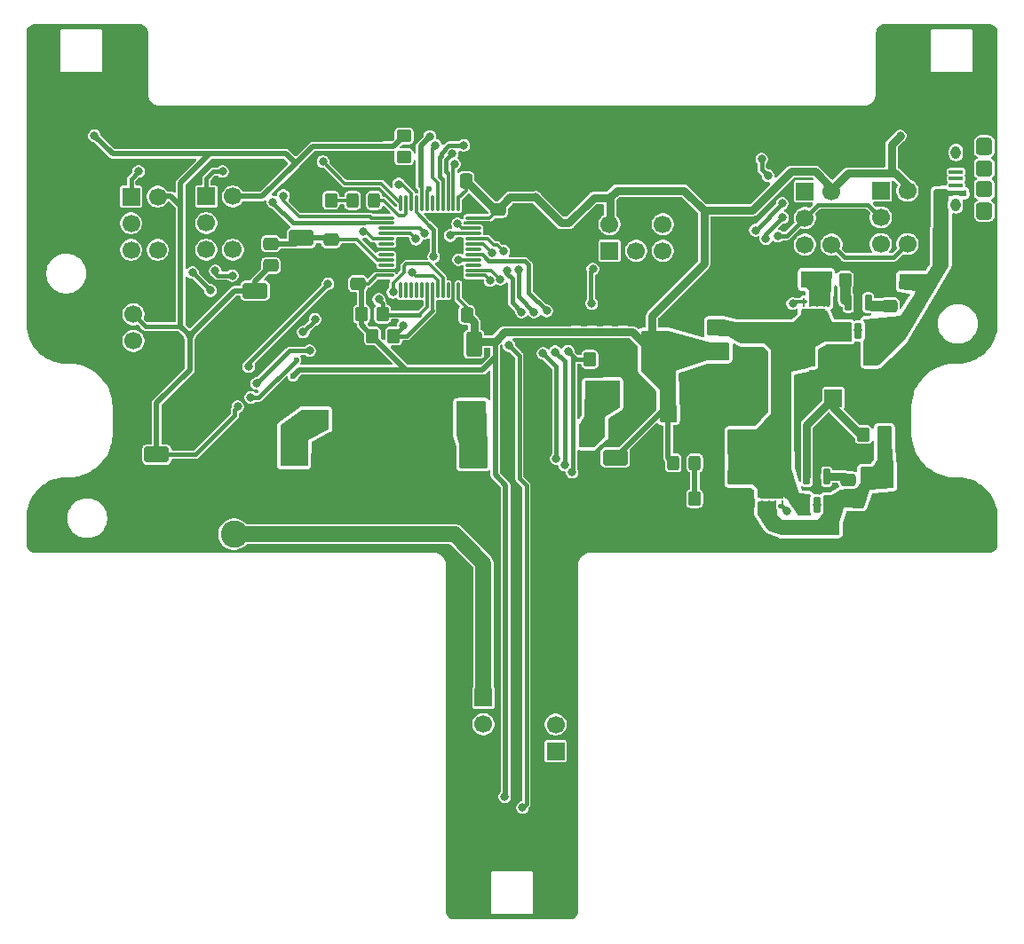
<source format=gbr>
%TF.GenerationSoftware,KiCad,Pcbnew,9.0.5*%
%TF.CreationDate,2025-10-26T18:07:54+01:00*%
%TF.ProjectId,MiniSumoSTM,4d696e69-5375-46d6-9f53-544d2e6b6963,rev?*%
%TF.SameCoordinates,Original*%
%TF.FileFunction,Copper,L1,Top*%
%TF.FilePolarity,Positive*%
%FSLAX46Y46*%
G04 Gerber Fmt 4.6, Leading zero omitted, Abs format (unit mm)*
G04 Created by KiCad (PCBNEW 9.0.5) date 2025-10-26 18:07:54*
%MOMM*%
%LPD*%
G01*
G04 APERTURE LIST*
G04 Aperture macros list*
%AMRoundRect*
0 Rectangle with rounded corners*
0 $1 Rounding radius*
0 $2 $3 $4 $5 $6 $7 $8 $9 X,Y pos of 4 corners*
0 Add a 4 corners polygon primitive as box body*
4,1,4,$2,$3,$4,$5,$6,$7,$8,$9,$2,$3,0*
0 Add four circle primitives for the rounded corners*
1,1,$1+$1,$2,$3*
1,1,$1+$1,$4,$5*
1,1,$1+$1,$6,$7*
1,1,$1+$1,$8,$9*
0 Add four rect primitives between the rounded corners*
20,1,$1+$1,$2,$3,$4,$5,0*
20,1,$1+$1,$4,$5,$6,$7,0*
20,1,$1+$1,$6,$7,$8,$9,0*
20,1,$1+$1,$8,$9,$2,$3,0*%
G04 Aperture macros list end*
%TA.AperFunction,SMDPad,CuDef*%
%ADD10RoundRect,0.062500X-0.062500X0.387500X-0.062500X-0.387500X0.062500X-0.387500X0.062500X0.387500X0*%
%TD*%
%TA.AperFunction,HeatsinkPad*%
%ADD11R,2.250000X1.500000*%
%TD*%
%TA.AperFunction,SMDPad,CuDef*%
%ADD12RoundRect,0.062500X0.062500X-0.387500X0.062500X0.387500X-0.062500X0.387500X-0.062500X-0.387500X0*%
%TD*%
%TA.AperFunction,SMDPad,CuDef*%
%ADD13RoundRect,0.250000X0.475000X-0.337500X0.475000X0.337500X-0.475000X0.337500X-0.475000X-0.337500X0*%
%TD*%
%TA.AperFunction,HeatsinkPad*%
%ADD14O,1.550000X0.890000*%
%TD*%
%TA.AperFunction,SMDPad,CuDef*%
%ADD15RoundRect,0.250000X0.525000X-0.475000X0.525000X0.475000X-0.525000X0.475000X-0.525000X-0.475000X0*%
%TD*%
%TA.AperFunction,HeatsinkPad*%
%ADD16O,0.950000X1.250000*%
%TD*%
%TA.AperFunction,SMDPad,CuDef*%
%ADD17RoundRect,0.250000X0.525000X-0.500000X0.525000X0.500000X-0.525000X0.500000X-0.525000X-0.500000X0*%
%TD*%
%TA.AperFunction,SMDPad,CuDef*%
%ADD18RoundRect,0.100000X0.575000X-0.100000X0.575000X0.100000X-0.575000X0.100000X-0.575000X-0.100000X0*%
%TD*%
%TA.AperFunction,ComponentPad*%
%ADD19R,1.700000X1.700000*%
%TD*%
%TA.AperFunction,ComponentPad*%
%ADD20C,1.700000*%
%TD*%
%TA.AperFunction,SMDPad,CuDef*%
%ADD21RoundRect,0.250001X-0.507499X-0.944999X0.507499X-0.944999X0.507499X0.944999X-0.507499X0.944999X0*%
%TD*%
%TA.AperFunction,SMDPad,CuDef*%
%ADD22RoundRect,0.250000X-0.475000X0.337500X-0.475000X-0.337500X0.475000X-0.337500X0.475000X0.337500X0*%
%TD*%
%TA.AperFunction,SMDPad,CuDef*%
%ADD23RoundRect,0.250000X0.337500X0.475000X-0.337500X0.475000X-0.337500X-0.475000X0.337500X-0.475000X0*%
%TD*%
%TA.AperFunction,SMDPad,CuDef*%
%ADD24RoundRect,0.250000X-0.337500X-0.475000X0.337500X-0.475000X0.337500X0.475000X-0.337500X0.475000X0*%
%TD*%
%TA.AperFunction,SMDPad,CuDef*%
%ADD25RoundRect,0.250001X-0.944999X0.507499X-0.944999X-0.507499X0.944999X-0.507499X0.944999X0.507499X0*%
%TD*%
%TA.AperFunction,SMDPad,CuDef*%
%ADD26RoundRect,0.250001X0.507499X0.944999X-0.507499X0.944999X-0.507499X-0.944999X0.507499X-0.944999X0*%
%TD*%
%TA.AperFunction,SMDPad,CuDef*%
%ADD27RoundRect,0.250000X0.325000X0.450000X-0.325000X0.450000X-0.325000X-0.450000X0.325000X-0.450000X0*%
%TD*%
%TA.AperFunction,SMDPad,CuDef*%
%ADD28RoundRect,0.250000X-0.325000X-0.450000X0.325000X-0.450000X0.325000X0.450000X-0.325000X0.450000X0*%
%TD*%
%TA.AperFunction,SMDPad,CuDef*%
%ADD29RoundRect,0.250000X-0.350000X-0.450000X0.350000X-0.450000X0.350000X0.450000X-0.350000X0.450000X0*%
%TD*%
%TA.AperFunction,SMDPad,CuDef*%
%ADD30RoundRect,0.250000X0.350000X0.450000X-0.350000X0.450000X-0.350000X-0.450000X0.350000X-0.450000X0*%
%TD*%
%TA.AperFunction,SMDPad,CuDef*%
%ADD31RoundRect,0.250000X-0.450000X0.350000X-0.450000X-0.350000X0.450000X-0.350000X0.450000X0.350000X0*%
%TD*%
%TA.AperFunction,SMDPad,CuDef*%
%ADD32RoundRect,0.162500X-0.162500X0.617500X-0.162500X-0.617500X0.162500X-0.617500X0.162500X0.617500X0*%
%TD*%
%TA.AperFunction,SMDPad,CuDef*%
%ADD33RoundRect,0.375000X0.625000X0.375000X-0.625000X0.375000X-0.625000X-0.375000X0.625000X-0.375000X0*%
%TD*%
%TA.AperFunction,SMDPad,CuDef*%
%ADD34RoundRect,0.500000X0.500000X1.400000X-0.500000X1.400000X-0.500000X-1.400000X0.500000X-1.400000X0*%
%TD*%
%TA.AperFunction,SMDPad,CuDef*%
%ADD35RoundRect,0.075000X-0.662500X0.075000X-0.662500X-0.075000X0.662500X-0.075000X0.662500X0.075000X0*%
%TD*%
%TA.AperFunction,SMDPad,CuDef*%
%ADD36RoundRect,0.075000X-0.075000X0.662500X-0.075000X-0.662500X0.075000X-0.662500X0.075000X0.662500X0*%
%TD*%
%TA.AperFunction,ViaPad*%
%ADD37C,0.600000*%
%TD*%
%TA.AperFunction,ViaPad*%
%ADD38C,0.800000*%
%TD*%
%TA.AperFunction,ViaPad*%
%ADD39C,2.600000*%
%TD*%
%TA.AperFunction,Conductor*%
%ADD40C,0.381000*%
%TD*%
%TA.AperFunction,Conductor*%
%ADD41C,0.300000*%
%TD*%
%TA.AperFunction,Conductor*%
%ADD42C,0.762000*%
%TD*%
%TA.AperFunction,Conductor*%
%ADD43C,0.500000*%
%TD*%
%TA.AperFunction,Conductor*%
%ADD44C,1.500000*%
%TD*%
%TA.AperFunction,Conductor*%
%ADD45C,1.000000*%
%TD*%
G04 APERTURE END LIST*
D10*
%TO.P,Q4,1,S*%
%TO.N,VBUS*%
X180725000Y-83387500D03*
%TO.P,Q4,2,S*%
X180075000Y-83387500D03*
%TO.P,Q4,3,S*%
X179425000Y-83387500D03*
%TO.P,Q4,4,G*%
%TO.N,/voltage_supply/ideal_diode_vbus/GATE*%
X178775000Y-83387500D03*
%TO.P,Q4,5,D*%
%TO.N,+BATT*%
X178775000Y-86187500D03*
%TO.P,Q4,6,D*%
X179425000Y-86187500D03*
%TO.P,Q4,7,D*%
X180075000Y-86187500D03*
%TO.P,Q4,8,D*%
X180725000Y-86187500D03*
D11*
%TO.P,Q4,9,D*%
X179750000Y-84787500D03*
%TD*%
D12*
%TO.P,Q3,1,S*%
%TO.N,/voltage_supply/ideal_diode_batt/ANODE*%
X174825000Y-102712500D03*
%TO.P,Q3,2,S*%
X175475000Y-102712500D03*
%TO.P,Q3,3,S*%
X176125000Y-102712500D03*
%TO.P,Q3,4,G*%
%TO.N,/voltage_supply/ideal_diode_batt/GATE*%
X176775000Y-102712500D03*
%TO.P,Q3,5,D*%
%TO.N,+BATT*%
X176775000Y-99912500D03*
%TO.P,Q3,6,D*%
X176125000Y-99912500D03*
%TO.P,Q3,7,D*%
X175475000Y-99912500D03*
%TO.P,Q3,8,D*%
X174825000Y-99912500D03*
D11*
%TO.P,Q3,9,D*%
X175800000Y-101312500D03*
%TD*%
D13*
%TO.P,C25,1*%
%TO.N,/voltage_supply/ideal_diode_batt/ANODE*%
X183050000Y-102387500D03*
%TO.P,C25,2*%
%TO.N,/voltage_supply/ideal_diode_batt/VCAP*%
X183050000Y-100312500D03*
%TD*%
D14*
%TO.P,J2,6,Shield*%
%TO.N,unconnected-(J2-Shield-Pad6)_2*%
X196025000Y-68075000D03*
D15*
%TO.N,unconnected-(J2-Shield-Pad6)_6*%
X196025000Y-68550000D03*
D16*
%TO.N,unconnected-(J2-Shield-Pad6)_3*%
X193325000Y-69075000D03*
D17*
%TO.N,unconnected-(J2-Shield-Pad6)_1*%
X196025000Y-70575000D03*
%TO.N,unconnected-(J2-Shield-Pad6)_5*%
X196025000Y-72575000D03*
D16*
%TO.N,unconnected-(J2-Shield-Pad6)_4*%
X193325000Y-74075000D03*
D15*
%TO.N,unconnected-(J2-Shield-Pad6)*%
X196025000Y-74600000D03*
D14*
%TO.N,unconnected-(J2-Shield-Pad6)_7*%
X196025000Y-75075000D03*
D18*
%TO.P,J2,5,GND*%
%TO.N,GND*%
X193325000Y-70275000D03*
%TO.P,J2,4,ID*%
%TO.N,unconnected-(J2-ID-Pad4)*%
X193325000Y-70925000D03*
%TO.P,J2,3,D+*%
%TO.N,unconnected-(J2-D+-Pad3)*%
X193325000Y-71575000D03*
%TO.P,J2,2,D-*%
%TO.N,unconnected-(J2-D--Pad2)*%
X193325000Y-72225000D03*
%TO.P,J2,1,VBUS*%
%TO.N,VBUS*%
X193325000Y-72875000D03*
%TD*%
D19*
%TO.P,TF4,1,Pin_1*%
%TO.N,/MCU/XSHUT4*%
X121850000Y-73275000D03*
D20*
%TO.P,TF4,2,Pin_2*%
%TO.N,+3.3V*%
X124390000Y-73275000D03*
%TO.P,TF4,3,Pin_3*%
%TO.N,/MCU/SCL2*%
X121850000Y-75815000D03*
%TO.P,TF4,4,Pin_4*%
%TO.N,GND*%
X124390000Y-75815000D03*
%TO.P,TF4,5,Pin_5*%
%TO.N,/MCU/EXTI4*%
X121850000Y-78355000D03*
%TO.P,TF4,6,Pin_6*%
%TO.N,/MCU/SDA2*%
X124390000Y-78355000D03*
%TD*%
D19*
%TO.P,TF1,1,Pin_1*%
%TO.N,/MCU/XSHUT1*%
X178925000Y-72785000D03*
D20*
%TO.P,TF1,2,Pin_2*%
%TO.N,+3.3V*%
X181465000Y-72785000D03*
%TO.P,TF1,3,Pin_3*%
%TO.N,/MCU/SCL1*%
X178925000Y-75325000D03*
%TO.P,TF1,4,Pin_4*%
%TO.N,GND*%
X181465000Y-75325000D03*
%TO.P,TF1,5,Pin_5*%
%TO.N,/MCU/EXTI1*%
X178925000Y-77865000D03*
%TO.P,TF1,6,Pin_6*%
%TO.N,/MCU/SDA1*%
X181465000Y-77865000D03*
%TD*%
D19*
%TO.P,TF3,1,Pin_1*%
%TO.N,/MCU/XSHUT3*%
X114675000Y-73285000D03*
D20*
%TO.P,TF3,2,Pin_2*%
%TO.N,+3.3V*%
X117215000Y-73285000D03*
%TO.P,TF3,3,Pin_3*%
%TO.N,/MCU/SCL2*%
X114675000Y-75825000D03*
%TO.P,TF3,4,Pin_4*%
%TO.N,GND*%
X117215000Y-75825000D03*
%TO.P,TF3,5,Pin_5*%
%TO.N,/MCU/EXTI3*%
X114675000Y-78365000D03*
%TO.P,TF3,6,Pin_6*%
%TO.N,/MCU/SDA2*%
X117215000Y-78365000D03*
%TD*%
D19*
%TO.P,TF2,1,Pin_1*%
%TO.N,/MCU/XSHUT2*%
X186160000Y-72735000D03*
D20*
%TO.P,TF2,2,Pin_2*%
%TO.N,+3.3V*%
X188700000Y-72735000D03*
%TO.P,TF2,3,Pin_3*%
%TO.N,/MCU/SCL1*%
X186160000Y-75275000D03*
%TO.P,TF2,4,Pin_4*%
%TO.N,GND*%
X188700000Y-75275000D03*
%TO.P,TF2,5,Pin_5*%
%TO.N,/MCU/EXTI2*%
X186160000Y-77815000D03*
%TO.P,TF2,6,Pin_6*%
%TO.N,/MCU/SDA1*%
X188700000Y-77815000D03*
%TD*%
D19*
%TO.P,Sw_Pwr1,1,Pin_1*%
%TO.N,/voltage_supply/ideal_diode_batt/EN*%
X181625000Y-92525000D03*
D20*
%TO.P,Sw_Pwr1,2,Pin_2*%
%TO.N,GND*%
X184165000Y-92525000D03*
%TD*%
D19*
%TO.P,J10,1,Pin_1*%
%TO.N,GND*%
X114900000Y-89600000D03*
D20*
%TO.P,J10,2,Pin_2*%
%TO.N,/MCU/STARTER*%
X114900000Y-87060000D03*
%TO.P,J10,3,Pin_3*%
%TO.N,+3.3V*%
X114900000Y-84520000D03*
%TD*%
D19*
%TO.P,J4,1,Pin_1*%
%TO.N,/MCU/NRESET*%
X160300000Y-78465000D03*
D20*
%TO.P,J4,2,Pin_2*%
%TO.N,+3.3V*%
X160300000Y-75925000D03*
%TO.P,J4,3,Pin_3*%
%TO.N,/MCU/SWDIO*%
X162840000Y-78465000D03*
%TO.P,J4,4,Pin_4*%
%TO.N,GND*%
X162840000Y-75925000D03*
%TO.P,J4,5,Pin_5*%
%TO.N,/MCU/SWO*%
X165380000Y-78465000D03*
%TO.P,J4,6,Pin_6*%
%TO.N,/MCU/SWCLK*%
X165380000Y-75925000D03*
%TD*%
D19*
%TO.P,Batt_Pin1,1,Pin_1*%
%TO.N,/voltage_supply/ideal_diode_batt/ANODE*%
X186475000Y-100100000D03*
D20*
%TO.P,Batt_Pin1,2,Pin_2*%
%TO.N,GND*%
X186475000Y-102640000D03*
%TD*%
D21*
%TO.P,C2,2*%
%TO.N,GND*%
X169127500Y-93600000D03*
%TO.P,C2,1*%
%TO.N,+3.3V*%
X165872500Y-93600000D03*
%TD*%
D22*
%TO.P,C6,2*%
%TO.N,GND*%
X149650000Y-76600000D03*
%TO.P,C6,1*%
%TO.N,+3.3V*%
X149650000Y-74525000D03*
%TD*%
D13*
%TO.P,C7,2*%
%TO.N,GND*%
X136300000Y-79525000D03*
%TO.P,C7,1*%
%TO.N,+3.3V*%
X136300000Y-81600000D03*
%TD*%
D23*
%TO.P,C8,2*%
%TO.N,GND*%
X144612500Y-84562500D03*
%TO.P,C8,1*%
%TO.N,+3.3V*%
X146687500Y-84562500D03*
%TD*%
D24*
%TO.P,C9,2*%
%TO.N,GND*%
X148687500Y-71812500D03*
%TO.P,C9,1*%
%TO.N,+3.3V*%
X146612500Y-71812500D03*
%TD*%
D25*
%TO.P,C11,2*%
%TO.N,GND*%
X160850000Y-101427500D03*
%TO.P,C11,1*%
%TO.N,+3.3V*%
X160850000Y-98172500D03*
%TD*%
%TO.P,C13,2*%
%TO.N,GND*%
X173900000Y-89727500D03*
%TO.P,C13,1*%
%TO.N,+BATT*%
X173900000Y-86472500D03*
%TD*%
%TO.P,C14,2*%
%TO.N,GND*%
X147350000Y-101527500D03*
%TO.P,C14,1*%
%TO.N,+BATT*%
X147350000Y-98272500D03*
%TD*%
%TO.P,C16,2*%
%TO.N,GND*%
X117125000Y-101152500D03*
%TO.P,C16,1*%
%TO.N,+3.3V*%
X117125000Y-97897500D03*
%TD*%
%TO.P,C18,2*%
%TO.N,GND*%
X130150000Y-101152500D03*
%TO.P,C18,1*%
%TO.N,+BATT*%
X130150000Y-97897500D03*
%TD*%
D26*
%TO.P,C20,2*%
%TO.N,GND*%
X144122500Y-87362500D03*
%TO.P,C20,1*%
%TO.N,+3.3V*%
X147377500Y-87362500D03*
%TD*%
D24*
%TO.P,C21,2*%
%TO.N,GND*%
X181287500Y-88500000D03*
%TO.P,C21,1*%
%TO.N,+BATT*%
X179212500Y-88500000D03*
%TD*%
D13*
%TO.P,C22,2*%
%TO.N,/voltage_supply/ideal_diode_vbus/VCAP*%
X187000000Y-83712500D03*
%TO.P,C22,1*%
%TO.N,VBUS*%
X187000000Y-85787500D03*
%TD*%
D23*
%TO.P,C23,2*%
%TO.N,GND*%
X183212500Y-88500000D03*
%TO.P,C23,1*%
%TO.N,VBUS*%
X185287500Y-88500000D03*
%TD*%
D24*
%TO.P,C24,2*%
%TO.N,GND*%
X183587500Y-104850000D03*
%TO.P,C24,1*%
%TO.N,/voltage_supply/ideal_diode_batt/ANODE*%
X181512500Y-104850000D03*
%TD*%
D22*
%TO.P,C26,2*%
%TO.N,GND*%
X172400000Y-102137500D03*
%TO.P,C26,1*%
%TO.N,+BATT*%
X172400000Y-100062500D03*
%TD*%
%TO.P,C27,2*%
%TO.N,GND*%
X133750000Y-79487500D03*
%TO.P,C27,1*%
%TO.N,+3.3VA*%
X133750000Y-77412500D03*
%TD*%
D25*
%TO.P,C28,2*%
%TO.N,GND*%
X130900000Y-80502500D03*
%TO.P,C28,1*%
%TO.N,+3.3VA*%
X130900000Y-77247500D03*
%TD*%
%TO.P,C29,2*%
%TO.N,GND*%
X126500000Y-85527500D03*
%TO.P,C29,1*%
%TO.N,+3.3V*%
X126500000Y-82272500D03*
%TD*%
D27*
%TO.P,D1,2,A*%
%TO.N,+3.3V*%
X166375000Y-98700000D03*
%TO.P,D1,1,K*%
%TO.N,Net-(D1-K)*%
X168425000Y-98700000D03*
%TD*%
D28*
%TO.P,D2,2,A*%
%TO.N,/MCU/LED1*%
X137850000Y-73650000D03*
%TO.P,D2,1,K*%
%TO.N,Net-(D2-K)*%
X135800000Y-73650000D03*
%TD*%
D22*
%TO.P,FB1,2*%
%TO.N,+3.3V*%
X128000000Y-79862500D03*
%TO.P,FB1,1*%
%TO.N,+3.3VA*%
X128000000Y-77787500D03*
%TD*%
D20*
%TO.P,M1,2,Pin_2*%
%TO.N,/Motors_Control/M21*%
X155150000Y-123660000D03*
D19*
%TO.P,M1,1,Pin_1*%
%TO.N,/Motors_Control/M22*%
X155150000Y-126200000D03*
%TD*%
D20*
%TO.P,M2,2,Pin_2*%
%TO.N,/Motors_Control/M11*%
X148275000Y-123640000D03*
D19*
%TO.P,M2,1,Pin_1*%
%TO.N,/Motors_Control/M12*%
X148275000Y-121100000D03*
%TD*%
D29*
%TO.P,R9,2*%
%TO.N,/MCU/SDA2*%
X138650000Y-84500000D03*
%TO.P,R9,1*%
%TO.N,+3.3V*%
X136650000Y-84500000D03*
%TD*%
D30*
%TO.P,R10,2*%
%TO.N,VBUS*%
X180750000Y-81250000D03*
%TO.P,R10,1*%
%TO.N,/voltage_supply/ideal_diode_vbus/EN*%
X182750000Y-81250000D03*
%TD*%
D29*
%TO.P,R11,2*%
%TO.N,/voltage_supply/ideal_diode_batt/ANODE*%
X186500000Y-96000000D03*
%TO.P,R11,1*%
%TO.N,/voltage_supply/ideal_diode_batt/EN*%
X184500000Y-96000000D03*
%TD*%
%TO.P,R12,2*%
%TO.N,/MCU/SCL2*%
X139700000Y-86600000D03*
%TO.P,R12,1*%
%TO.N,+3.3V*%
X137700000Y-86600000D03*
%TD*%
D30*
%TO.P,R13,2*%
%TO.N,GND*%
X166400000Y-102100000D03*
%TO.P,R13,1*%
%TO.N,Net-(D1-K)*%
X168400000Y-102100000D03*
%TD*%
%TO.P,R14,2*%
%TO.N,GND*%
X131725000Y-73625000D03*
%TO.P,R14,1*%
%TO.N,Net-(D2-K)*%
X133725000Y-73625000D03*
%TD*%
D31*
%TO.P,R15,2*%
%TO.N,/MCU/NRESET*%
X140700000Y-69500000D03*
%TO.P,R15,1*%
%TO.N,+3.3V*%
X140700000Y-67500000D03*
%TD*%
D30*
%TO.P,R17,2*%
%TO.N,/MCU/PWM2*%
X158425000Y-88825000D03*
%TO.P,R17,1*%
%TO.N,GND*%
X160425000Y-88825000D03*
%TD*%
D32*
%TO.P,U7,6,ANODE*%
%TO.N,/voltage_supply/ideal_diode_batt/ANODE*%
X181000000Y-102700000D03*
%TO.P,U7,5,GATE*%
%TO.N,/voltage_supply/ideal_diode_batt/GATE*%
X180050000Y-102700000D03*
%TO.P,U7,4,CATHODE*%
%TO.N,+BATT*%
X179100000Y-102700000D03*
%TO.P,U7,3,EN*%
%TO.N,/voltage_supply/ideal_diode_batt/EN*%
X179100000Y-100000000D03*
%TO.P,U7,2,GND*%
%TO.N,GND*%
X180050000Y-100000000D03*
%TO.P,U7,1,VCAP*%
%TO.N,/voltage_supply/ideal_diode_batt/VCAP*%
X181000000Y-100000000D03*
%TD*%
D33*
%TO.P,U11,3,VI*%
%TO.N,+BATT*%
X170650000Y-85800000D03*
D34*
%TO.P,U11,2,VO*%
%TO.N,+3.3V*%
X164350000Y-88100000D03*
D33*
X170650000Y-88100000D03*
%TO.P,U11,1,GND*%
%TO.N,GND*%
X170650000Y-90400000D03*
%TD*%
D32*
%TO.P,U6,6,ANODE*%
%TO.N,VBUS*%
X184950000Y-86100000D03*
%TO.P,U6,5,GATE*%
%TO.N,/voltage_supply/ideal_diode_vbus/GATE*%
X184000000Y-86100000D03*
%TO.P,U6,4,CATHODE*%
%TO.N,+BATT*%
X183050000Y-86100000D03*
%TO.P,U6,3,EN*%
%TO.N,/voltage_supply/ideal_diode_vbus/EN*%
X183050000Y-83400000D03*
%TO.P,U6,2,GND*%
%TO.N,GND*%
X184000000Y-83400000D03*
%TO.P,U6,1,VCAP*%
%TO.N,/voltage_supply/ideal_diode_vbus/VCAP*%
X184950000Y-83400000D03*
%TD*%
D35*
%TO.P,U4,48,VDD*%
%TO.N,+3.3V*%
X147312500Y-75312500D03*
%TO.P,U4,47,VSS*%
%TO.N,GND*%
X147312500Y-75812500D03*
%TO.P,U4,46,PB9*%
%TO.N,/MCU/SDA1*%
X147312500Y-76312500D03*
%TO.P,U4,45,PB8*%
%TO.N,/MCU/SCL1*%
X147312500Y-76812500D03*
%TO.P,U4,44,PB7*%
%TO.N,/MCU/M2_OUT2*%
X147312500Y-77312500D03*
%TO.P,U4,43,PB6*%
%TO.N,/MCU/M2_OUT1*%
X147312500Y-77812500D03*
%TO.P,U4,42,PB5*%
%TO.N,unconnected-(U4-PB5-Pad42)*%
X147312500Y-78312500D03*
%TO.P,U4,41,PB4*%
%TO.N,/MCU/PWM2*%
X147312500Y-78812500D03*
%TO.P,U4,40,PB3*%
%TO.N,/MCU/SWO*%
X147312500Y-79312500D03*
%TO.P,U4,39,PA15*%
%TO.N,unconnected-(U4-PA15-Pad39)*%
X147312500Y-79812500D03*
%TO.P,U4,38,PA14*%
%TO.N,/MCU/SWCLK*%
X147312500Y-80312500D03*
%TO.P,U4,37,PA13*%
%TO.N,/MCU/SWDIO*%
X147312500Y-80812500D03*
D36*
%TO.P,U4,36,VDD*%
%TO.N,+3.3V*%
X145900000Y-82225000D03*
%TO.P,U4,35,VSS*%
%TO.N,GND*%
X145400000Y-82225000D03*
%TO.P,U4,34,PA12*%
%TO.N,unconnected-(U4-PA12-Pad34)*%
X144900000Y-82225000D03*
%TO.P,U4,33,PA11*%
%TO.N,/MCU/EXTI3*%
X144400000Y-82225000D03*
%TO.P,U4,32,PA10*%
%TO.N,/MCU/EXTI4*%
X143900000Y-82225000D03*
%TO.P,U4,31,PA9*%
%TO.N,/MCU/SCL2*%
X143400000Y-82225000D03*
%TO.P,U4,30,PA8*%
%TO.N,/MCU/SDA2*%
X142900000Y-82225000D03*
%TO.P,U4,29,PB15*%
%TO.N,unconnected-(U4-PB15-Pad29)*%
X142400000Y-82225000D03*
%TO.P,U4,28,PB14*%
%TO.N,unconnected-(U4-PB14-Pad28)*%
X141900000Y-82225000D03*
%TO.P,U4,27,PB13*%
%TO.N,unconnected-(U4-PB13-Pad27)*%
X141400000Y-82225000D03*
%TO.P,U4,26,PB12*%
%TO.N,unconnected-(U4-PB12-Pad26)*%
X140900000Y-82225000D03*
%TO.P,U4,25,PB11*%
%TO.N,unconnected-(U4-PB11-Pad25)*%
X140400000Y-82225000D03*
D35*
%TO.P,U4,24,VDD*%
%TO.N,+3.3V*%
X138987500Y-80812500D03*
%TO.P,U4,23,VSS*%
%TO.N,GND*%
X138987500Y-80312500D03*
%TO.P,U4,22,PB10*%
%TO.N,unconnected-(U4-PB10-Pad22)*%
X138987500Y-79812500D03*
%TO.P,U4,21,VDDA*%
%TO.N,+3.3VA*%
X138987500Y-79312500D03*
%TO.P,U4,20,VREF+*%
%TO.N,/MCU/VDDA*%
X138987500Y-78812500D03*
%TO.P,U4,19,VSSA*%
%TO.N,GND*%
X138987500Y-78312500D03*
%TO.P,U4,18,PB2*%
%TO.N,unconnected-(U4-PB2-Pad18)*%
X138987500Y-77812500D03*
%TO.P,U4,17,PB1*%
%TO.N,/MCU/PWM1*%
X138987500Y-77312500D03*
%TO.P,U4,16,PB0*%
%TO.N,/MCU/M1_OUT2*%
X138987500Y-76812500D03*
%TO.P,U4,15,PA7*%
%TO.N,/MCU/M1_OUT1*%
X138987500Y-76312500D03*
%TO.P,U4,14,PA6*%
%TO.N,/MCU/XSHUT4*%
X138987500Y-75812500D03*
%TO.P,U4,13,PA5*%
%TO.N,/MCU/XSHUT3*%
X138987500Y-75312500D03*
D36*
%TO.P,U4,12,PA4*%
%TO.N,/MCU/STARTER*%
X140400000Y-73900000D03*
%TO.P,U4,11,PA3*%
%TO.N,/MCU/LED1*%
X140900000Y-73900000D03*
%TO.P,U4,10,PA2*%
%TO.N,/MCU/LS3*%
X141400000Y-73900000D03*
%TO.P,U4,9,PA1*%
%TO.N,/MCU/LS2*%
X141900000Y-73900000D03*
%TO.P,U4,8,PA0*%
%TO.N,/MCU/LS1*%
X142400000Y-73900000D03*
%TO.P,U4,7,PG10*%
%TO.N,/MCU/NRESET*%
X142900000Y-73900000D03*
%TO.P,U4,6,PF1*%
%TO.N,unconnected-(U4-PF1-Pad6)*%
X143400000Y-73900000D03*
%TO.P,U4,5,PF0*%
%TO.N,/MCU/XSHUT1*%
X143900000Y-73900000D03*
%TO.P,U4,4,PC15*%
%TO.N,/MCU/XSHUT2*%
X144400000Y-73900000D03*
%TO.P,U4,3,PC14*%
%TO.N,/MCU/EXTI2*%
X144900000Y-73900000D03*
%TO.P,U4,2,PC13*%
%TO.N,/MCU/EXTI1*%
X145400000Y-73900000D03*
%TO.P,U4,1,VBAT*%
%TO.N,+3.3V*%
X145900000Y-73900000D03*
%TD*%
D37*
%TO.N,GND*%
X149100000Y-103275000D03*
X151600000Y-106100000D03*
X151625000Y-105150000D03*
X124825000Y-92200000D03*
X123825000Y-92225000D03*
X172050000Y-78075000D03*
X106100000Y-73600000D03*
X109100000Y-70600000D03*
X110600000Y-72100000D03*
X109100000Y-72100000D03*
X110600000Y-70600000D03*
X109100000Y-76600000D03*
X110600000Y-76600000D03*
X109100000Y-73600000D03*
X110600000Y-73600000D03*
X127100000Y-75100000D03*
X127100000Y-76600000D03*
X154000000Y-94480000D03*
%TO.N,+BATT*%
X175800000Y-94990000D03*
%TO.N,GND*%
X194275000Y-81100000D03*
X194275000Y-79600000D03*
X194275000Y-76600000D03*
X194275000Y-78100000D03*
X109075000Y-62525000D03*
X196100000Y-106600000D03*
X196100000Y-105100000D03*
X196100000Y-103600000D03*
X196100000Y-102100000D03*
X196100000Y-81100000D03*
X196100000Y-79600000D03*
X196100000Y-78100000D03*
X196100000Y-76600000D03*
X194600000Y-106600000D03*
X194600000Y-105100000D03*
X194600000Y-103600000D03*
X194600000Y-102100000D03*
X194600000Y-70600000D03*
X194600000Y-69100000D03*
X194600000Y-67600000D03*
X193100000Y-106600000D03*
X193100000Y-105100000D03*
X193100000Y-103600000D03*
X193100000Y-102100000D03*
X193100000Y-63100000D03*
X191600000Y-106600000D03*
X191600000Y-105100000D03*
X191600000Y-103600000D03*
X191600000Y-102100000D03*
X191600000Y-100600000D03*
X191600000Y-70600000D03*
X190100000Y-106600000D03*
X190100000Y-105100000D03*
X190100000Y-103600000D03*
X190100000Y-102100000D03*
X190100000Y-100600000D03*
X190100000Y-90100000D03*
X190100000Y-70600000D03*
X190100000Y-61600000D03*
X188600000Y-106600000D03*
X188600000Y-105100000D03*
X188600000Y-103600000D03*
X188600000Y-102100000D03*
X188600000Y-100600000D03*
X188600000Y-99100000D03*
X188600000Y-97600000D03*
X188600000Y-91600000D03*
X188600000Y-90100000D03*
X188600000Y-70600000D03*
X188600000Y-64600000D03*
X187100000Y-106600000D03*
X187100000Y-94600000D03*
X187100000Y-93100000D03*
X187100000Y-91600000D03*
X187100000Y-90100000D03*
X187100000Y-66100000D03*
X187100000Y-64600000D03*
X187100000Y-63100000D03*
X187100000Y-61600000D03*
X187100000Y-60100000D03*
X187100000Y-58600000D03*
X185600000Y-106600000D03*
X185600000Y-94600000D03*
X185600000Y-93100000D03*
X185600000Y-91600000D03*
X185600000Y-90100000D03*
X185600000Y-67600000D03*
X185600000Y-66100000D03*
X184100000Y-106600000D03*
X184100000Y-97600000D03*
X184100000Y-90100000D03*
X184100000Y-67600000D03*
X184100000Y-66100000D03*
X182600000Y-106600000D03*
X182600000Y-97600000D03*
X182600000Y-96100000D03*
X182600000Y-90100000D03*
X182600000Y-67600000D03*
X182600000Y-66100000D03*
X181100000Y-106600000D03*
X181100000Y-97600000D03*
X181100000Y-96100000D03*
X181100000Y-90100000D03*
X181100000Y-67600000D03*
X181100000Y-66100000D03*
X179600000Y-106600000D03*
X179600000Y-91600000D03*
X179600000Y-90100000D03*
X179600000Y-66100000D03*
X178100000Y-106600000D03*
X178100000Y-69100000D03*
X178100000Y-66100000D03*
X176600000Y-106600000D03*
X176600000Y-82600000D03*
X176600000Y-81100000D03*
X176600000Y-69100000D03*
X176600000Y-66100000D03*
X175100000Y-106600000D03*
X175100000Y-84100000D03*
X175100000Y-82600000D03*
X175100000Y-81100000D03*
X175100000Y-66100000D03*
X173600000Y-106600000D03*
X173600000Y-105100000D03*
X173600000Y-103600000D03*
X173600000Y-84100000D03*
X173600000Y-82600000D03*
X173600000Y-81100000D03*
X173600000Y-79600000D03*
X173600000Y-66100000D03*
X172100000Y-106600000D03*
X172100000Y-105100000D03*
X172100000Y-103600000D03*
X172100000Y-84100000D03*
X172100000Y-82600000D03*
X172100000Y-81100000D03*
X172100000Y-79600000D03*
X172100000Y-76600000D03*
X172100000Y-66100000D03*
X170600000Y-106600000D03*
X170600000Y-105100000D03*
X170600000Y-103600000D03*
X170600000Y-102100000D03*
X170600000Y-100600000D03*
X170600000Y-99100000D03*
X170600000Y-84100000D03*
X170600000Y-82600000D03*
X170600000Y-81100000D03*
X170600000Y-79600000D03*
X170600000Y-78100000D03*
X170600000Y-76600000D03*
X170600000Y-66100000D03*
X169100000Y-106600000D03*
X169100000Y-105100000D03*
X169100000Y-103600000D03*
X169100000Y-84100000D03*
X169100000Y-82600000D03*
X169100000Y-66100000D03*
X167600000Y-106600000D03*
X167600000Y-105100000D03*
X167600000Y-103600000D03*
X167600000Y-100600000D03*
X167600000Y-84100000D03*
X167600000Y-79600000D03*
X167600000Y-78100000D03*
X167600000Y-76600000D03*
X167600000Y-75100000D03*
X167600000Y-66100000D03*
X166100000Y-106600000D03*
X166100000Y-105100000D03*
X166100000Y-103600000D03*
X166100000Y-100600000D03*
X166100000Y-81100000D03*
X166100000Y-66100000D03*
X164600000Y-106600000D03*
X164600000Y-105100000D03*
X164600000Y-103600000D03*
X164600000Y-102100000D03*
X164600000Y-100600000D03*
X164600000Y-99100000D03*
X164600000Y-82600000D03*
X164600000Y-81100000D03*
X164600000Y-66100000D03*
X163100000Y-106600000D03*
X163100000Y-105100000D03*
X163100000Y-103600000D03*
X163100000Y-102100000D03*
X163100000Y-100600000D03*
X163100000Y-99100000D03*
X163100000Y-84100000D03*
X163100000Y-82600000D03*
X163100000Y-66100000D03*
X161600000Y-106600000D03*
X161600000Y-105100000D03*
X161600000Y-103600000D03*
X161600000Y-90100000D03*
X161600000Y-88600000D03*
X161600000Y-84100000D03*
X161600000Y-66100000D03*
X160100000Y-106600000D03*
X160100000Y-105100000D03*
X160100000Y-103600000D03*
X160100000Y-90100000D03*
X160100000Y-84100000D03*
X160100000Y-66100000D03*
X158600000Y-90100000D03*
X158600000Y-78100000D03*
X158600000Y-76600000D03*
X158600000Y-66100000D03*
X157100000Y-84100000D03*
X157100000Y-79600000D03*
X157100000Y-66100000D03*
X155600000Y-135100000D03*
X155600000Y-133600000D03*
X155600000Y-132100000D03*
X155600000Y-130600000D03*
X155600000Y-129100000D03*
X155600000Y-84100000D03*
X155600000Y-79600000D03*
X155600000Y-66100000D03*
X154100000Y-130600000D03*
X154100000Y-129100000D03*
X154100000Y-90100000D03*
X154100000Y-72100000D03*
X154100000Y-66100000D03*
X152600000Y-136600000D03*
X152600000Y-90100000D03*
X152600000Y-88600000D03*
X152600000Y-72100000D03*
X152600000Y-66100000D03*
X151100000Y-136600000D03*
X151100000Y-75100000D03*
X151100000Y-72100000D03*
X151100000Y-70600000D03*
X151100000Y-66100000D03*
X149600000Y-136600000D03*
X149600000Y-66100000D03*
X148100000Y-132100000D03*
X148100000Y-130600000D03*
X148100000Y-129100000D03*
X148100000Y-127600000D03*
X148100000Y-126100000D03*
X148100000Y-91600000D03*
X148100000Y-66100000D03*
X146600000Y-141100000D03*
X146600000Y-139600000D03*
X146600000Y-138100000D03*
X146600000Y-136600000D03*
X146600000Y-135100000D03*
X146600000Y-133600000D03*
X146600000Y-132100000D03*
X146600000Y-130600000D03*
X146600000Y-129100000D03*
X146600000Y-127600000D03*
X146600000Y-126100000D03*
X146600000Y-124600000D03*
X146600000Y-123100000D03*
X146600000Y-121600000D03*
X146600000Y-120100000D03*
X146600000Y-118600000D03*
X146600000Y-117100000D03*
X146600000Y-115600000D03*
X146600000Y-114100000D03*
X146600000Y-112600000D03*
X146600000Y-111100000D03*
X146600000Y-109600000D03*
X146600000Y-91600000D03*
X146600000Y-66100000D03*
X145100000Y-102100000D03*
X145100000Y-100600000D03*
X145100000Y-91600000D03*
X145100000Y-66100000D03*
X143600000Y-102100000D03*
X143600000Y-100600000D03*
X143600000Y-91600000D03*
X143600000Y-66100000D03*
X142100000Y-102100000D03*
X142100000Y-100600000D03*
X142100000Y-91600000D03*
X142100000Y-66100000D03*
X140600000Y-102100000D03*
X140600000Y-100600000D03*
X140600000Y-91600000D03*
X140600000Y-78100000D03*
X140600000Y-66100000D03*
X139100000Y-102100000D03*
X139100000Y-100600000D03*
X139100000Y-91600000D03*
X139100000Y-66100000D03*
X137600000Y-102100000D03*
X137600000Y-100600000D03*
X137600000Y-91600000D03*
X137600000Y-67600000D03*
X137600000Y-66100000D03*
X136100000Y-102100000D03*
X136100000Y-100600000D03*
X136100000Y-91600000D03*
X136100000Y-87100000D03*
X136100000Y-70600000D03*
X136100000Y-66100000D03*
X134600000Y-102100000D03*
X134600000Y-100600000D03*
X134600000Y-91600000D03*
X133100000Y-102100000D03*
X133100000Y-100600000D03*
X133100000Y-91600000D03*
X133100000Y-72100000D03*
X133100000Y-67600000D03*
X131600000Y-91600000D03*
X131600000Y-72100000D03*
X131600000Y-70600000D03*
X131600000Y-67600000D03*
X130100000Y-91600000D03*
X130100000Y-87100000D03*
X130100000Y-72100000D03*
X130100000Y-67600000D03*
X128600000Y-81100000D03*
X128600000Y-76600000D03*
X128600000Y-67600000D03*
X127100000Y-67600000D03*
X125600000Y-67600000D03*
X124100000Y-88600000D03*
X124100000Y-85600000D03*
X124100000Y-67600000D03*
X122600000Y-106600000D03*
X122600000Y-67600000D03*
X121100000Y-106600000D03*
X121100000Y-105100000D03*
X121100000Y-82600000D03*
X121100000Y-67600000D03*
X119600000Y-106600000D03*
X119600000Y-105100000D03*
X119600000Y-67600000D03*
X118100000Y-106600000D03*
X118100000Y-105100000D03*
X118100000Y-103600000D03*
X118100000Y-96100000D03*
X118100000Y-94600000D03*
X118100000Y-87100000D03*
X118100000Y-84100000D03*
X118100000Y-67600000D03*
X116600000Y-106600000D03*
X116600000Y-105100000D03*
X116600000Y-103600000D03*
X116600000Y-91600000D03*
X116600000Y-90100000D03*
X116600000Y-88600000D03*
X116600000Y-87100000D03*
X116600000Y-84100000D03*
X116600000Y-82600000D03*
X116600000Y-67600000D03*
X115100000Y-106600000D03*
X115100000Y-105100000D03*
X115100000Y-103600000D03*
X115100000Y-102100000D03*
X115100000Y-100600000D03*
X115100000Y-99100000D03*
X115100000Y-97600000D03*
X115100000Y-96100000D03*
X115100000Y-94600000D03*
X115100000Y-93100000D03*
X115100000Y-91600000D03*
X115100000Y-82600000D03*
X115100000Y-81100000D03*
X115100000Y-67600000D03*
X115100000Y-63100000D03*
X115100000Y-61600000D03*
X115100000Y-60100000D03*
X115100000Y-58600000D03*
X113600000Y-106600000D03*
X113600000Y-100600000D03*
X113600000Y-99100000D03*
X113600000Y-97600000D03*
X113600000Y-96100000D03*
X113600000Y-94600000D03*
X113600000Y-93100000D03*
X113600000Y-91600000D03*
X113600000Y-82600000D03*
X113600000Y-81100000D03*
X113600000Y-70600000D03*
X113600000Y-67600000D03*
X113600000Y-66100000D03*
X113600000Y-61600000D03*
X112100000Y-88600000D03*
X112100000Y-87100000D03*
X112100000Y-66100000D03*
X110600000Y-88600000D03*
X110600000Y-87100000D03*
X110600000Y-85600000D03*
X110600000Y-84100000D03*
X110600000Y-75100000D03*
X110600000Y-69100000D03*
X109100000Y-88600000D03*
X109100000Y-87100000D03*
X109100000Y-85600000D03*
X109100000Y-84100000D03*
X109100000Y-75100000D03*
X109100000Y-69100000D03*
X109100000Y-67600000D03*
X109100000Y-66100000D03*
X109100000Y-63725000D03*
X107600000Y-106600000D03*
X107600000Y-100600000D03*
X107600000Y-87100000D03*
X107600000Y-85600000D03*
X107600000Y-84100000D03*
X107600000Y-76600000D03*
X107600000Y-75100000D03*
X107600000Y-73600000D03*
X107600000Y-72100000D03*
X107600000Y-70600000D03*
X107600000Y-69100000D03*
X107600000Y-67600000D03*
X107600000Y-66100000D03*
X106100000Y-106600000D03*
X106100000Y-105100000D03*
X106100000Y-103600000D03*
X106100000Y-102100000D03*
X106100000Y-87100000D03*
X106100000Y-85600000D03*
X106100000Y-84100000D03*
X106100000Y-76600000D03*
X106100000Y-75100000D03*
X106100000Y-72100000D03*
X106100000Y-70600000D03*
X106100000Y-69100000D03*
X106100000Y-67600000D03*
X106100000Y-66100000D03*
D38*
%TO.N,/MCU/EXTI4*%
X141449676Y-80522073D03*
X124328000Y-80826758D03*
X122700000Y-80375000D03*
%TO.N,/MCU/EXTI3*%
X139650000Y-82416534D03*
X131091032Y-86208968D03*
X132208968Y-85009500D03*
%TO.N,/MCU/EXTI2*%
X145300000Y-69200000D03*
X174200000Y-76500000D03*
X176758968Y-73941032D03*
%TO.N,/MCU/EXTI1*%
X176808968Y-75291032D03*
X145500000Y-70200000D03*
X175200000Y-77300000D03*
%TO.N,/MCU/SWDIO*%
X148900000Y-81300000D03*
%TO.N,/MCU/SWCLK*%
X149892281Y-81175965D03*
%TO.N,/MCU/SWO*%
X145900000Y-79300000D03*
%TO.N,/MCU/NRESET*%
X158700000Y-80200000D03*
X140700000Y-69537500D03*
X158600000Y-83500000D03*
D37*
X143050000Y-72562500D03*
D39*
%TO.N,/Motors_Control/M12*%
X124500000Y-105500000D03*
D38*
%TO.N,/voltage_supply/ideal_diode_vbus/GATE*%
X184000000Y-86000000D03*
X177750000Y-83500000D03*
%TO.N,/voltage_supply/ideal_diode_batt/GATE*%
X180050000Y-102700000D03*
X177200000Y-103300000D03*
%TO.N,/MCU/M2_OUT2*%
X150200000Y-78490500D03*
X151600000Y-80300000D03*
X155100000Y-88100000D03*
X153100000Y-84300000D03*
X156019891Y-98892891D03*
%TO.N,/MCU/M2_OUT1*%
X155219028Y-98294039D03*
X153950000Y-88250000D03*
X149103315Y-78647102D03*
X151900000Y-84300000D03*
X150567530Y-80385466D03*
%TO.N,/MCU/PWM2*%
X156727000Y-99600000D03*
X156337500Y-88037500D03*
X154300000Y-84200000D03*
%TO.N,/MCU/PWM1*%
X133448153Y-81609501D03*
X125891032Y-89516032D03*
X136775000Y-76625000D03*
%TO.N,/MCU/M1_OUT2*%
X141850793Y-77340742D03*
X131700000Y-87998841D03*
X126650000Y-91125000D03*
D37*
%TO.N,/MCU/M1_OUT1*%
X130425000Y-88875000D03*
D38*
X142661655Y-76755500D03*
X126100000Y-92450000D03*
%TO.N,/MCU/LS3*%
X140200000Y-72100000D03*
%TO.N,/MCU/LS2*%
X152000000Y-131600000D03*
X150700000Y-87500000D03*
X143534577Y-79016884D03*
%TO.N,/MCU/LS1*%
X143170000Y-67552000D03*
%TO.N,/MCU/STARTER*%
X132975000Y-69950000D03*
%TO.N,/MCU/XSHUT4*%
X123400000Y-70900000D03*
X128200000Y-73800000D03*
%TO.N,/MCU/SCL2*%
X140600000Y-85600000D03*
X122251468Y-82248532D03*
X120538968Y-80536032D03*
%TO.N,/MCU/SDA2*%
X138300000Y-83100000D03*
%TO.N,/MCU/XSHUT3*%
X115400000Y-70900000D03*
X129200000Y-73200000D03*
%TO.N,/MCU/XSHUT2*%
X146400000Y-68400000D03*
%TO.N,/MCU/XSHUT1*%
X174800000Y-69709500D03*
X143700000Y-68400000D03*
X175400000Y-71290500D03*
%TO.N,/MCU/SDA1*%
X145800000Y-75900000D03*
%TO.N,/MCU/SCL1*%
X176331356Y-77049292D03*
X145100000Y-77000000D03*
D37*
%TO.N,VBUS*%
X179250000Y-81225000D03*
X189450000Y-81300000D03*
X191175000Y-80875000D03*
X190500000Y-81975000D03*
%TO.N,+BATT*%
X158475000Y-92975000D03*
X148000000Y-96425000D03*
X175850000Y-97480000D03*
X146525000Y-96450000D03*
X160700000Y-91800000D03*
X160625000Y-92925000D03*
X159700000Y-91800000D03*
X132425000Y-94975000D03*
X173150000Y-97450000D03*
X158300000Y-96525000D03*
X158475000Y-91825000D03*
X177120000Y-96200000D03*
X174700000Y-97470000D03*
X147875000Y-94500000D03*
X158325000Y-95650000D03*
X159650000Y-92900000D03*
X147800000Y-93425000D03*
X175830000Y-96200000D03*
X129825000Y-95475000D03*
X174710000Y-96220000D03*
X130975000Y-94500000D03*
X177060000Y-97470000D03*
X146475000Y-94600000D03*
X176960000Y-95030000D03*
X173225000Y-96225000D03*
X131450000Y-95600000D03*
X146500000Y-93375000D03*
%TO.N,GND*%
X154450000Y-117750000D03*
X142200000Y-88000000D03*
X134500000Y-85000000D03*
X154400000Y-120050000D03*
X154500000Y-110000000D03*
X154000000Y-79500000D03*
X154450000Y-115250000D03*
X134525000Y-81000000D03*
X138700000Y-82100000D03*
X154450000Y-107900000D03*
X174400000Y-92825000D03*
X154500000Y-112500000D03*
X157500000Y-78250000D03*
X171575000Y-92775000D03*
X155500000Y-105200000D03*
X119000000Y-93500000D03*
X123675000Y-93350000D03*
X171575000Y-94200000D03*
X174400000Y-94125000D03*
X131500000Y-73600000D03*
X152790000Y-94500000D03*
X140500000Y-83750000D03*
D38*
X190700000Y-67050000D03*
D37*
X133800000Y-87000000D03*
X173050000Y-92800000D03*
X173075000Y-94125000D03*
D38*
%TO.N,+3.3V*%
X117125000Y-97897500D03*
D37*
X130125000Y-90425000D03*
D38*
X124842231Y-93339833D03*
X160850000Y-98172500D03*
X150300000Y-130550000D03*
X188000000Y-67500000D03*
X120275000Y-86550000D03*
X153250000Y-73362500D03*
X156400000Y-75800000D03*
X111175000Y-67475000D03*
%TD*%
D40*
%TO.N,/MCU/PWM2*%
X152575000Y-79775000D02*
X152238602Y-79438602D01*
X152238602Y-79438602D02*
X148775464Y-79438602D01*
X148775464Y-79438602D02*
X148525786Y-79188924D01*
D41*
%TO.N,/MCU/M2_OUT1*%
X149073029Y-78672291D02*
X149072291Y-78672291D01*
X149098218Y-78647102D02*
X149073029Y-78672291D01*
X149103315Y-78647102D02*
X149098218Y-78647102D01*
X149072291Y-78672291D02*
X148212500Y-77812500D01*
X148212500Y-77812500D02*
X147312500Y-77812500D01*
D40*
%TO.N,/MCU/PWM2*%
X154300000Y-84200000D02*
X152575000Y-82475000D01*
X152575000Y-82475000D02*
X152575000Y-79775000D01*
D41*
X148212500Y-78812500D02*
X148526687Y-79126687D01*
X148526687Y-79126687D02*
X148526687Y-79188024D01*
D40*
%TO.N,/MCU/SCL1*%
X178925000Y-75325000D02*
X180189000Y-74061000D01*
X180189000Y-74061000D02*
X184946000Y-74061000D01*
X184946000Y-74061000D02*
X186060000Y-75175000D01*
X186060000Y-75175000D02*
X186060000Y-75302500D01*
X176331356Y-77049292D02*
X177163208Y-77049292D01*
X177163208Y-77049292D02*
X178887500Y-75325000D01*
X178887500Y-75325000D02*
X178925000Y-75325000D01*
%TO.N,/MCU/SDA1*%
X181450000Y-77842500D02*
X181450000Y-77850000D01*
X181450000Y-77850000D02*
X182684000Y-79084000D01*
X182684000Y-79084000D02*
X187358500Y-79084000D01*
X187358500Y-79084000D02*
X188627500Y-77815000D01*
X188627500Y-77815000D02*
X188700000Y-77815000D01*
D42*
%TO.N,+3.3V*%
X188600000Y-72762500D02*
X188672500Y-72762500D01*
X188672500Y-72762500D02*
X188700000Y-72735000D01*
X188700000Y-72735000D02*
X188700000Y-72250426D01*
X188700000Y-72250426D02*
X187524574Y-71075000D01*
X187524574Y-71075000D02*
X186912500Y-71075000D01*
X186912500Y-71075000D02*
X187168000Y-70819500D01*
X187168000Y-70819500D02*
X187168000Y-68332000D01*
X187168000Y-68332000D02*
X188000000Y-67500000D01*
X169300000Y-74600000D02*
X173900000Y-74600000D01*
X173900000Y-74600000D02*
X177600000Y-70900000D01*
X179900000Y-70900000D02*
X181450000Y-72450000D01*
X183025000Y-71075000D02*
X186912500Y-71075000D01*
X177600000Y-70900000D02*
X179900000Y-70900000D01*
X181450000Y-72450000D02*
X181450000Y-72762500D01*
X181450000Y-72762500D02*
X181450000Y-72650000D01*
X181450000Y-72650000D02*
X183025000Y-71075000D01*
D41*
%TO.N,Net-(D2-K)*%
X135800000Y-73650000D02*
X133750000Y-73650000D01*
X133750000Y-73650000D02*
X133725000Y-73625000D01*
D43*
%TO.N,Net-(D1-K)*%
X168425000Y-98700000D02*
X168425000Y-102075000D01*
X168425000Y-102075000D02*
X168400000Y-102100000D01*
D41*
%TO.N,/MCU/LED1*%
X138775000Y-73650000D02*
X137850000Y-73650000D01*
X140225000Y-75100000D02*
X138775000Y-73650000D01*
X140750000Y-75100000D02*
X140225000Y-75100000D01*
X140900000Y-73900000D02*
X140900000Y-74950000D01*
X140900000Y-74950000D02*
X140750000Y-75100000D01*
D43*
%TO.N,+3.3VA*%
X128000000Y-77787500D02*
X130360000Y-77787500D01*
X130900000Y-77247500D02*
X133585000Y-77247500D01*
D41*
X136237500Y-77412500D02*
X133750000Y-77412500D01*
D43*
X133585000Y-77247500D02*
X133750000Y-77412500D01*
D41*
X138987500Y-79312500D02*
X138137500Y-79312500D01*
X138137500Y-79312500D02*
X136237500Y-77412500D01*
D43*
X130360000Y-77787500D02*
X130900000Y-77247500D01*
D40*
%TO.N,/MCU/EXTI4*%
X122700000Y-80600000D02*
X122700000Y-80375000D01*
D41*
X141449676Y-80522073D02*
X141817804Y-80890201D01*
X143900000Y-81300000D02*
X143900000Y-82225000D01*
D40*
X124328000Y-80826758D02*
X122926758Y-80826758D01*
D41*
X143490201Y-80890201D02*
X143900000Y-81300000D01*
X141817804Y-80890201D02*
X143490201Y-80890201D01*
D40*
X122926758Y-80826758D02*
X122700000Y-80600000D01*
D41*
%TO.N,/MCU/EXTI3*%
X139650000Y-82416534D02*
X139650000Y-81550000D01*
X139650000Y-81550000D02*
X140700000Y-80500000D01*
X140700000Y-79900000D02*
X140900000Y-79700000D01*
D40*
X132208968Y-85091032D02*
X132208968Y-85009500D01*
D41*
X143100000Y-79700000D02*
X144400000Y-81000000D01*
X144400000Y-81000000D02*
X144400000Y-82225000D01*
D40*
X131091032Y-86208968D02*
X132208968Y-85091032D01*
D41*
X140700000Y-80500000D02*
X140700000Y-79900000D01*
X140900000Y-79700000D02*
X143100000Y-79700000D01*
%TO.N,/MCU/EXTI2*%
X144900000Y-71012500D02*
X144900000Y-73900000D01*
D40*
X144708500Y-69791500D02*
X144708500Y-70862500D01*
X145300000Y-69200000D02*
X144708500Y-69791500D01*
X144708500Y-70862500D02*
X144858500Y-71012500D01*
X176758968Y-73941032D02*
X174200000Y-76500000D01*
%TO.N,/MCU/EXTI1*%
X176808968Y-75291032D02*
X176708968Y-75291032D01*
X175200000Y-76900000D02*
X176808968Y-75291032D01*
X175200000Y-77300000D02*
X175200000Y-76900000D01*
D41*
X145400000Y-70512500D02*
X145400000Y-73900000D01*
X145400000Y-70300000D02*
X145500000Y-70200000D01*
X145400000Y-70512500D02*
X145400000Y-70300000D01*
%TO.N,/MCU/SWDIO*%
X147312500Y-80812500D02*
X148412500Y-80812500D01*
X148412500Y-80812500D02*
X148900000Y-81300000D01*
%TO.N,/MCU/SWCLK*%
X147312500Y-80312500D02*
X149028816Y-80312500D01*
X149028816Y-80312500D02*
X149892281Y-81175965D01*
%TO.N,/MCU/SWO*%
X145900000Y-79312500D02*
X145900000Y-79300000D01*
X147312500Y-79312500D02*
X145900000Y-79312500D01*
%TO.N,/MCU/NRESET*%
X142900000Y-72712500D02*
X143050000Y-72562500D01*
D40*
X158500000Y-83400000D02*
X158500000Y-80400000D01*
X158600000Y-83500000D02*
X158500000Y-83400000D01*
D41*
X142900000Y-73900000D02*
X142900000Y-72712500D01*
D40*
X158500000Y-80400000D02*
X158700000Y-80200000D01*
D44*
%TO.N,/Motors_Control/M12*%
X145500000Y-105500000D02*
X148275000Y-108275000D01*
X148275000Y-108275000D02*
X148275000Y-121100000D01*
X124500000Y-105500000D02*
X145500000Y-105500000D01*
D41*
%TO.N,/voltage_supply/ideal_diode_vbus/GATE*%
X179000000Y-83325000D02*
X177925000Y-83325000D01*
D43*
X184000000Y-86100000D02*
X184000000Y-86000000D01*
D45*
%TO.N,/voltage_supply/ideal_diode_vbus/EN*%
X182750000Y-81250000D02*
X182750000Y-83176000D01*
D43*
X183050000Y-83400000D02*
X182974000Y-83400000D01*
X182974000Y-83400000D02*
X182750000Y-83176000D01*
D45*
%TO.N,/voltage_supply/ideal_diode_vbus/VCAP*%
X187000000Y-83712500D02*
X185338500Y-83712500D01*
D43*
X185026000Y-83400000D02*
X185338500Y-83712500D01*
X184950000Y-83400000D02*
X185026000Y-83400000D01*
D40*
%TO.N,/voltage_supply/ideal_diode_batt/GATE*%
X176550000Y-102775000D02*
X176675000Y-102775000D01*
X176675000Y-102775000D02*
X177200000Y-103300000D01*
D42*
%TO.N,/voltage_supply/ideal_diode_batt/EN*%
X184225000Y-96000000D02*
X181625000Y-93400000D01*
X179100000Y-100000000D02*
X179100000Y-95050000D01*
X184500000Y-96000000D02*
X184225000Y-96000000D01*
X181625000Y-93400000D02*
X181625000Y-92525000D01*
X184250000Y-95750000D02*
X184500000Y-96000000D01*
X179100000Y-95050000D02*
X181625000Y-92525000D01*
D41*
%TO.N,/MCU/M2_OUT2*%
X149609500Y-77900000D02*
X150200000Y-78490500D01*
X149280630Y-77900000D02*
X149609500Y-77900000D01*
D40*
X156019891Y-89019891D02*
X156019891Y-98892891D01*
D41*
X148693130Y-77312500D02*
X149280630Y-77900000D01*
X147312500Y-77312500D02*
X148693130Y-77312500D01*
D40*
X155100000Y-88100000D02*
X156019891Y-89019891D01*
X151600000Y-82800000D02*
X151600000Y-80300000D01*
X153100000Y-84300000D02*
X151600000Y-82800000D01*
%TO.N,/MCU/M2_OUT1*%
X150567530Y-80385466D02*
X150472642Y-80480354D01*
X151900000Y-84300000D02*
X151000000Y-83400000D01*
X150472642Y-80480354D02*
X150472642Y-80572642D01*
X150472642Y-80572642D02*
X151000000Y-81100000D01*
X155219028Y-89519028D02*
X155219028Y-98294039D01*
X153950000Y-88250000D02*
X155219028Y-89519028D01*
X151000000Y-83400000D02*
X151000000Y-81100000D01*
%TO.N,/MCU/PWM2*%
X157125000Y-88825000D02*
X156811391Y-88511391D01*
X156337500Y-88037500D02*
X156811391Y-88511391D01*
X156811391Y-88511391D02*
X156811391Y-99515609D01*
X158425000Y-88825000D02*
X157125000Y-88825000D01*
X156811391Y-99515609D02*
X156727000Y-99600000D01*
D41*
X147312500Y-78812500D02*
X148212500Y-78812500D01*
D40*
%TO.N,/MCU/PWM1*%
X133448153Y-81609501D02*
X133448153Y-81636347D01*
X125891032Y-89516032D02*
X125908968Y-89516032D01*
D41*
X136775000Y-76625000D02*
X137033410Y-76625000D01*
X137033410Y-76625000D02*
X137720910Y-77312500D01*
D40*
X133448153Y-81636347D02*
X125891032Y-89193468D01*
D41*
X137720910Y-77312500D02*
X138987500Y-77312500D01*
D40*
X125891032Y-89193468D02*
X125891032Y-89516032D01*
%TO.N,/MCU/M1_OUT2*%
X129776159Y-87998841D02*
X131700000Y-87998841D01*
X126650000Y-91125000D02*
X129776159Y-87998841D01*
D41*
X141322551Y-76812500D02*
X141850793Y-77340742D01*
D40*
X126650000Y-90877384D02*
X126650000Y-91125000D01*
D41*
X138987500Y-76812500D02*
X141322551Y-76812500D01*
%TO.N,/MCU/M1_OUT1*%
X138987500Y-76312500D02*
X142218655Y-76312500D01*
X142218655Y-76312500D02*
X142661655Y-76755500D01*
D40*
X126100000Y-92450000D02*
X126850000Y-92450000D01*
X126850000Y-92450000D02*
X130425000Y-88875000D01*
D42*
%TO.N,/voltage_supply/ideal_diode_batt/VCAP*%
X182737500Y-100000000D02*
X183050000Y-100312500D01*
X181000000Y-100000000D02*
X182737500Y-100000000D01*
D41*
%TO.N,/MCU/LS3*%
X140500000Y-72100000D02*
X140200000Y-72100000D01*
X141400000Y-73000000D02*
X140900000Y-72500000D01*
X141400000Y-73900000D02*
X141400000Y-73000000D01*
X140900000Y-72500000D02*
X140500000Y-72100000D01*
D40*
%TO.N,/MCU/LS2*%
X150700000Y-87500000D02*
X151700000Y-88500000D01*
X143534577Y-76434577D02*
X143534577Y-79016884D01*
D41*
X141900000Y-73900000D02*
X141900000Y-74800000D01*
D40*
X152350000Y-100850000D02*
X152350000Y-131250000D01*
X151700000Y-88500000D02*
X151700000Y-100200000D01*
X152350000Y-131250000D02*
X152000000Y-131600000D01*
X143100000Y-76000000D02*
X143534577Y-76434577D01*
D41*
X141900000Y-74800000D02*
X143100000Y-76000000D01*
D40*
X151700000Y-100200000D02*
X152350000Y-100850000D01*
D43*
%TO.N,/MCU/LS1*%
X143170000Y-67552000D02*
X142299000Y-68423000D01*
D41*
X142400000Y-73900000D02*
X142400000Y-72401000D01*
D43*
X142299000Y-68423000D02*
X142299000Y-72300000D01*
D41*
X142400000Y-72401000D02*
X142299000Y-72300000D01*
%TO.N,/MCU/STARTER*%
X135050000Y-72025000D02*
X132975000Y-69950000D01*
X140400000Y-73900000D02*
X138525000Y-72025000D01*
X138525000Y-72025000D02*
X135050000Y-72025000D01*
D40*
%TO.N,/MCU/XSHUT4*%
X128200000Y-73900000D02*
X130100000Y-75800000D01*
D41*
X138987500Y-75812500D02*
X136912500Y-75812500D01*
D40*
X128200000Y-73800000D02*
X128200000Y-73900000D01*
D41*
X136912500Y-75812500D02*
X136900000Y-75800000D01*
D40*
X130100000Y-75800000D02*
X136900000Y-75800000D01*
%TO.N,/MCU/SCL2*%
X140600000Y-85700000D02*
X139700000Y-86600000D01*
X122251468Y-82248532D02*
X120538968Y-80536032D01*
D41*
X143400000Y-82225000D02*
X143400000Y-84135572D01*
D40*
X140935572Y-86600000D02*
X143400000Y-84135572D01*
X139700000Y-86600000D02*
X140935572Y-86600000D01*
X140600000Y-85600000D02*
X140600000Y-85700000D01*
D41*
%TO.N,/MCU/SDA2*%
X142150000Y-84562500D02*
X142900000Y-83812500D01*
D40*
X138650000Y-83450000D02*
X138650000Y-84562500D01*
X138300000Y-83100000D02*
X138650000Y-83450000D01*
D41*
X142900000Y-83812500D02*
X142900000Y-82225000D01*
D40*
X142150000Y-84562500D02*
X138650000Y-84562500D01*
D41*
%TO.N,/MCU/XSHUT3*%
X129200000Y-73700000D02*
X129200000Y-73200000D01*
X130700000Y-75200000D02*
X129200000Y-73700000D01*
X137500000Y-75200000D02*
X130700000Y-75200000D01*
D40*
X114700000Y-73275000D02*
X114700000Y-71600000D01*
X114700000Y-71600000D02*
X115400000Y-70900000D01*
D41*
X137612500Y-75312500D02*
X137500000Y-75200000D01*
X138987500Y-75312500D02*
X137612500Y-75312500D01*
D40*
%TO.N,/MCU/XSHUT2*%
X144980649Y-68400000D02*
X144238464Y-69142185D01*
D41*
X144400000Y-71612500D02*
X144400000Y-73900000D01*
D40*
X144126500Y-69550428D02*
X144126500Y-71380500D01*
X144126500Y-71380500D02*
X144358500Y-71612500D01*
X144238464Y-69142185D02*
X144238464Y-69438464D01*
X144238464Y-69438464D02*
X144126500Y-69550428D01*
X146400000Y-68400000D02*
X144980649Y-68400000D01*
D41*
%TO.N,/MCU/XSHUT1*%
X143400000Y-71500000D02*
X143400000Y-68700000D01*
X143900000Y-72000000D02*
X143400000Y-71500000D01*
X143900000Y-73900000D02*
X143900000Y-72000000D01*
D40*
X174800000Y-70690500D02*
X175400000Y-71290500D01*
D41*
X143400000Y-68700000D02*
X143700000Y-68400000D01*
D40*
X174800000Y-69709500D02*
X174809500Y-69700000D01*
X174800000Y-69709500D02*
X174800000Y-70690500D01*
D41*
%TO.N,/MCU/SDA1*%
X147312500Y-76312500D02*
X146200000Y-76312500D01*
X146200000Y-76312500D02*
X145850000Y-75962500D01*
%TO.N,/MCU/SCL1*%
X147312500Y-76812500D02*
X145287500Y-76812500D01*
X145287500Y-76812500D02*
X145100000Y-77000000D01*
%TO.N,GND*%
X137312500Y-79525000D02*
X136750000Y-79525000D01*
X145400000Y-82225000D02*
X145400000Y-83100000D01*
X144612500Y-83887500D02*
X144612500Y-84562500D01*
X138987500Y-80312500D02*
X138100000Y-80312500D01*
X148862500Y-75812500D02*
X149650000Y-76600000D01*
X138100000Y-80312500D02*
X137312500Y-79525000D01*
X145400000Y-83100000D02*
X144612500Y-83887500D01*
X147312500Y-75812500D02*
X148862500Y-75812500D01*
D42*
%TO.N,+3.3V*%
X159727663Y-86225000D02*
X159734663Y-86218000D01*
D43*
X129420000Y-69200000D02*
X130345000Y-70125000D01*
D42*
X164350000Y-84650000D02*
X169300000Y-79700000D01*
D40*
X124842231Y-93339833D02*
X124575056Y-93607008D01*
D41*
X145900000Y-83100000D02*
X146687500Y-83887500D01*
D43*
X160850000Y-98172500D02*
X165422500Y-93600000D01*
X140900000Y-89800000D02*
X131600000Y-89800000D01*
D42*
X161234663Y-86218000D02*
X161965337Y-86218000D01*
X160472337Y-86225000D02*
X161227663Y-86225000D01*
X162475000Y-86225000D02*
X164350000Y-88100000D01*
D43*
X136650000Y-84562500D02*
X136650000Y-85550000D01*
X131600000Y-89800000D02*
X130750000Y-89800000D01*
X117125000Y-97525000D02*
X117125000Y-97897500D01*
D42*
X169300000Y-74600000D02*
X167400000Y-72700000D01*
D40*
X124575056Y-94174944D02*
X120852500Y-97897500D01*
D41*
X137312500Y-81600000D02*
X136300000Y-81600000D01*
D42*
X150812500Y-73362500D02*
X149650000Y-74525000D01*
X155687500Y-75800000D02*
X153250000Y-73362500D01*
X160465337Y-86218000D02*
X160472337Y-86225000D01*
D43*
X150400000Y-130450000D02*
X150400000Y-100850000D01*
D42*
X167400000Y-72700000D02*
X161000000Y-72700000D01*
D40*
X120852500Y-97897500D02*
X117125000Y-97897500D01*
D43*
X165872500Y-98197500D02*
X166375000Y-98700000D01*
D42*
X149400000Y-87100000D02*
X150275000Y-86225000D01*
X160325000Y-73425000D02*
X160325000Y-75872500D01*
X161972337Y-86225000D02*
X162475000Y-86225000D01*
X147377500Y-87362500D02*
X147377500Y-85252500D01*
D40*
X116055000Y-85675000D02*
X119400000Y-85675000D01*
D42*
X157465337Y-86218000D02*
X157472337Y-86225000D01*
X158227663Y-86225000D02*
X158234663Y-86218000D01*
X160300000Y-73400000D02*
X158800000Y-73400000D01*
X161965337Y-86218000D02*
X161972337Y-86225000D01*
D43*
X136650000Y-84500000D02*
X136650000Y-81950000D01*
X149400000Y-88600000D02*
X149400000Y-87100000D01*
X112900000Y-69200000D02*
X122200000Y-69200000D01*
X165872500Y-93600000D02*
X165872500Y-98197500D01*
D42*
X161227663Y-86225000D02*
X161234663Y-86218000D01*
D43*
X149400000Y-99850000D02*
X149400000Y-88600000D01*
X150300000Y-130550000D02*
X150400000Y-130450000D01*
X126500000Y-81362500D02*
X128000000Y-79862500D01*
D41*
X148862500Y-75312500D02*
X149650000Y-74525000D01*
D42*
X156727663Y-86225000D02*
X156734663Y-86218000D01*
D43*
X130345000Y-70125000D02*
X131970000Y-68500000D01*
X150400000Y-100850000D02*
X149400000Y-99850000D01*
X120275000Y-86550000D02*
X124552500Y-82272500D01*
X119400000Y-74200000D02*
X119400000Y-72000000D01*
X139725000Y-68475000D02*
X140700000Y-67500000D01*
X148200000Y-89800000D02*
X140900000Y-89800000D01*
D42*
X158234663Y-86218000D02*
X158965337Y-86218000D01*
X150275000Y-86225000D02*
X156727663Y-86225000D01*
X149325000Y-74525000D02*
X146612500Y-71812500D01*
D41*
X145900000Y-82225000D02*
X145900000Y-83100000D01*
D42*
X157472337Y-86225000D02*
X158227663Y-86225000D01*
D43*
X138725000Y-68475000D02*
X139725000Y-68475000D01*
D42*
X159734663Y-86218000D02*
X160465337Y-86218000D01*
D43*
X120275000Y-86550000D02*
X120275000Y-89825000D01*
D41*
X138100000Y-80812500D02*
X137312500Y-81600000D01*
D42*
X147377500Y-85252500D02*
X146687500Y-84562500D01*
D43*
X119400000Y-74200000D02*
X118475000Y-73275000D01*
D42*
X169300000Y-79700000D02*
X169300000Y-74600000D01*
D43*
X148200000Y-89800000D02*
X149400000Y-88600000D01*
D41*
X146612500Y-72700000D02*
X146612500Y-71812500D01*
X145900000Y-73900000D02*
X145900000Y-73412500D01*
D42*
X149650000Y-74525000D02*
X149325000Y-74525000D01*
D41*
X145900000Y-73412500D02*
X146612500Y-72700000D01*
D42*
X156400000Y-75800000D02*
X155687500Y-75800000D01*
D41*
X147312500Y-75312500D02*
X148862500Y-75312500D01*
D43*
X119400000Y-85675000D02*
X119400000Y-74200000D01*
X124552500Y-82272500D02*
X126500000Y-82272500D01*
X119400000Y-72000000D02*
X122200000Y-69200000D01*
X118475000Y-73275000D02*
X117240000Y-73275000D01*
X120275000Y-86550000D02*
X119400000Y-85675000D01*
D42*
X164350000Y-88100000D02*
X164350000Y-84650000D01*
D41*
X138987500Y-80812500D02*
X138100000Y-80812500D01*
D43*
X136650000Y-81950000D02*
X136300000Y-81600000D01*
D41*
X146687500Y-83887500D02*
X146687500Y-84562500D01*
D43*
X117125000Y-97897500D02*
X117125000Y-92975000D01*
D42*
X153250000Y-73362500D02*
X150812500Y-73362500D01*
D43*
X122200000Y-69200000D02*
X129420000Y-69200000D01*
D42*
X158965337Y-86218000D02*
X158972337Y-86225000D01*
D43*
X126500000Y-82272500D02*
X126500000Y-81362500D01*
D42*
X160300000Y-73400000D02*
X160325000Y-73425000D01*
D43*
X137700000Y-86600000D02*
X140900000Y-89800000D01*
X165422500Y-93600000D02*
X165872500Y-93600000D01*
X138700000Y-68500000D02*
X138725000Y-68475000D01*
X136650000Y-85550000D02*
X137700000Y-86600000D01*
D42*
X147640000Y-87100000D02*
X147377500Y-87362500D01*
D43*
X131970000Y-68500000D02*
X138700000Y-68500000D01*
D42*
X161000000Y-72700000D02*
X160300000Y-73400000D01*
D40*
X114900000Y-84520000D02*
X116055000Y-85675000D01*
D43*
X111175000Y-67475000D02*
X112900000Y-69200000D01*
D42*
X149400000Y-87100000D02*
X147640000Y-87100000D01*
D43*
X120275000Y-89825000D02*
X117125000Y-92975000D01*
D42*
X158972337Y-86225000D02*
X159727663Y-86225000D01*
D43*
X111100000Y-67400000D02*
X111175000Y-67475000D01*
X130750000Y-89800000D02*
X130125000Y-90425000D01*
D42*
X156734663Y-86218000D02*
X157465337Y-86218000D01*
X158800000Y-73400000D02*
X156400000Y-75800000D01*
D40*
X124575056Y-93607008D02*
X124575056Y-94174944D01*
D43*
X130345000Y-70125000D02*
X127195000Y-73275000D01*
X127195000Y-73275000D02*
X124390000Y-73275000D01*
D40*
%TO.N,/MCU/XSHUT4*%
X121850000Y-73275000D02*
X121850000Y-71550000D01*
X121850000Y-71550000D02*
X122100000Y-71300000D01*
X122100000Y-71300000D02*
X122500000Y-70900000D01*
X122500000Y-70900000D02*
X123400000Y-70900000D01*
%TD*%
%TA.AperFunction,Conductor*%
%TO.N,+BATT*%
G36*
X133493039Y-93619685D02*
G01*
X133538794Y-93672489D01*
X133550000Y-93724000D01*
X133550000Y-95399649D01*
X133530315Y-95466688D01*
X133483120Y-95509709D01*
X131575001Y-96499998D01*
X131575000Y-96500000D01*
X131527430Y-98878480D01*
X131506409Y-98945112D01*
X131452701Y-98989802D01*
X131403455Y-99000000D01*
X129024000Y-99000000D01*
X128956961Y-98980315D01*
X128911206Y-98927511D01*
X128900000Y-98876000D01*
X128900000Y-95163367D01*
X128919685Y-95096328D01*
X128951352Y-95062877D01*
X130942481Y-93623508D01*
X131008343Y-93600186D01*
X131015126Y-93600000D01*
X133426000Y-93600000D01*
X133493039Y-93619685D01*
G37*
%TD.AperFunction*%
%TD*%
%TA.AperFunction,Conductor*%
%TO.N,+3.3V*%
G36*
X165815785Y-86104235D02*
G01*
X169900000Y-87200000D01*
X171576000Y-87200000D01*
X171643039Y-87219685D01*
X171688794Y-87272489D01*
X171700000Y-87324000D01*
X171700000Y-88776000D01*
X171680315Y-88843039D01*
X171627511Y-88888794D01*
X171576000Y-88900000D01*
X169600000Y-88900000D01*
X166600000Y-89899999D01*
X166600000Y-89900000D01*
X166638775Y-91799999D01*
X166697418Y-94673470D01*
X166679106Y-94740897D01*
X166627246Y-94787720D01*
X166573444Y-94800000D01*
X165224000Y-94800000D01*
X165156961Y-94780315D01*
X165111206Y-94727511D01*
X165100000Y-94676000D01*
X165100000Y-91799999D01*
X163333982Y-89935869D01*
X163302166Y-89873664D01*
X163300000Y-89850589D01*
X163300000Y-86224000D01*
X163319685Y-86156961D01*
X163372489Y-86111206D01*
X163424000Y-86100000D01*
X165783653Y-86100000D01*
X165815785Y-86104235D01*
G37*
%TD.AperFunction*%
%TD*%
%TA.AperFunction,Conductor*%
%TO.N,+BATT*%
G36*
X148444447Y-92795821D02*
G01*
X148491270Y-92847681D01*
X148503500Y-92897954D01*
X148562500Y-94970000D01*
X148562507Y-94970274D01*
X148624957Y-97348362D01*
X148625000Y-97351617D01*
X148625000Y-99076000D01*
X148605315Y-99143039D01*
X148552511Y-99188794D01*
X148501000Y-99200000D01*
X146099000Y-99200000D01*
X146031961Y-99180315D01*
X145986206Y-99127511D01*
X145975000Y-99076000D01*
X145975000Y-96960001D01*
X145974998Y-96959994D01*
X145695071Y-96017081D01*
X145689944Y-95982180D01*
X145686771Y-94970000D01*
X145680376Y-92930240D01*
X145682363Y-92923396D01*
X145681110Y-92916376D01*
X145691972Y-92890284D01*
X145699850Y-92863143D01*
X145705224Y-92858456D01*
X145707965Y-92851874D01*
X145731207Y-92835799D01*
X145752510Y-92817223D01*
X145760962Y-92815219D01*
X145765430Y-92812130D01*
X145800171Y-92805926D01*
X145972906Y-92800071D01*
X145977107Y-92800000D01*
X147275009Y-92800000D01*
X147481636Y-92795782D01*
X148377022Y-92777509D01*
X148444447Y-92795821D01*
G37*
%TD.AperFunction*%
%TD*%
%TA.AperFunction,Conductor*%
%TO.N,GND*%
G36*
X181230833Y-93844044D02*
G01*
X181275180Y-93872545D01*
X183663181Y-96260546D01*
X183696666Y-96321869D01*
X183699500Y-96348227D01*
X183699500Y-96504269D01*
X183702353Y-96534699D01*
X183702353Y-96534701D01*
X183747206Y-96662880D01*
X183747207Y-96662882D01*
X183827850Y-96772150D01*
X183937118Y-96852793D01*
X183977751Y-96867011D01*
X184065299Y-96897646D01*
X184095730Y-96900500D01*
X184095734Y-96900500D01*
X184904270Y-96900500D01*
X184934699Y-96897646D01*
X184934701Y-96897646D01*
X184998790Y-96875219D01*
X185062882Y-96852793D01*
X185172150Y-96772150D01*
X185252793Y-96662882D01*
X185253460Y-96660974D01*
X185254753Y-96659172D01*
X185257133Y-96654669D01*
X185257749Y-96654994D01*
X185294180Y-96604202D01*
X185359133Y-96578455D01*
X185427695Y-96591911D01*
X185478097Y-96640299D01*
X185494500Y-96701933D01*
X185494500Y-98285941D01*
X185478162Y-98347462D01*
X185258414Y-98732021D01*
X185208062Y-98780462D01*
X185150752Y-98794500D01*
X184324000Y-98794500D01*
X184323991Y-98794500D01*
X184323990Y-98794501D01*
X184259064Y-98801481D01*
X184259052Y-98801483D01*
X184207546Y-98812688D01*
X184169345Y-98823644D01*
X184169341Y-98823646D01*
X184072431Y-98880323D01*
X184072428Y-98880325D01*
X184019623Y-98926081D01*
X184019612Y-98926091D01*
X183977451Y-98970807D01*
X183977445Y-98970816D01*
X183926560Y-99070890D01*
X183906877Y-99137921D01*
X183906876Y-99137928D01*
X183897338Y-99204266D01*
X183894500Y-99224002D01*
X183894500Y-99452248D01*
X183874815Y-99519287D01*
X183822011Y-99565042D01*
X183752853Y-99574986D01*
X183729547Y-99569290D01*
X183609699Y-99527354D01*
X183609698Y-99527353D01*
X183609696Y-99527353D01*
X183579270Y-99524500D01*
X183579266Y-99524500D01*
X183110136Y-99524500D01*
X183048136Y-99507887D01*
X183031908Y-99498518D01*
X182961953Y-99458129D01*
X182961952Y-99458128D01*
X182924977Y-99448220D01*
X182814056Y-99418499D01*
X182660944Y-99418499D01*
X182653348Y-99418499D01*
X182653332Y-99418500D01*
X181643007Y-99418500D01*
X181575968Y-99398815D01*
X181530213Y-99346011D01*
X181520302Y-99312375D01*
X181515220Y-99277493D01*
X181515220Y-99277491D01*
X181462012Y-99168653D01*
X181462010Y-99168651D01*
X181462010Y-99168650D01*
X181376348Y-99082988D01*
X181267511Y-99029780D01*
X181249869Y-99027210D01*
X181196949Y-99019500D01*
X181196943Y-99019500D01*
X180803049Y-99019500D01*
X180732493Y-99029779D01*
X180623650Y-99082989D01*
X180537988Y-99168651D01*
X180484780Y-99277488D01*
X180483110Y-99288953D01*
X180474500Y-99348051D01*
X180474500Y-99348056D01*
X180474500Y-99713966D01*
X180460136Y-99767583D01*
X180461239Y-99768040D01*
X180458129Y-99775546D01*
X180458128Y-99775549D01*
X180418500Y-99923444D01*
X180418500Y-100076556D01*
X180458128Y-100224451D01*
X180458130Y-100224455D01*
X180461239Y-100231960D01*
X180460134Y-100232417D01*
X180474500Y-100286033D01*
X180474500Y-100651950D01*
X180484779Y-100722506D01*
X180484779Y-100722507D01*
X180484780Y-100722509D01*
X180521942Y-100798524D01*
X180537989Y-100831349D01*
X180623651Y-100917011D01*
X180732488Y-100970219D01*
X180732489Y-100970219D01*
X180732491Y-100970220D01*
X180803051Y-100980500D01*
X181196948Y-100980499D01*
X181196950Y-100980499D01*
X181225172Y-100976387D01*
X181267509Y-100970220D01*
X181376347Y-100917012D01*
X181462012Y-100831347D01*
X181515220Y-100722509D01*
X181520302Y-100687621D01*
X181549446Y-100624122D01*
X181608295Y-100586458D01*
X181643007Y-100581500D01*
X182000500Y-100581500D01*
X182067539Y-100601185D01*
X182113294Y-100653989D01*
X182120062Y-100672624D01*
X182124500Y-100688763D01*
X182124500Y-100704266D01*
X182127354Y-100734699D01*
X182172207Y-100862882D01*
X182172478Y-100863249D01*
X182174127Y-100869245D01*
X182173594Y-100900112D01*
X182175168Y-100930945D01*
X182172996Y-100934736D01*
X182172921Y-100939104D01*
X182155785Y-100964782D01*
X182140440Y-100991572D01*
X182136133Y-100994231D01*
X182134138Y-100997222D01*
X182124457Y-101001442D01*
X182096093Y-101018960D01*
X182074509Y-101026631D01*
X182074489Y-101026639D01*
X182014905Y-101055425D01*
X182014892Y-101055432D01*
X181342541Y-101475652D01*
X181276821Y-101494500D01*
X180778938Y-101494500D01*
X180763614Y-101495243D01*
X180749373Y-101495933D01*
X180749362Y-101495934D01*
X180725556Y-101498248D01*
X180721582Y-101498660D01*
X180614145Y-101531260D01*
X180552153Y-101563487D01*
X180552150Y-101563488D01*
X180500730Y-101597192D01*
X180424593Y-101686671D01*
X180366157Y-101724972D01*
X180312279Y-101729018D01*
X180246949Y-101719500D01*
X180246944Y-101719500D01*
X179863059Y-101719500D01*
X179796020Y-101699815D01*
X179753045Y-101652709D01*
X179715230Y-101579990D01*
X179715226Y-101579983D01*
X179672150Y-101524975D01*
X179672147Y-101524972D01*
X179646881Y-101498661D01*
X179629565Y-101480628D01*
X179629562Y-101480626D01*
X179629559Y-101480624D01*
X179532141Y-101424839D01*
X179532127Y-101424832D01*
X179466158Y-101401848D01*
X179380814Y-101385218D01*
X179380811Y-101385217D01*
X179380808Y-101385217D01*
X179264277Y-101379425D01*
X178722694Y-101352508D01*
X178656714Y-101329520D01*
X178613637Y-101274510D01*
X178610775Y-101266535D01*
X178604575Y-101247207D01*
X178545690Y-101063630D01*
X178543958Y-100993785D01*
X178580264Y-100934088D01*
X178643080Y-100903496D01*
X178712464Y-100911722D01*
X178718226Y-100914359D01*
X178832488Y-100970219D01*
X178832489Y-100970219D01*
X178832491Y-100970220D01*
X178903051Y-100980500D01*
X179296948Y-100980499D01*
X179296950Y-100980499D01*
X179325172Y-100976387D01*
X179367509Y-100970220D01*
X179476347Y-100917012D01*
X179562012Y-100831347D01*
X179615220Y-100722509D01*
X179625500Y-100651949D01*
X179625499Y-100286034D01*
X179639867Y-100232421D01*
X179638761Y-100231963D01*
X179641870Y-100224455D01*
X179641870Y-100224453D01*
X179641872Y-100224451D01*
X179681500Y-100076556D01*
X179681500Y-95342226D01*
X179701185Y-95275187D01*
X179717814Y-95254550D01*
X181099820Y-93872543D01*
X181161141Y-93839060D01*
X181230833Y-93844044D01*
G37*
%TD.AperFunction*%
%TA.AperFunction,Conductor*%
G36*
X146936242Y-72974453D02*
G01*
X146980589Y-73002954D01*
X148688181Y-74710546D01*
X148721666Y-74771869D01*
X148724500Y-74798227D01*
X148724500Y-74838000D01*
X148704815Y-74905039D01*
X148652011Y-74950794D01*
X148600500Y-74962000D01*
X146622870Y-74962000D01*
X146542504Y-74977985D01*
X146451375Y-75038875D01*
X146390485Y-75130005D01*
X146390483Y-75130009D01*
X146374500Y-75210363D01*
X146374500Y-75325937D01*
X146354815Y-75392976D01*
X146302011Y-75438731D01*
X146232853Y-75448675D01*
X146175010Y-75424310D01*
X146168710Y-75419475D01*
X146031790Y-75340426D01*
X146031786Y-75340424D01*
X146031784Y-75340423D01*
X145879057Y-75299500D01*
X145720943Y-75299500D01*
X145568216Y-75340423D01*
X145568209Y-75340426D01*
X145431290Y-75419475D01*
X145431284Y-75419480D01*
X145319481Y-75531282D01*
X145319475Y-75531290D01*
X145240426Y-75668209D01*
X145240423Y-75668216D01*
X145199500Y-75820943D01*
X145199500Y-75979057D01*
X145240423Y-76131784D01*
X145285792Y-76210367D01*
X145287602Y-76213501D01*
X145304074Y-76281401D01*
X145281221Y-76347428D01*
X145226299Y-76390618D01*
X145180214Y-76399500D01*
X145020943Y-76399500D01*
X144868216Y-76440423D01*
X144868209Y-76440426D01*
X144731290Y-76519475D01*
X144731282Y-76519481D01*
X144619481Y-76631282D01*
X144619475Y-76631290D01*
X144540426Y-76768209D01*
X144540423Y-76768216D01*
X144499500Y-76920943D01*
X144499500Y-77079057D01*
X144539613Y-77228759D01*
X144540423Y-77231783D01*
X144540426Y-77231790D01*
X144619475Y-77368709D01*
X144619479Y-77368714D01*
X144619480Y-77368716D01*
X144731284Y-77480520D01*
X144731286Y-77480521D01*
X144731290Y-77480524D01*
X144832615Y-77539023D01*
X144868216Y-77559577D01*
X145020943Y-77600500D01*
X145020945Y-77600500D01*
X145179055Y-77600500D01*
X145179057Y-77600500D01*
X145331784Y-77559577D01*
X145468716Y-77480520D01*
X145580520Y-77368716D01*
X145648926Y-77250233D01*
X145663494Y-77225000D01*
X145714060Y-77176785D01*
X145770881Y-77163000D01*
X146250500Y-77163000D01*
X146317539Y-77182685D01*
X146363294Y-77235489D01*
X146374500Y-77286999D01*
X146374500Y-77414629D01*
X146379605Y-77440292D01*
X146386828Y-77476611D01*
X146390486Y-77494998D01*
X146395159Y-77506280D01*
X146393714Y-77506878D01*
X146410436Y-77560288D01*
X146394482Y-77618438D01*
X146395159Y-77618719D01*
X146392926Y-77624109D01*
X146391950Y-77627668D01*
X146390550Y-77629845D01*
X146390485Y-77630003D01*
X146374500Y-77710363D01*
X146374500Y-77914629D01*
X146375264Y-77918469D01*
X146385208Y-77968466D01*
X146390486Y-77994998D01*
X146395159Y-78006280D01*
X146393714Y-78006878D01*
X146410436Y-78060288D01*
X146394482Y-78118438D01*
X146395159Y-78118719D01*
X146392926Y-78124109D01*
X146391950Y-78127668D01*
X146390550Y-78129845D01*
X146390484Y-78130005D01*
X146374500Y-78210363D01*
X146374500Y-78414629D01*
X146380969Y-78447150D01*
X146389365Y-78489365D01*
X146390486Y-78494998D01*
X146395159Y-78506280D01*
X146393714Y-78506878D01*
X146410436Y-78560288D01*
X146405768Y-78596273D01*
X146400434Y-78615114D01*
X146390485Y-78630005D01*
X146376931Y-78698142D01*
X146375588Y-78702889D01*
X146359504Y-78728459D01*
X146345508Y-78755217D01*
X146341093Y-78757730D01*
X146338388Y-78762032D01*
X146311034Y-78774847D01*
X146284792Y-78789791D01*
X146279719Y-78789519D01*
X146275118Y-78791675D01*
X146245182Y-78787668D01*
X146215023Y-78786052D01*
X146207608Y-78782639D01*
X146205866Y-78782406D01*
X146204404Y-78781164D01*
X146194277Y-78776503D01*
X146131784Y-78740423D01*
X146088473Y-78728818D01*
X145979057Y-78699500D01*
X145820943Y-78699500D01*
X145668216Y-78740423D01*
X145668209Y-78740426D01*
X145531290Y-78819475D01*
X145531282Y-78819481D01*
X145419481Y-78931282D01*
X145419475Y-78931290D01*
X145340426Y-79068209D01*
X145340423Y-79068216D01*
X145299500Y-79220943D01*
X145299500Y-79379057D01*
X145336060Y-79515499D01*
X145340423Y-79531783D01*
X145340426Y-79531790D01*
X145419475Y-79668709D01*
X145419479Y-79668714D01*
X145419480Y-79668716D01*
X145531284Y-79780520D01*
X145531286Y-79780521D01*
X145531290Y-79780524D01*
X145662247Y-79856131D01*
X145668216Y-79859577D01*
X145820943Y-79900500D01*
X145820945Y-79900500D01*
X145979055Y-79900500D01*
X145979057Y-79900500D01*
X146131784Y-79859577D01*
X146189817Y-79826071D01*
X146214087Y-79820183D01*
X146237038Y-79810343D01*
X146247451Y-79812089D01*
X146257716Y-79809599D01*
X146281317Y-79817767D01*
X146305946Y-79821897D01*
X146313763Y-79828997D01*
X146323743Y-79832451D01*
X146339180Y-79852081D01*
X146357667Y-79868872D01*
X146362873Y-79882210D01*
X146366933Y-79887373D01*
X146371576Y-79901310D01*
X146374500Y-79912206D01*
X146374501Y-79914632D01*
X146390485Y-79994995D01*
X146400915Y-80010605D01*
X146406216Y-80030350D01*
X146405858Y-80045666D01*
X146410436Y-80060288D01*
X146405059Y-80079885D01*
X146404585Y-80100201D01*
X146396003Y-80112892D01*
X146394482Y-80118438D01*
X146395159Y-80118719D01*
X146392926Y-80124109D01*
X146391950Y-80127668D01*
X146390550Y-80129845D01*
X146390484Y-80130005D01*
X146374500Y-80210363D01*
X146374500Y-80414629D01*
X146381097Y-80447795D01*
X146390302Y-80494077D01*
X146390486Y-80494998D01*
X146395159Y-80506280D01*
X146393714Y-80506878D01*
X146410436Y-80560288D01*
X146394482Y-80618438D01*
X146395159Y-80618719D01*
X146392926Y-80624109D01*
X146391950Y-80627668D01*
X146390550Y-80629845D01*
X146390484Y-80630005D01*
X146374500Y-80710363D01*
X146374500Y-80914629D01*
X146390485Y-80994995D01*
X146451375Y-81086124D01*
X146487876Y-81110513D01*
X146542505Y-81147015D01*
X146542508Y-81147015D01*
X146542509Y-81147016D01*
X146569533Y-81152391D01*
X146622867Y-81163000D01*
X147251913Y-81162999D01*
X147251923Y-81163000D01*
X147266356Y-81163000D01*
X148175500Y-81163000D01*
X148242539Y-81182685D01*
X148288294Y-81235489D01*
X148299500Y-81287000D01*
X148299500Y-81379057D01*
X148340065Y-81530446D01*
X148340423Y-81531783D01*
X148340426Y-81531790D01*
X148419475Y-81668709D01*
X148419479Y-81668714D01*
X148419480Y-81668716D01*
X148531284Y-81780520D01*
X148531286Y-81780521D01*
X148531290Y-81780524D01*
X148668209Y-81859573D01*
X148668216Y-81859577D01*
X148820943Y-81900500D01*
X148820945Y-81900500D01*
X148979055Y-81900500D01*
X148979057Y-81900500D01*
X149131784Y-81859577D01*
X149268716Y-81780520D01*
X149373354Y-81675881D01*
X149434673Y-81642399D01*
X149504365Y-81647383D01*
X149523031Y-81656177D01*
X149579114Y-81688556D01*
X149660497Y-81735542D01*
X149813224Y-81776465D01*
X149813226Y-81776465D01*
X149971336Y-81776465D01*
X149971338Y-81776465D01*
X150124065Y-81735542D01*
X150260997Y-81656485D01*
X150372801Y-81544681D01*
X150377611Y-81536348D01*
X150428177Y-81488132D01*
X150496783Y-81474907D01*
X150561649Y-81500873D01*
X150602179Y-81557786D01*
X150609000Y-81598346D01*
X150609000Y-83348524D01*
X150609000Y-83451476D01*
X150630380Y-83531266D01*
X150635646Y-83550920D01*
X150635647Y-83550923D01*
X150639166Y-83557018D01*
X150687122Y-83640080D01*
X150687124Y-83640082D01*
X151263181Y-84216139D01*
X151296666Y-84277462D01*
X151299500Y-84303820D01*
X151299500Y-84379057D01*
X151339671Y-84528975D01*
X151340423Y-84531783D01*
X151340426Y-84531790D01*
X151419475Y-84668709D01*
X151419479Y-84668714D01*
X151419480Y-84668716D01*
X151531284Y-84780520D01*
X151531286Y-84780521D01*
X151531290Y-84780524D01*
X151659500Y-84854545D01*
X151668216Y-84859577D01*
X151820943Y-84900500D01*
X151820945Y-84900500D01*
X151979055Y-84900500D01*
X151979057Y-84900500D01*
X152131784Y-84859577D01*
X152268716Y-84780520D01*
X152380520Y-84668716D01*
X152392612Y-84647772D01*
X152443178Y-84599555D01*
X152511785Y-84586331D01*
X152576650Y-84612298D01*
X152607388Y-84647772D01*
X152619477Y-84668712D01*
X152619479Y-84668714D01*
X152619480Y-84668716D01*
X152731284Y-84780520D01*
X152731286Y-84780521D01*
X152731290Y-84780524D01*
X152859500Y-84854545D01*
X152868216Y-84859577D01*
X153020943Y-84900500D01*
X153020945Y-84900500D01*
X153179055Y-84900500D01*
X153179057Y-84900500D01*
X153331784Y-84859577D01*
X153468716Y-84780520D01*
X153580520Y-84668716D01*
X153623787Y-84593773D01*
X153674354Y-84545558D01*
X153742961Y-84532334D01*
X153807826Y-84558302D01*
X153818856Y-84568092D01*
X153819480Y-84568716D01*
X153931284Y-84680520D01*
X153931286Y-84680521D01*
X153931290Y-84680524D01*
X154068209Y-84759573D01*
X154068216Y-84759577D01*
X154220943Y-84800500D01*
X154220945Y-84800500D01*
X154379055Y-84800500D01*
X154379057Y-84800500D01*
X154531784Y-84759577D01*
X154668716Y-84680520D01*
X154780520Y-84568716D01*
X154859577Y-84431784D01*
X154900500Y-84279057D01*
X154900500Y-84120943D01*
X154859577Y-83968216D01*
X154857894Y-83965301D01*
X154780524Y-83831290D01*
X154780518Y-83831282D01*
X154668717Y-83719481D01*
X154668709Y-83719475D01*
X154531790Y-83640426D01*
X154531786Y-83640424D01*
X154531784Y-83640423D01*
X154379057Y-83599500D01*
X154379056Y-83599500D01*
X154303820Y-83599500D01*
X154274379Y-83590855D01*
X154244393Y-83584332D01*
X154239377Y-83580577D01*
X154236781Y-83579815D01*
X154216139Y-83563181D01*
X154073901Y-83420943D01*
X157999500Y-83420943D01*
X157999500Y-83579057D01*
X158037296Y-83720111D01*
X158040423Y-83731783D01*
X158040426Y-83731790D01*
X158119475Y-83868709D01*
X158119479Y-83868714D01*
X158119480Y-83868716D01*
X158231284Y-83980520D01*
X158231286Y-83980521D01*
X158231290Y-83980524D01*
X158368209Y-84059573D01*
X158368216Y-84059577D01*
X158520943Y-84100500D01*
X158520945Y-84100500D01*
X158679055Y-84100500D01*
X158679057Y-84100500D01*
X158831784Y-84059577D01*
X158968716Y-83980520D01*
X159080520Y-83868716D01*
X159159577Y-83731784D01*
X159200500Y-83579057D01*
X159200500Y-83420943D01*
X159159577Y-83268216D01*
X159159573Y-83268209D01*
X159080524Y-83131290D01*
X159080518Y-83131282D01*
X158968717Y-83019481D01*
X158968712Y-83019477D01*
X158953000Y-83010406D01*
X158904784Y-82959839D01*
X158891000Y-82903019D01*
X158891000Y-80854715D01*
X158910685Y-80787676D01*
X158952999Y-80747328D01*
X159068716Y-80680520D01*
X159180520Y-80568716D01*
X159259577Y-80431784D01*
X159300500Y-80279057D01*
X159300500Y-80120943D01*
X159259577Y-79968216D01*
X159240707Y-79935532D01*
X159180524Y-79831290D01*
X159180518Y-79831282D01*
X159068717Y-79719481D01*
X159068709Y-79719475D01*
X158931790Y-79640426D01*
X158931786Y-79640424D01*
X158931784Y-79640423D01*
X158779057Y-79599500D01*
X158620943Y-79599500D01*
X158468216Y-79640423D01*
X158468209Y-79640426D01*
X158331290Y-79719475D01*
X158331282Y-79719481D01*
X158219481Y-79831282D01*
X158219475Y-79831290D01*
X158140426Y-79968209D01*
X158140423Y-79968216D01*
X158099500Y-80120943D01*
X158099500Y-80279057D01*
X158105619Y-80301896D01*
X158108145Y-80340398D01*
X158109000Y-80340398D01*
X158109000Y-83116210D01*
X158092388Y-83178209D01*
X158040423Y-83268215D01*
X158040423Y-83268216D01*
X157999500Y-83420943D01*
X154073901Y-83420943D01*
X153002319Y-82349361D01*
X152968834Y-82288038D01*
X152966000Y-82261680D01*
X152966000Y-79836478D01*
X152966001Y-79836465D01*
X152966001Y-79723526D01*
X152966001Y-79723524D01*
X152939354Y-79624080D01*
X152935488Y-79617384D01*
X152921393Y-79592970D01*
X152921391Y-79592968D01*
X152905077Y-79564711D01*
X152887878Y-79534920D01*
X152815080Y-79462122D01*
X152815078Y-79462120D01*
X152478682Y-79125724D01*
X152394901Y-79077353D01*
X152389525Y-79074249D01*
X152389524Y-79074248D01*
X152389523Y-79074248D01*
X152290078Y-79047602D01*
X152290077Y-79047602D01*
X150786530Y-79047602D01*
X150719491Y-79027917D01*
X150673736Y-78975113D01*
X150663792Y-78905955D01*
X150679142Y-78861603D01*
X150704127Y-78818327D01*
X150759577Y-78722284D01*
X150800500Y-78569557D01*
X150800500Y-78411443D01*
X150759577Y-78258716D01*
X150747616Y-78237999D01*
X150680524Y-78121790D01*
X150680518Y-78121782D01*
X150568717Y-78009981D01*
X150568709Y-78009975D01*
X150431790Y-77930926D01*
X150431786Y-77930924D01*
X150431784Y-77930923D01*
X150279057Y-77890000D01*
X150146544Y-77890000D01*
X150079505Y-77870315D01*
X150058863Y-77853681D01*
X149889824Y-77684642D01*
X149824712Y-77619530D01*
X149782652Y-77595247D01*
X159249500Y-77595247D01*
X159249500Y-79334752D01*
X159261131Y-79393229D01*
X159261132Y-79393230D01*
X159305447Y-79459552D01*
X159371769Y-79503867D01*
X159371770Y-79503868D01*
X159430247Y-79515499D01*
X159430250Y-79515500D01*
X159430252Y-79515500D01*
X161169750Y-79515500D01*
X161169751Y-79515499D01*
X161184568Y-79512552D01*
X161228229Y-79503868D01*
X161228229Y-79503867D01*
X161228231Y-79503867D01*
X161294552Y-79459552D01*
X161338867Y-79393231D01*
X161338867Y-79393229D01*
X161338868Y-79393229D01*
X161350499Y-79334752D01*
X161350500Y-79334750D01*
X161350500Y-78361530D01*
X161789500Y-78361530D01*
X161789500Y-78568469D01*
X161829868Y-78771412D01*
X161829870Y-78771420D01*
X161885596Y-78905955D01*
X161909059Y-78962598D01*
X161957206Y-79034655D01*
X162024024Y-79134657D01*
X162170342Y-79280975D01*
X162170345Y-79280977D01*
X162342402Y-79395941D01*
X162533580Y-79475130D01*
X162736530Y-79515499D01*
X162736534Y-79515500D01*
X162736535Y-79515500D01*
X162943466Y-79515500D01*
X162943467Y-79515499D01*
X163146420Y-79475130D01*
X163337598Y-79395941D01*
X163509655Y-79280977D01*
X163655977Y-79134655D01*
X163770941Y-78962598D01*
X163850130Y-78771420D01*
X163890500Y-78568465D01*
X163890500Y-78361535D01*
X163890499Y-78361530D01*
X164329500Y-78361530D01*
X164329500Y-78568469D01*
X164369868Y-78771412D01*
X164369870Y-78771420D01*
X164425596Y-78905955D01*
X164449059Y-78962598D01*
X164497206Y-79034655D01*
X164564024Y-79134657D01*
X164710342Y-79280975D01*
X164710345Y-79280977D01*
X164882402Y-79395941D01*
X165073580Y-79475130D01*
X165276530Y-79515499D01*
X165276534Y-79515500D01*
X165276535Y-79515500D01*
X165483466Y-79515500D01*
X165483467Y-79515499D01*
X165686420Y-79475130D01*
X165877598Y-79395941D01*
X166049655Y-79280977D01*
X166195977Y-79134655D01*
X166310941Y-78962598D01*
X166390130Y-78771420D01*
X166430500Y-78568465D01*
X166430500Y-78361535D01*
X166390130Y-78158580D01*
X166310941Y-77967402D01*
X166195977Y-77795345D01*
X166195975Y-77795342D01*
X166049657Y-77649024D01*
X165920163Y-77562500D01*
X165877598Y-77534059D01*
X165872120Y-77531790D01*
X165686420Y-77454870D01*
X165686412Y-77454868D01*
X165483469Y-77414500D01*
X165483465Y-77414500D01*
X165276535Y-77414500D01*
X165276530Y-77414500D01*
X165073587Y-77454868D01*
X165073579Y-77454870D01*
X164882403Y-77534058D01*
X164710342Y-77649024D01*
X164564024Y-77795342D01*
X164449058Y-77967403D01*
X164369870Y-78158579D01*
X164369868Y-78158587D01*
X164329500Y-78361530D01*
X163890499Y-78361530D01*
X163850130Y-78158580D01*
X163770941Y-77967402D01*
X163655977Y-77795345D01*
X163655975Y-77795342D01*
X163509657Y-77649024D01*
X163380163Y-77562500D01*
X163337598Y-77534059D01*
X163332120Y-77531790D01*
X163146420Y-77454870D01*
X163146412Y-77454868D01*
X162943469Y-77414500D01*
X162943465Y-77414500D01*
X162736535Y-77414500D01*
X162736530Y-77414500D01*
X162533587Y-77454868D01*
X162533579Y-77454870D01*
X162342403Y-77534058D01*
X162170342Y-77649024D01*
X162024024Y-77795342D01*
X161909058Y-77967403D01*
X161829870Y-78158579D01*
X161829868Y-78158587D01*
X161789500Y-78361530D01*
X161350500Y-78361530D01*
X161350500Y-77595249D01*
X161350499Y-77595247D01*
X161338868Y-77536770D01*
X161338867Y-77536769D01*
X161294552Y-77470447D01*
X161228230Y-77426132D01*
X161228229Y-77426131D01*
X161169752Y-77414500D01*
X161169748Y-77414500D01*
X159430252Y-77414500D01*
X159430247Y-77414500D01*
X159371770Y-77426131D01*
X159371769Y-77426132D01*
X159305447Y-77470447D01*
X159261132Y-77536769D01*
X159261131Y-77536770D01*
X159249500Y-77595247D01*
X149782652Y-77595247D01*
X149744788Y-77573386D01*
X149741578Y-77572526D01*
X149720639Y-77566915D01*
X149681768Y-77556499D01*
X149655644Y-77549500D01*
X149655643Y-77549500D01*
X149477174Y-77549500D01*
X149410135Y-77529815D01*
X149389493Y-77513181D01*
X148908343Y-77032031D01*
X148908338Y-77032027D01*
X148828420Y-76985887D01*
X148828419Y-76985886D01*
X148828418Y-76985886D01*
X148739274Y-76962000D01*
X148739273Y-76962000D01*
X148374500Y-76962000D01*
X148307461Y-76942315D01*
X148261706Y-76889511D01*
X148250500Y-76838001D01*
X148250499Y-76710370D01*
X148250499Y-76710368D01*
X148234515Y-76630005D01*
X148234513Y-76630002D01*
X148229841Y-76618722D01*
X148231285Y-76618123D01*
X148214563Y-76564711D01*
X148230517Y-76506556D01*
X148229842Y-76506277D01*
X148232070Y-76500896D01*
X148233049Y-76497331D01*
X148234452Y-76495147D01*
X148234516Y-76494993D01*
X148248551Y-76424429D01*
X148250500Y-76414633D01*
X148250499Y-76210368D01*
X148234515Y-76130005D01*
X148208436Y-76090975D01*
X148173624Y-76038875D01*
X148107443Y-75994655D01*
X148082495Y-75977985D01*
X148082493Y-75977984D01*
X148082490Y-75977983D01*
X148002137Y-75962000D01*
X148002133Y-75962000D01*
X147358645Y-75962000D01*
X147358644Y-75962000D01*
X146524500Y-75962000D01*
X146524291Y-75961938D01*
X146524084Y-75961999D01*
X146490745Y-75952088D01*
X146457461Y-75942315D01*
X146457319Y-75942152D01*
X146457111Y-75942090D01*
X146434285Y-75915569D01*
X146411706Y-75889511D01*
X146411627Y-75889243D01*
X146411533Y-75889133D01*
X146411355Y-75888308D01*
X146401704Y-75855235D01*
X146400500Y-75846656D01*
X146400500Y-75820943D01*
X146392921Y-75792657D01*
X146391866Y-75785141D01*
X146395891Y-75757791D01*
X146396549Y-75730152D01*
X146400908Y-75723710D01*
X146402041Y-75716016D01*
X146420215Y-75695183D01*
X146435710Y-75672289D01*
X146442859Y-75669227D01*
X146447973Y-75663366D01*
X146474523Y-75655666D01*
X146499938Y-75644783D01*
X146510630Y-75645196D01*
X146515078Y-75643907D01*
X146520731Y-75645587D01*
X146538853Y-75646289D01*
X146582116Y-75654894D01*
X146622867Y-75663000D01*
X147251913Y-75662999D01*
X147251923Y-75663000D01*
X147266356Y-75663000D01*
X148908642Y-75663000D01*
X148908644Y-75663000D01*
X148997788Y-75639114D01*
X149013565Y-75630005D01*
X149077712Y-75592970D01*
X149321363Y-75349319D01*
X149382686Y-75315834D01*
X149409044Y-75313000D01*
X150179270Y-75313000D01*
X150209699Y-75310146D01*
X150209701Y-75310146D01*
X150273790Y-75287719D01*
X150337882Y-75265293D01*
X150447150Y-75184650D01*
X150527793Y-75075382D01*
X150554512Y-74999023D01*
X150572646Y-74947201D01*
X150572646Y-74947199D01*
X150575500Y-74916769D01*
X150575500Y-74473227D01*
X150595185Y-74406188D01*
X150611819Y-74385546D01*
X151017047Y-73980319D01*
X151078370Y-73946834D01*
X151104728Y-73944000D01*
X152957773Y-73944000D01*
X153024812Y-73963685D01*
X153045454Y-73980319D01*
X155217843Y-76152708D01*
X155217853Y-76152719D01*
X155222183Y-76157049D01*
X155222184Y-76157050D01*
X155330450Y-76265316D01*
X155387729Y-76298386D01*
X155463050Y-76341873D01*
X155610945Y-76381501D01*
X155610947Y-76381501D01*
X155771652Y-76381501D01*
X155771668Y-76381500D01*
X156233708Y-76381500D01*
X156265800Y-76385725D01*
X156293755Y-76393215D01*
X156320943Y-76400500D01*
X156320945Y-76400500D01*
X156479055Y-76400500D01*
X156479057Y-76400500D01*
X156631784Y-76359577D01*
X156768716Y-76280520D01*
X156880520Y-76168716D01*
X156909064Y-76119273D01*
X156928765Y-76093598D01*
X159004546Y-74017819D01*
X159065869Y-73984334D01*
X159092227Y-73981500D01*
X159619500Y-73981500D01*
X159686539Y-74001185D01*
X159732294Y-74053989D01*
X159743500Y-74105500D01*
X159743500Y-74967135D01*
X159723815Y-75034174D01*
X159688391Y-75070237D01*
X159630345Y-75109022D01*
X159630341Y-75109025D01*
X159484024Y-75255342D01*
X159369058Y-75427403D01*
X159289870Y-75618579D01*
X159289868Y-75618587D01*
X159249500Y-75821530D01*
X159249500Y-76028469D01*
X159289868Y-76231412D01*
X159289870Y-76231420D01*
X159365816Y-76414770D01*
X159369059Y-76422598D01*
X159417433Y-76494995D01*
X159484024Y-76594657D01*
X159630342Y-76740975D01*
X159630345Y-76740977D01*
X159802402Y-76855941D01*
X159993580Y-76935130D01*
X160170066Y-76970235D01*
X160196530Y-76975499D01*
X160196534Y-76975500D01*
X160196535Y-76975500D01*
X160403466Y-76975500D01*
X160403467Y-76975499D01*
X160606420Y-76935130D01*
X160797598Y-76855941D01*
X160969655Y-76740977D01*
X161115977Y-76594655D01*
X161230941Y-76422598D01*
X161310130Y-76231420D01*
X161350500Y-76028465D01*
X161350500Y-75821535D01*
X161350499Y-75821530D01*
X164329500Y-75821530D01*
X164329500Y-76028469D01*
X164369868Y-76231412D01*
X164369870Y-76231420D01*
X164445816Y-76414770D01*
X164449059Y-76422598D01*
X164497433Y-76494995D01*
X164564024Y-76594657D01*
X164710342Y-76740975D01*
X164710345Y-76740977D01*
X164882402Y-76855941D01*
X165073580Y-76935130D01*
X165250066Y-76970235D01*
X165276530Y-76975499D01*
X165276534Y-76975500D01*
X165276535Y-76975500D01*
X165483466Y-76975500D01*
X165483467Y-76975499D01*
X165686420Y-76935130D01*
X165877598Y-76855941D01*
X166049655Y-76740977D01*
X166195977Y-76594655D01*
X166310941Y-76422598D01*
X166390130Y-76231420D01*
X166430500Y-76028465D01*
X166430500Y-75821535D01*
X166390130Y-75618580D01*
X166310941Y-75427402D01*
X166195977Y-75255345D01*
X166195975Y-75255342D01*
X166049657Y-75109024D01*
X165914307Y-75018587D01*
X165877598Y-74994059D01*
X165864247Y-74988529D01*
X165686420Y-74914870D01*
X165686412Y-74914868D01*
X165483469Y-74874500D01*
X165483465Y-74874500D01*
X165276535Y-74874500D01*
X165276530Y-74874500D01*
X165073587Y-74914868D01*
X165073579Y-74914870D01*
X164882403Y-74994058D01*
X164710342Y-75109024D01*
X164564024Y-75255342D01*
X164449058Y-75427403D01*
X164369870Y-75618579D01*
X164369868Y-75618587D01*
X164329500Y-75821530D01*
X161350499Y-75821530D01*
X161310130Y-75618580D01*
X161230941Y-75427402D01*
X161115977Y-75255345D01*
X161115975Y-75255342D01*
X160969658Y-75109025D01*
X160969649Y-75109018D01*
X160961607Y-75103644D01*
X160916803Y-75050031D01*
X160906500Y-75000544D01*
X160906500Y-73667227D01*
X160926185Y-73600188D01*
X160942819Y-73579546D01*
X161204547Y-73317819D01*
X161265870Y-73284334D01*
X161292228Y-73281500D01*
X167107773Y-73281500D01*
X167174812Y-73301185D01*
X167195454Y-73317819D01*
X168682181Y-74804546D01*
X168715666Y-74865869D01*
X168718500Y-74892227D01*
X168718500Y-79407772D01*
X168698815Y-79474811D01*
X168682181Y-79495453D01*
X163884685Y-84292948D01*
X163884684Y-84292950D01*
X163818654Y-84407318D01*
X163818653Y-84407320D01*
X163808128Y-84425547D01*
X163793786Y-84479074D01*
X163768499Y-84573444D01*
X163768499Y-84573446D01*
X163768499Y-84736545D01*
X163768500Y-84736558D01*
X163768500Y-85670500D01*
X163748815Y-85737539D01*
X163696011Y-85783294D01*
X163644500Y-85794500D01*
X163424000Y-85794500D01*
X163423991Y-85794500D01*
X163423990Y-85794501D01*
X163359064Y-85801481D01*
X163359052Y-85801483D01*
X163307546Y-85812688D01*
X163269345Y-85823644D01*
X163269341Y-85823646D01*
X163172431Y-85880323D01*
X163172423Y-85880329D01*
X163141949Y-85906735D01*
X163137794Y-85908632D01*
X163135058Y-85912288D01*
X163106305Y-85923012D01*
X163078393Y-85935759D01*
X163073872Y-85935109D01*
X163069594Y-85936705D01*
X163039612Y-85930182D01*
X163009235Y-85925815D01*
X163004536Y-85922552D01*
X163001321Y-85921853D01*
X162973067Y-85900702D01*
X162947386Y-85875021D01*
X162947384Y-85875018D01*
X162832052Y-85759686D01*
X162832050Y-85759684D01*
X162699451Y-85683128D01*
X162699447Y-85683127D01*
X162684258Y-85679056D01*
X162684258Y-85679057D01*
X162551556Y-85643499D01*
X162398444Y-85643499D01*
X162390848Y-85643499D01*
X162390832Y-85643500D01*
X162084346Y-85643500D01*
X162080076Y-85643426D01*
X162065925Y-85642938D01*
X162041893Y-85636499D01*
X161888781Y-85636499D01*
X161888777Y-85636500D01*
X161158107Y-85636500D01*
X161158105Y-85636500D01*
X161147750Y-85639275D01*
X161115658Y-85643500D01*
X160584346Y-85643500D01*
X160580076Y-85643426D01*
X160565925Y-85642938D01*
X160541893Y-85636499D01*
X160388781Y-85636499D01*
X160388777Y-85636500D01*
X159658107Y-85636500D01*
X159658105Y-85636500D01*
X159647750Y-85639275D01*
X159615658Y-85643500D01*
X159084346Y-85643500D01*
X159080076Y-85643426D01*
X159065925Y-85642938D01*
X159041893Y-85636499D01*
X158888781Y-85636499D01*
X158888777Y-85636500D01*
X158158107Y-85636500D01*
X158158105Y-85636500D01*
X158147750Y-85639275D01*
X158115658Y-85643500D01*
X157584346Y-85643500D01*
X157580076Y-85643426D01*
X157565925Y-85642938D01*
X157541893Y-85636499D01*
X157388781Y-85636499D01*
X157388777Y-85636500D01*
X156658107Y-85636500D01*
X156658105Y-85636500D01*
X156647750Y-85639275D01*
X156615658Y-85643500D01*
X150359168Y-85643500D01*
X150359152Y-85643499D01*
X150351556Y-85643499D01*
X150198444Y-85643499D01*
X150081804Y-85674751D01*
X150081805Y-85674752D01*
X150050549Y-85683127D01*
X149917947Y-85759686D01*
X149809682Y-85867952D01*
X149195454Y-86482181D01*
X149134131Y-86515666D01*
X149107773Y-86518500D01*
X148459499Y-86518500D01*
X148392460Y-86498815D01*
X148346705Y-86446011D01*
X148335499Y-86394500D01*
X148335499Y-86363241D01*
X148335499Y-86363236D01*
X148332646Y-86332802D01*
X148287793Y-86204618D01*
X148207150Y-86095350D01*
X148097882Y-86014707D01*
X148042045Y-85995169D01*
X147985269Y-85954447D01*
X147959522Y-85889494D01*
X147959000Y-85878127D01*
X147959000Y-85175946D01*
X147959000Y-85175944D01*
X147919372Y-85028049D01*
X147842816Y-84895450D01*
X147734550Y-84787184D01*
X147734549Y-84787183D01*
X147511819Y-84564453D01*
X147478334Y-84503130D01*
X147475500Y-84476772D01*
X147475500Y-84033230D01*
X147472646Y-84002800D01*
X147472646Y-84002798D01*
X147431198Y-83884349D01*
X147427793Y-83874618D01*
X147347150Y-83765350D01*
X147237882Y-83684707D01*
X147237880Y-83684706D01*
X147109700Y-83639853D01*
X147079270Y-83637000D01*
X147079266Y-83637000D01*
X146984044Y-83637000D01*
X146917005Y-83617315D01*
X146896363Y-83600681D01*
X146286819Y-82991137D01*
X146253334Y-82929814D01*
X146250500Y-82903456D01*
X146250500Y-82164423D01*
X146250499Y-82164413D01*
X146250499Y-81535370D01*
X146250499Y-81535368D01*
X146234515Y-81455005D01*
X146207590Y-81414709D01*
X146173624Y-81363875D01*
X146118995Y-81327374D01*
X146082495Y-81302985D01*
X146082493Y-81302984D01*
X146082490Y-81302983D01*
X146002135Y-81287000D01*
X145797870Y-81287000D01*
X145717504Y-81302985D01*
X145626375Y-81363875D01*
X145565485Y-81455005D01*
X145565483Y-81455009D01*
X145549500Y-81535362D01*
X145549500Y-81535367D01*
X145549500Y-82178854D01*
X145549500Y-82178856D01*
X145549500Y-83146144D01*
X145549734Y-83147016D01*
X145566589Y-83209921D01*
X145566589Y-83209922D01*
X145573384Y-83235284D01*
X145573385Y-83235286D01*
X145619527Y-83315208D01*
X145619531Y-83315213D01*
X145970151Y-83665833D01*
X146003636Y-83727156D01*
X145998652Y-83796848D01*
X145982242Y-83827146D01*
X145947207Y-83874618D01*
X145947206Y-83874619D01*
X145902353Y-84002798D01*
X145902353Y-84002800D01*
X145899500Y-84033230D01*
X145899500Y-85091769D01*
X145902353Y-85122199D01*
X145902353Y-85122201D01*
X145946262Y-85247681D01*
X145947207Y-85250382D01*
X146027850Y-85359650D01*
X146137118Y-85440293D01*
X146179845Y-85455244D01*
X146265299Y-85485146D01*
X146295730Y-85488000D01*
X146295734Y-85488000D01*
X146672000Y-85488000D01*
X146739039Y-85507685D01*
X146784794Y-85560489D01*
X146796000Y-85612000D01*
X146796000Y-85878127D01*
X146776315Y-85945166D01*
X146723511Y-85990921D01*
X146712955Y-85995169D01*
X146657118Y-86014707D01*
X146547850Y-86095350D01*
X146467206Y-86204618D01*
X146422353Y-86332802D01*
X146419500Y-86363231D01*
X146419500Y-88361758D01*
X146422354Y-88392198D01*
X146422354Y-88392199D01*
X146467206Y-88520381D01*
X146467207Y-88520382D01*
X146547850Y-88629650D01*
X146657118Y-88710293D01*
X146785302Y-88755146D01*
X146785301Y-88755146D01*
X146789271Y-88755518D01*
X146815735Y-88758000D01*
X147939264Y-88757999D01*
X147969698Y-88755146D01*
X148097882Y-88710293D01*
X148207150Y-88629650D01*
X148287793Y-88520382D01*
X148332646Y-88392198D01*
X148334957Y-88367557D01*
X148335500Y-88361768D01*
X148335500Y-87805500D01*
X148355185Y-87738461D01*
X148407989Y-87692706D01*
X148459500Y-87681500D01*
X148825500Y-87681500D01*
X148892539Y-87701185D01*
X148938294Y-87753989D01*
X148949500Y-87805500D01*
X148949500Y-88362035D01*
X148929815Y-88429074D01*
X148913181Y-88449716D01*
X148049716Y-89313181D01*
X147988393Y-89346666D01*
X147962035Y-89349500D01*
X141137965Y-89349500D01*
X141070926Y-89329815D01*
X141050284Y-89313181D01*
X139449284Y-87712181D01*
X139415799Y-87650858D01*
X139420783Y-87581166D01*
X139462655Y-87525233D01*
X139528119Y-87500816D01*
X139536965Y-87500500D01*
X140104270Y-87500500D01*
X140134699Y-87497646D01*
X140134701Y-87497646D01*
X140208374Y-87471866D01*
X140262882Y-87452793D01*
X140372150Y-87372150D01*
X140452793Y-87262882D01*
X140477356Y-87192685D01*
X140497646Y-87134701D01*
X140497646Y-87134699D01*
X140500579Y-87103424D01*
X140526436Y-87038515D01*
X140583280Y-86997889D01*
X140624037Y-86991000D01*
X140987046Y-86991000D01*
X140987048Y-86991000D01*
X141086493Y-86964354D01*
X141175652Y-86912878D01*
X143712878Y-84375651D01*
X143764354Y-84286492D01*
X143791001Y-84187048D01*
X143791001Y-84084096D01*
X143764354Y-83984651D01*
X143764350Y-83984644D01*
X143761244Y-83977144D01*
X143763560Y-83976184D01*
X143750500Y-83927429D01*
X143750500Y-83286999D01*
X143770185Y-83219960D01*
X143822989Y-83174205D01*
X143874497Y-83162999D01*
X144002132Y-83162999D01*
X144082495Y-83147015D01*
X144082498Y-83147012D01*
X144093778Y-83142341D01*
X144094376Y-83143786D01*
X144147782Y-83127063D01*
X144205943Y-83143016D01*
X144206223Y-83142342D01*
X144211590Y-83144565D01*
X144215162Y-83145545D01*
X144217351Y-83146951D01*
X144217506Y-83147016D01*
X144270957Y-83157647D01*
X144297867Y-83163000D01*
X144502132Y-83162999D01*
X144582495Y-83147015D01*
X144582498Y-83147012D01*
X144593778Y-83142341D01*
X144594376Y-83143786D01*
X144647782Y-83127063D01*
X144705943Y-83143016D01*
X144706223Y-83142342D01*
X144711590Y-83144565D01*
X144715162Y-83145545D01*
X144717351Y-83146951D01*
X144717506Y-83147016D01*
X144770957Y-83157647D01*
X144797867Y-83163000D01*
X145002132Y-83162999D01*
X145082495Y-83147015D01*
X145173624Y-83086124D01*
X145234515Y-82994995D01*
X145250500Y-82914633D01*
X145250499Y-81535368D01*
X145234515Y-81455005D01*
X145207590Y-81414709D01*
X145173624Y-81363875D01*
X145118995Y-81327374D01*
X145082495Y-81302985D01*
X145082493Y-81302984D01*
X145082490Y-81302983D01*
X145002136Y-81287000D01*
X144874500Y-81287000D01*
X144807461Y-81267315D01*
X144761706Y-81214511D01*
X144750500Y-81163000D01*
X144750500Y-80953858D01*
X144750500Y-80953856D01*
X144726614Y-80864712D01*
X144715522Y-80845500D01*
X144715522Y-80845499D01*
X144680474Y-80784794D01*
X144680468Y-80784786D01*
X143686186Y-79790504D01*
X143652701Y-79729181D01*
X143657685Y-79659489D01*
X143699557Y-79603556D01*
X143741773Y-79583049D01*
X143766361Y-79576461D01*
X143903293Y-79497404D01*
X144015097Y-79385600D01*
X144094154Y-79248668D01*
X144135077Y-79095941D01*
X144135077Y-78937827D01*
X144094154Y-78785100D01*
X144089191Y-78776503D01*
X144015101Y-78648174D01*
X144015095Y-78648166D01*
X143961896Y-78594967D01*
X143928411Y-78533644D01*
X143925577Y-78507286D01*
X143925577Y-76496055D01*
X143925578Y-76496042D01*
X143925578Y-76383103D01*
X143925578Y-76383101D01*
X143898931Y-76283657D01*
X143847455Y-76194497D01*
X143340080Y-75687122D01*
X143270613Y-75647015D01*
X143250920Y-75635645D01*
X143243417Y-75632538D01*
X143244374Y-75630225D01*
X143200660Y-75604979D01*
X142834142Y-75238461D01*
X142632298Y-75036616D01*
X142598814Y-74975295D01*
X142603798Y-74905603D01*
X142645670Y-74849670D01*
X142711134Y-74825253D01*
X142744171Y-74827320D01*
X142779889Y-74834424D01*
X142797867Y-74838000D01*
X143002132Y-74837999D01*
X143082495Y-74822015D01*
X143082498Y-74822012D01*
X143093778Y-74817341D01*
X143094376Y-74818786D01*
X143147782Y-74802063D01*
X143205943Y-74818016D01*
X143206223Y-74817342D01*
X143211590Y-74819565D01*
X143215162Y-74820545D01*
X143217351Y-74821951D01*
X143217506Y-74822016D01*
X143270957Y-74832647D01*
X143297867Y-74838000D01*
X143502132Y-74837999D01*
X143582495Y-74822015D01*
X143582498Y-74822012D01*
X143593778Y-74817341D01*
X143594376Y-74818786D01*
X143647782Y-74802063D01*
X143705943Y-74818016D01*
X143706223Y-74817342D01*
X143711590Y-74819565D01*
X143715162Y-74820545D01*
X143717351Y-74821951D01*
X143717506Y-74822016D01*
X143770957Y-74832647D01*
X143797867Y-74838000D01*
X144002132Y-74837999D01*
X144082495Y-74822015D01*
X144082498Y-74822012D01*
X144093778Y-74817341D01*
X144094376Y-74818786D01*
X144147782Y-74802063D01*
X144205943Y-74818016D01*
X144206223Y-74817342D01*
X144211590Y-74819565D01*
X144215162Y-74820545D01*
X144217351Y-74821951D01*
X144217506Y-74822016D01*
X144270957Y-74832647D01*
X144297867Y-74838000D01*
X144502132Y-74837999D01*
X144582495Y-74822015D01*
X144582498Y-74822012D01*
X144593778Y-74817341D01*
X144594376Y-74818786D01*
X144647782Y-74802063D01*
X144705943Y-74818016D01*
X144706223Y-74817342D01*
X144711590Y-74819565D01*
X144715162Y-74820545D01*
X144717351Y-74821951D01*
X144717506Y-74822016D01*
X144770957Y-74832647D01*
X144797867Y-74838000D01*
X145002132Y-74837999D01*
X145082495Y-74822015D01*
X145082498Y-74822012D01*
X145093778Y-74817341D01*
X145094376Y-74818786D01*
X145147782Y-74802063D01*
X145205943Y-74818016D01*
X145206223Y-74817342D01*
X145211590Y-74819565D01*
X145215162Y-74820545D01*
X145217351Y-74821951D01*
X145217506Y-74822016D01*
X145270957Y-74832647D01*
X145297867Y-74838000D01*
X145502132Y-74837999D01*
X145582495Y-74822015D01*
X145582498Y-74822012D01*
X145593778Y-74817341D01*
X145594376Y-74818786D01*
X145647782Y-74802063D01*
X145705943Y-74818016D01*
X145706223Y-74817342D01*
X145711590Y-74819565D01*
X145715162Y-74820545D01*
X145717351Y-74821951D01*
X145717506Y-74822016D01*
X145770957Y-74832647D01*
X145797867Y-74838000D01*
X146002132Y-74837999D01*
X146082495Y-74822015D01*
X146173624Y-74761124D01*
X146234515Y-74669995D01*
X146250500Y-74589633D01*
X146250500Y-73904372D01*
X146250500Y-73609043D01*
X146270185Y-73542004D01*
X146286815Y-73521366D01*
X146805227Y-73002953D01*
X146866550Y-72969469D01*
X146936242Y-72974453D01*
G37*
%TD.AperFunction*%
%TA.AperFunction,Conductor*%
G36*
X139320977Y-81182684D02*
G01*
X139366732Y-81235488D01*
X139376676Y-81304646D01*
X139361326Y-81348997D01*
X139343972Y-81379057D01*
X139336975Y-81391176D01*
X139336973Y-81391179D01*
X139323386Y-81414709D01*
X139299500Y-81503856D01*
X139299500Y-81866436D01*
X139279815Y-81933475D01*
X139263181Y-81954117D01*
X139169481Y-82047816D01*
X139169475Y-82047824D01*
X139090426Y-82184743D01*
X139090423Y-82184750D01*
X139049500Y-82337477D01*
X139049500Y-82495591D01*
X139069077Y-82568651D01*
X139090423Y-82648317D01*
X139090426Y-82648324D01*
X139169475Y-82785243D01*
X139169479Y-82785248D01*
X139169480Y-82785250D01*
X139281284Y-82897054D01*
X139281286Y-82897055D01*
X139281290Y-82897058D01*
X139377074Y-82952358D01*
X139418216Y-82976111D01*
X139570943Y-83017034D01*
X139570945Y-83017034D01*
X139729055Y-83017034D01*
X139729057Y-83017034D01*
X139881784Y-82976111D01*
X139904664Y-82962901D01*
X139972561Y-82946429D01*
X140038588Y-82969281D01*
X140069764Y-83001399D01*
X140126374Y-83086123D01*
X140141426Y-83096180D01*
X140217505Y-83147015D01*
X140217508Y-83147015D01*
X140217509Y-83147016D01*
X140229676Y-83149436D01*
X140297867Y-83163000D01*
X140502132Y-83162999D01*
X140582495Y-83147015D01*
X140582498Y-83147012D01*
X140593778Y-83142341D01*
X140594376Y-83143786D01*
X140647782Y-83127063D01*
X140705943Y-83143016D01*
X140706223Y-83142342D01*
X140711590Y-83144565D01*
X140715162Y-83145545D01*
X140717351Y-83146951D01*
X140717506Y-83147016D01*
X140770957Y-83157647D01*
X140797867Y-83163000D01*
X141002132Y-83162999D01*
X141082495Y-83147015D01*
X141082498Y-83147012D01*
X141093778Y-83142341D01*
X141094376Y-83143786D01*
X141147782Y-83127063D01*
X141205943Y-83143016D01*
X141206223Y-83142342D01*
X141211590Y-83144565D01*
X141215162Y-83145545D01*
X141217351Y-83146951D01*
X141217506Y-83147016D01*
X141270957Y-83157647D01*
X141297867Y-83163000D01*
X141502132Y-83162999D01*
X141582495Y-83147015D01*
X141582498Y-83147012D01*
X141593778Y-83142341D01*
X141594376Y-83143786D01*
X141647782Y-83127063D01*
X141705943Y-83143016D01*
X141706223Y-83142342D01*
X141711590Y-83144565D01*
X141715162Y-83145545D01*
X141717351Y-83146951D01*
X141717506Y-83147016D01*
X141770957Y-83157647D01*
X141797867Y-83163000D01*
X142002132Y-83162999D01*
X142082495Y-83147015D01*
X142082498Y-83147012D01*
X142093778Y-83142341D01*
X142094376Y-83143786D01*
X142147782Y-83127063D01*
X142205943Y-83143016D01*
X142206223Y-83142342D01*
X142211590Y-83144565D01*
X142215162Y-83145545D01*
X142217351Y-83146951D01*
X142217506Y-83147016D01*
X142270957Y-83157647D01*
X142297867Y-83163000D01*
X142425500Y-83162999D01*
X142492539Y-83182683D01*
X142538294Y-83235487D01*
X142549500Y-83286999D01*
X142549500Y-83615956D01*
X142529815Y-83682995D01*
X142513181Y-83703637D01*
X142081637Y-84135181D01*
X142020314Y-84168666D01*
X141993956Y-84171500D01*
X139574500Y-84171500D01*
X139507461Y-84151815D01*
X139461706Y-84099011D01*
X139450500Y-84047500D01*
X139450500Y-83995730D01*
X139447646Y-83965300D01*
X139447646Y-83965298D01*
X139408330Y-83852943D01*
X139402793Y-83837118D01*
X139322150Y-83727850D01*
X139212882Y-83647207D01*
X139193503Y-83640426D01*
X139124045Y-83616121D01*
X139067270Y-83575399D01*
X139041523Y-83510446D01*
X139041001Y-83499080D01*
X139041001Y-83398526D01*
X139041001Y-83398524D01*
X139014354Y-83299080D01*
X138962878Y-83209920D01*
X138936819Y-83183861D01*
X138903334Y-83122538D01*
X138900500Y-83096180D01*
X138900500Y-83020945D01*
X138900500Y-83020943D01*
X138859577Y-82868216D01*
X138858453Y-82866269D01*
X138780524Y-82731290D01*
X138780518Y-82731282D01*
X138668717Y-82619481D01*
X138668709Y-82619475D01*
X138531790Y-82540426D01*
X138531786Y-82540424D01*
X138531784Y-82540423D01*
X138379057Y-82499500D01*
X138220943Y-82499500D01*
X138068216Y-82540423D01*
X138068209Y-82540426D01*
X137931290Y-82619475D01*
X137931282Y-82619481D01*
X137819481Y-82731282D01*
X137819475Y-82731290D01*
X137740426Y-82868209D01*
X137740423Y-82868216D01*
X137699500Y-83020943D01*
X137699500Y-83179057D01*
X137735982Y-83315208D01*
X137740423Y-83331783D01*
X137740426Y-83331790D01*
X137819475Y-83468709D01*
X137819479Y-83468714D01*
X137819480Y-83468716D01*
X137931284Y-83580520D01*
X137931286Y-83580521D01*
X137933878Y-83582510D01*
X137935513Y-83584749D01*
X137937031Y-83586267D01*
X137936794Y-83586503D01*
X137975083Y-83638936D01*
X137979240Y-83708682D01*
X137958166Y-83754521D01*
X137897207Y-83837118D01*
X137897206Y-83837119D01*
X137852353Y-83965298D01*
X137852353Y-83965300D01*
X137849500Y-83995730D01*
X137849500Y-85004269D01*
X137852353Y-85034699D01*
X137852353Y-85034701D01*
X137897206Y-85162880D01*
X137897207Y-85162882D01*
X137977850Y-85272150D01*
X138087118Y-85352793D01*
X138116451Y-85363057D01*
X138215299Y-85397646D01*
X138245730Y-85400500D01*
X138245734Y-85400500D01*
X139054270Y-85400500D01*
X139084699Y-85397646D01*
X139084701Y-85397646D01*
X139168825Y-85368209D01*
X139212882Y-85352793D01*
X139322150Y-85272150D01*
X139402793Y-85162882D01*
X139423446Y-85103858D01*
X139447001Y-85036545D01*
X139487723Y-84979769D01*
X139552676Y-84954022D01*
X139564042Y-84953500D01*
X140097902Y-84953500D01*
X140164941Y-84973185D01*
X140210696Y-85025989D01*
X140220640Y-85095147D01*
X140191615Y-85158703D01*
X140185583Y-85165181D01*
X140119481Y-85231282D01*
X140119475Y-85231290D01*
X140040426Y-85368209D01*
X140040423Y-85368216D01*
X139999500Y-85520943D01*
X139999500Y-85575500D01*
X139979815Y-85642539D01*
X139927011Y-85688294D01*
X139875500Y-85699500D01*
X139295730Y-85699500D01*
X139265300Y-85702353D01*
X139265298Y-85702353D01*
X139137119Y-85747206D01*
X139137117Y-85747207D01*
X139027850Y-85827850D01*
X138947207Y-85937117D01*
X138947206Y-85937119D01*
X138902353Y-86065298D01*
X138902353Y-86065300D01*
X138899500Y-86095730D01*
X138899500Y-86863035D01*
X138893261Y-86884280D01*
X138891682Y-86906369D01*
X138883609Y-86917152D01*
X138879815Y-86930074D01*
X138863081Y-86944573D01*
X138849810Y-86962302D01*
X138837189Y-86967009D01*
X138827011Y-86975829D01*
X138805093Y-86978980D01*
X138784346Y-86986719D01*
X138771185Y-86983856D01*
X138757853Y-86985773D01*
X138737709Y-86976573D01*
X138716073Y-86971867D01*
X138698347Y-86958598D01*
X138694297Y-86956748D01*
X138687819Y-86950716D01*
X138536819Y-86799716D01*
X138503334Y-86738393D01*
X138500500Y-86712035D01*
X138500500Y-86095730D01*
X138497646Y-86065300D01*
X138497646Y-86065298D01*
X138463896Y-85968850D01*
X138452793Y-85937118D01*
X138372150Y-85827850D01*
X138262882Y-85747207D01*
X138262880Y-85747206D01*
X138134700Y-85702353D01*
X138104270Y-85699500D01*
X138104266Y-85699500D01*
X137487965Y-85699500D01*
X137458524Y-85690855D01*
X137428538Y-85684332D01*
X137423522Y-85680577D01*
X137420926Y-85679815D01*
X137400284Y-85663181D01*
X137244007Y-85506904D01*
X137210522Y-85445581D01*
X137215506Y-85375889D01*
X137257378Y-85319956D01*
X137257820Y-85319627D01*
X137322150Y-85272150D01*
X137402793Y-85162882D01*
X137427676Y-85091769D01*
X137447646Y-85034701D01*
X137447646Y-85034699D01*
X137450500Y-85004269D01*
X137450500Y-83995730D01*
X137447646Y-83965300D01*
X137447646Y-83965298D01*
X137408330Y-83852943D01*
X137402793Y-83837118D01*
X137322150Y-83727850D01*
X137212882Y-83647207D01*
X137183543Y-83636940D01*
X137126769Y-83596219D01*
X137101022Y-83531266D01*
X137100500Y-83519900D01*
X137100500Y-82295913D01*
X137113694Y-82240254D01*
X137118445Y-82230794D01*
X137177793Y-82150382D01*
X137221316Y-82025999D01*
X137224912Y-82018841D01*
X137243513Y-81998916D01*
X137259399Y-81976769D01*
X137267006Y-81973753D01*
X137272593Y-81967770D01*
X137299015Y-81961065D01*
X137324352Y-81951022D01*
X137335718Y-81950500D01*
X137358642Y-81950500D01*
X137358644Y-81950500D01*
X137447788Y-81926614D01*
X137456218Y-81921747D01*
X137527712Y-81880470D01*
X138208863Y-81199319D01*
X138270186Y-81165834D01*
X138296544Y-81163000D01*
X139058266Y-81163000D01*
X139058311Y-81162999D01*
X139253938Y-81162999D01*
X139320977Y-81182684D01*
G37*
%TD.AperFunction*%
%TA.AperFunction,Conductor*%
G36*
X139746331Y-68945185D02*
G01*
X139792086Y-68997989D01*
X139802750Y-69061079D01*
X139799500Y-69095732D01*
X139799500Y-69904269D01*
X139802353Y-69934699D01*
X139802353Y-69934701D01*
X139842480Y-70049374D01*
X139847207Y-70062882D01*
X139927850Y-70172150D01*
X140037118Y-70252793D01*
X140079845Y-70267744D01*
X140165299Y-70297646D01*
X140195730Y-70300500D01*
X140195734Y-70300500D01*
X141204270Y-70300500D01*
X141234699Y-70297646D01*
X141234701Y-70297646D01*
X141298790Y-70275219D01*
X141362882Y-70252793D01*
X141472150Y-70172150D01*
X141552793Y-70062882D01*
X141578190Y-69990301D01*
X141597646Y-69934701D01*
X141597646Y-69934699D01*
X141600228Y-69907165D01*
X141600500Y-69904266D01*
X141600500Y-69904263D01*
X141600636Y-69901370D01*
X141623432Y-69835323D01*
X141678317Y-69792086D01*
X141747864Y-69785386D01*
X141809994Y-69817350D01*
X141844980Y-69877829D01*
X141848500Y-69907165D01*
X141848500Y-72359305D01*
X141848499Y-72359305D01*
X141848500Y-72359308D01*
X141848500Y-72359309D01*
X141879201Y-72473886D01*
X141938511Y-72576613D01*
X141938513Y-72576615D01*
X142013181Y-72651283D01*
X142027884Y-72678210D01*
X142044477Y-72704029D01*
X142045368Y-72710229D01*
X142046666Y-72712606D01*
X142049500Y-72738964D01*
X142049500Y-72838000D01*
X142029815Y-72905039D01*
X141977011Y-72950794D01*
X141925500Y-72962000D01*
X141847830Y-72962000D01*
X141780791Y-72942315D01*
X141735036Y-72889511D01*
X141728056Y-72870097D01*
X141726614Y-72864712D01*
X141714367Y-72843500D01*
X141680470Y-72784788D01*
X141396064Y-72500382D01*
X141110893Y-72215210D01*
X141110870Y-72215189D01*
X140765217Y-71869535D01*
X140745513Y-71843857D01*
X140680520Y-71731284D01*
X140568716Y-71619480D01*
X140568713Y-71619478D01*
X140568709Y-71619475D01*
X140431790Y-71540426D01*
X140431786Y-71540424D01*
X140431784Y-71540423D01*
X140279057Y-71499500D01*
X140120943Y-71499500D01*
X139968216Y-71540423D01*
X139968209Y-71540426D01*
X139831290Y-71619475D01*
X139831282Y-71619481D01*
X139719481Y-71731282D01*
X139719475Y-71731290D01*
X139640426Y-71868209D01*
X139640423Y-71868216D01*
X139599500Y-72020943D01*
X139599500Y-72179057D01*
X139635199Y-72312287D01*
X139633536Y-72382137D01*
X139594373Y-72439999D01*
X139530145Y-72467503D01*
X139461243Y-72455916D01*
X139427743Y-72432061D01*
X138740213Y-71744531D01*
X138740208Y-71744527D01*
X138660290Y-71698387D01*
X138660289Y-71698386D01*
X138660288Y-71698386D01*
X138571144Y-71674500D01*
X138571143Y-71674500D01*
X135246544Y-71674500D01*
X135179505Y-71654815D01*
X135158863Y-71638181D01*
X133611819Y-70091137D01*
X133578334Y-70029814D01*
X133575500Y-70003456D01*
X133575500Y-69870945D01*
X133575500Y-69870943D01*
X133534577Y-69718216D01*
X133508014Y-69672207D01*
X133455524Y-69581290D01*
X133455518Y-69581282D01*
X133343717Y-69469481D01*
X133343709Y-69469475D01*
X133206790Y-69390426D01*
X133206786Y-69390424D01*
X133206784Y-69390423D01*
X133054057Y-69349500D01*
X132895943Y-69349500D01*
X132743216Y-69390423D01*
X132743209Y-69390426D01*
X132606290Y-69469475D01*
X132606282Y-69469481D01*
X132494481Y-69581282D01*
X132494475Y-69581290D01*
X132415426Y-69718209D01*
X132415423Y-69718216D01*
X132374500Y-69870943D01*
X132374500Y-70029057D01*
X132412842Y-70172149D01*
X132415423Y-70181783D01*
X132415426Y-70181790D01*
X132494475Y-70318709D01*
X132494479Y-70318714D01*
X132494480Y-70318716D01*
X132606284Y-70430520D01*
X132606286Y-70430521D01*
X132606290Y-70430524D01*
X132732756Y-70503538D01*
X132743216Y-70509577D01*
X132895943Y-70550500D01*
X132895945Y-70550500D01*
X133028456Y-70550500D01*
X133095495Y-70570185D01*
X133116137Y-70586819D01*
X134834788Y-72305470D01*
X134834789Y-72305471D01*
X134834791Y-72305472D01*
X134855853Y-72317632D01*
X134914712Y-72351614D01*
X135003856Y-72375500D01*
X138328456Y-72375500D01*
X138395495Y-72395185D01*
X138416137Y-72411819D01*
X140013181Y-74008862D01*
X140027884Y-74035789D01*
X140044477Y-74061608D01*
X140045368Y-74067808D01*
X140046666Y-74070185D01*
X140049500Y-74096543D01*
X140049500Y-74129456D01*
X140029815Y-74196495D01*
X139977011Y-74242250D01*
X139907853Y-74252194D01*
X139844297Y-74223169D01*
X139837819Y-74217137D01*
X138990213Y-73369531D01*
X138990208Y-73369527D01*
X138910288Y-73323386D01*
X138908963Y-73323031D01*
X138901603Y-73321059D01*
X138821144Y-73299500D01*
X138740861Y-73299500D01*
X138732310Y-73298303D01*
X138708025Y-73287321D01*
X138682461Y-73279815D01*
X138676685Y-73273150D01*
X138668647Y-73269515D01*
X138654154Y-73247148D01*
X138636706Y-73227011D01*
X138634481Y-73216783D01*
X138630654Y-73210877D01*
X138630609Y-73198988D01*
X138625500Y-73175500D01*
X138625500Y-73145730D01*
X138622646Y-73115300D01*
X138622646Y-73115298D01*
X138588990Y-73019117D01*
X138577793Y-72987118D01*
X138497150Y-72877850D01*
X138387882Y-72797207D01*
X138387880Y-72797206D01*
X138259700Y-72752353D01*
X138229270Y-72749500D01*
X138229266Y-72749500D01*
X137470734Y-72749500D01*
X137470730Y-72749500D01*
X137440300Y-72752353D01*
X137440298Y-72752353D01*
X137312119Y-72797206D01*
X137312117Y-72797207D01*
X137202850Y-72877850D01*
X137122207Y-72987117D01*
X137122206Y-72987119D01*
X137077353Y-73115298D01*
X137077353Y-73115300D01*
X137074500Y-73145730D01*
X137074500Y-74154269D01*
X137077353Y-74184699D01*
X137077353Y-74184701D01*
X137117852Y-74300437D01*
X137122207Y-74312882D01*
X137202850Y-74422150D01*
X137312118Y-74502793D01*
X137354845Y-74517744D01*
X137440299Y-74547646D01*
X137470730Y-74550500D01*
X137470734Y-74550500D01*
X138229270Y-74550500D01*
X138259699Y-74547646D01*
X138259701Y-74547646D01*
X138331145Y-74522646D01*
X138387882Y-74502793D01*
X138497150Y-74422150D01*
X138577793Y-74312882D01*
X138607074Y-74229201D01*
X138647794Y-74172428D01*
X138712746Y-74146680D01*
X138781308Y-74160136D01*
X138811795Y-74182477D01*
X139379637Y-74750319D01*
X139413122Y-74811642D01*
X139408138Y-74881334D01*
X139366266Y-74937267D01*
X139300802Y-74961684D01*
X139291956Y-74962000D01*
X137809044Y-74962000D01*
X137742005Y-74942315D01*
X137721363Y-74925681D01*
X137715213Y-74919531D01*
X137715208Y-74919527D01*
X137635290Y-74873387D01*
X137635289Y-74873386D01*
X137635288Y-74873386D01*
X137546144Y-74849500D01*
X137546143Y-74849500D01*
X130896543Y-74849500D01*
X130829504Y-74829815D01*
X130808862Y-74813181D01*
X129705296Y-73709615D01*
X129671811Y-73648292D01*
X129676795Y-73578600D01*
X129685590Y-73559934D01*
X129690278Y-73551814D01*
X129759577Y-73431784D01*
X129800500Y-73279057D01*
X129800500Y-73120943D01*
X129800443Y-73120730D01*
X132924500Y-73120730D01*
X132924500Y-74129269D01*
X132927353Y-74159699D01*
X132927353Y-74159701D01*
X132971244Y-74285130D01*
X132972207Y-74287882D01*
X133052850Y-74397150D01*
X133162118Y-74477793D01*
X133192200Y-74488319D01*
X133290299Y-74522646D01*
X133320730Y-74525500D01*
X133320734Y-74525500D01*
X134129270Y-74525500D01*
X134159699Y-74522646D01*
X134159701Y-74522646D01*
X134225998Y-74499447D01*
X134287882Y-74477793D01*
X134397150Y-74397150D01*
X134477793Y-74287882D01*
X134502966Y-74215941D01*
X134522646Y-74159701D01*
X134522646Y-74159699D01*
X134525500Y-74129269D01*
X134525500Y-74124500D01*
X134545185Y-74057461D01*
X134597989Y-74011706D01*
X134649500Y-74000500D01*
X134900500Y-74000500D01*
X134967539Y-74020185D01*
X135013294Y-74072989D01*
X135024500Y-74124500D01*
X135024500Y-74154269D01*
X135027353Y-74184699D01*
X135027353Y-74184701D01*
X135067852Y-74300437D01*
X135072207Y-74312882D01*
X135152850Y-74422150D01*
X135262118Y-74502793D01*
X135304845Y-74517744D01*
X135390299Y-74547646D01*
X135420730Y-74550500D01*
X135420734Y-74550500D01*
X136179270Y-74550500D01*
X136209699Y-74547646D01*
X136209701Y-74547646D01*
X136281145Y-74522646D01*
X136337882Y-74502793D01*
X136447150Y-74422150D01*
X136527793Y-74312882D01*
X136559185Y-74223169D01*
X136572646Y-74184701D01*
X136572646Y-74184699D01*
X136575500Y-74154269D01*
X136575500Y-73145730D01*
X136572646Y-73115300D01*
X136572646Y-73115298D01*
X136538990Y-73019117D01*
X136527793Y-72987118D01*
X136447150Y-72877850D01*
X136337882Y-72797207D01*
X136337880Y-72797206D01*
X136209700Y-72752353D01*
X136179270Y-72749500D01*
X136179266Y-72749500D01*
X135420734Y-72749500D01*
X135420730Y-72749500D01*
X135390300Y-72752353D01*
X135390298Y-72752353D01*
X135262119Y-72797206D01*
X135262117Y-72797207D01*
X135152850Y-72877850D01*
X135072207Y-72987117D01*
X135072206Y-72987119D01*
X135027353Y-73115298D01*
X135027353Y-73115300D01*
X135024500Y-73145730D01*
X135024500Y-73175500D01*
X135004815Y-73242539D01*
X134952011Y-73288294D01*
X134900500Y-73299500D01*
X134649500Y-73299500D01*
X134582461Y-73279815D01*
X134536706Y-73227011D01*
X134525500Y-73175500D01*
X134525500Y-73120730D01*
X134522646Y-73090300D01*
X134522646Y-73090298D01*
X134483345Y-72977985D01*
X134477793Y-72962118D01*
X134397150Y-72852850D01*
X134287882Y-72772207D01*
X134287880Y-72772206D01*
X134159700Y-72727353D01*
X134129270Y-72724500D01*
X134129266Y-72724500D01*
X133320734Y-72724500D01*
X133320730Y-72724500D01*
X133290300Y-72727353D01*
X133290298Y-72727353D01*
X133162119Y-72772206D01*
X133162117Y-72772207D01*
X133052850Y-72852850D01*
X132972207Y-72962117D01*
X132972206Y-72962119D01*
X132927353Y-73090298D01*
X132927353Y-73090300D01*
X132924500Y-73120730D01*
X129800443Y-73120730D01*
X129759577Y-72968216D01*
X129751286Y-72953856D01*
X129680524Y-72831290D01*
X129680518Y-72831282D01*
X129568717Y-72719481D01*
X129568709Y-72719475D01*
X129431790Y-72640426D01*
X129431786Y-72640424D01*
X129431784Y-72640423D01*
X129279057Y-72599500D01*
X129120943Y-72599500D01*
X128968216Y-72640423D01*
X128968209Y-72640426D01*
X128831290Y-72719475D01*
X128831282Y-72719481D01*
X128719481Y-72831282D01*
X128719475Y-72831290D01*
X128640426Y-72968209D01*
X128640423Y-72968216D01*
X128599500Y-73120943D01*
X128599500Y-73124314D01*
X128598695Y-73127052D01*
X128598439Y-73129003D01*
X128598134Y-73128962D01*
X128579815Y-73191353D01*
X128527011Y-73237108D01*
X128457853Y-73247052D01*
X128439752Y-73242087D01*
X128439635Y-73242527D01*
X128431785Y-73240423D01*
X128431784Y-73240423D01*
X128279057Y-73199500D01*
X128206965Y-73199500D01*
X128139926Y-73179815D01*
X128094171Y-73127011D01*
X128084227Y-73057853D01*
X128113252Y-72994297D01*
X128119284Y-72987819D01*
X129086373Y-72020730D01*
X130705490Y-70401614D01*
X130705490Y-70401612D01*
X130715694Y-70391409D01*
X130715697Y-70391404D01*
X132120284Y-68986819D01*
X132181607Y-68953334D01*
X132207965Y-68950500D01*
X138759307Y-68950500D01*
X138759309Y-68950500D01*
X138824813Y-68932948D01*
X138836843Y-68929725D01*
X138868936Y-68925500D01*
X139679292Y-68925500D01*
X139746331Y-68945185D01*
G37*
%TD.AperFunction*%
%TA.AperFunction,Conductor*%
G36*
X115506061Y-56826097D02*
G01*
X115516051Y-56827080D01*
X115643824Y-56839665D01*
X115667652Y-56844404D01*
X115794277Y-56882815D01*
X115816725Y-56892114D01*
X115933406Y-56954482D01*
X115953616Y-56967986D01*
X116055890Y-57051919D01*
X116055891Y-57051920D01*
X116073079Y-57069108D01*
X116157012Y-57171381D01*
X116170517Y-57191593D01*
X116232883Y-57308271D01*
X116242186Y-57330728D01*
X116274398Y-57436918D01*
X116280593Y-57457338D01*
X116285335Y-57481180D01*
X116298903Y-57618936D01*
X116299500Y-57631090D01*
X116299500Y-63519486D01*
X116329059Y-63706118D01*
X116387454Y-63885836D01*
X116440698Y-63990332D01*
X116473240Y-64054199D01*
X116584310Y-64207073D01*
X116717927Y-64340690D01*
X116870801Y-64451760D01*
X116950347Y-64492290D01*
X117039163Y-64537545D01*
X117039165Y-64537545D01*
X117039168Y-64537547D01*
X117135497Y-64568846D01*
X117218881Y-64595940D01*
X117405514Y-64625500D01*
X117405519Y-64625500D01*
X184594486Y-64625500D01*
X184781118Y-64595940D01*
X184960832Y-64537547D01*
X185129199Y-64451760D01*
X185282073Y-64340690D01*
X185415690Y-64207074D01*
X185526759Y-64054200D01*
X185612546Y-63885833D01*
X185670939Y-63706119D01*
X185700500Y-63519483D01*
X185700500Y-63425001D01*
X185700500Y-63385119D01*
X185700500Y-63385118D01*
X185700500Y-57631090D01*
X185701097Y-57618936D01*
X185709805Y-57530519D01*
X185714277Y-57485116D01*
X190924500Y-57485116D01*
X190924500Y-57485118D01*
X190924500Y-61264882D01*
X190955024Y-61338574D01*
X191011426Y-61394976D01*
X191085118Y-61425500D01*
X191085120Y-61425500D01*
X194764880Y-61425500D01*
X194764882Y-61425500D01*
X194838574Y-61394976D01*
X194894976Y-61338574D01*
X194925500Y-61264882D01*
X194925500Y-57485118D01*
X194894976Y-57411426D01*
X194838574Y-57355024D01*
X194811675Y-57343882D01*
X194764883Y-57324500D01*
X194764882Y-57324500D01*
X191164882Y-57324500D01*
X191085118Y-57324500D01*
X191085116Y-57324500D01*
X191011425Y-57355024D01*
X190955024Y-57411425D01*
X190924500Y-57485116D01*
X185714277Y-57485116D01*
X185714665Y-57481172D01*
X185719408Y-57457334D01*
X185725601Y-57436918D01*
X185757818Y-57330715D01*
X185767110Y-57308282D01*
X185829486Y-57191585D01*
X185842982Y-57171386D01*
X185926924Y-57069103D01*
X185944103Y-57051924D01*
X186046386Y-56967982D01*
X186066585Y-56954486D01*
X186183282Y-56892110D01*
X186205715Y-56882818D01*
X186332343Y-56844405D01*
X186356174Y-56839665D01*
X186493937Y-56826097D01*
X186506091Y-56825500D01*
X186539880Y-56825500D01*
X196460119Y-56825500D01*
X196493908Y-56825500D01*
X196506061Y-56826097D01*
X196531389Y-56828591D01*
X196643824Y-56839665D01*
X196667654Y-56844404D01*
X196794272Y-56882813D01*
X196816724Y-56892114D01*
X196933406Y-56954482D01*
X196933408Y-56954483D01*
X196953612Y-56967982D01*
X197055896Y-57051924D01*
X197073079Y-57069108D01*
X197157012Y-57171380D01*
X197170517Y-57191592D01*
X197232884Y-57308273D01*
X197242184Y-57330724D01*
X197274396Y-57436910D01*
X197280592Y-57457335D01*
X197285334Y-57481175D01*
X197298903Y-57618935D01*
X197299500Y-57631090D01*
X197299500Y-85421947D01*
X197299351Y-85428032D01*
X197281502Y-85791335D01*
X197280309Y-85803444D01*
X197227388Y-86160217D01*
X197225014Y-86172153D01*
X197137373Y-86522035D01*
X197133840Y-86533680D01*
X197012335Y-86873262D01*
X197007679Y-86884504D01*
X196853462Y-87210570D01*
X196847725Y-87221302D01*
X196662303Y-87530659D01*
X196655543Y-87540777D01*
X196440678Y-87830489D01*
X196432958Y-87839895D01*
X196190743Y-88107139D01*
X196182138Y-88115744D01*
X195914894Y-88357959D01*
X195905488Y-88365679D01*
X195615777Y-88580543D01*
X195605659Y-88587303D01*
X195296301Y-88772725D01*
X195285569Y-88778462D01*
X194959512Y-88932676D01*
X194948269Y-88937333D01*
X194608669Y-89058843D01*
X194597025Y-89062375D01*
X194247152Y-89150014D01*
X194235216Y-89152388D01*
X193878443Y-89205309D01*
X193866334Y-89206502D01*
X193503032Y-89224351D01*
X193496947Y-89224500D01*
X193319882Y-89224500D01*
X193280000Y-89224500D01*
X193085799Y-89224500D01*
X193015839Y-89230982D01*
X192699062Y-89260335D01*
X192699061Y-89260335D01*
X192317258Y-89331707D01*
X192317258Y-89331708D01*
X191943707Y-89437992D01*
X191943697Y-89437995D01*
X191943691Y-89437997D01*
X191837751Y-89479038D01*
X191581512Y-89578305D01*
X191581511Y-89578306D01*
X191233841Y-89751425D01*
X191233835Y-89751428D01*
X190903607Y-89955897D01*
X190593662Y-90189956D01*
X190593653Y-90189963D01*
X190306625Y-90451625D01*
X190044963Y-90738653D01*
X190044956Y-90738662D01*
X189810897Y-91048607D01*
X189606428Y-91378835D01*
X189606425Y-91378841D01*
X189433306Y-91726511D01*
X189433305Y-91726512D01*
X189339180Y-91969480D01*
X189295865Y-92081290D01*
X189292997Y-92088692D01*
X189292992Y-92088707D01*
X189186708Y-92462258D01*
X189186707Y-92462258D01*
X189115335Y-92844061D01*
X189115335Y-92844062D01*
X189079500Y-93230801D01*
X189079500Y-96069198D01*
X189115335Y-96455937D01*
X189115335Y-96455938D01*
X189186707Y-96837741D01*
X189292965Y-97211197D01*
X189292997Y-97211309D01*
X189365582Y-97398673D01*
X189433305Y-97573487D01*
X189433306Y-97573488D01*
X189573316Y-97854666D01*
X189606429Y-97921166D01*
X189810896Y-98251391D01*
X189891174Y-98357697D01*
X190044956Y-98561337D01*
X190044963Y-98561346D01*
X190096502Y-98617881D01*
X190306625Y-98848375D01*
X190440927Y-98970807D01*
X190593653Y-99110036D01*
X190593662Y-99110043D01*
X190613046Y-99124681D01*
X190903609Y-99344104D01*
X191233834Y-99548571D01*
X191486805Y-99674535D01*
X191581511Y-99721693D01*
X191581512Y-99721694D01*
X191581516Y-99721695D01*
X191581517Y-99721696D01*
X191943691Y-99862003D01*
X192317258Y-99968291D01*
X192317258Y-99968292D01*
X192317260Y-99968292D01*
X192317266Y-99968294D01*
X192699054Y-100039663D01*
X192699059Y-100039663D01*
X192699062Y-100039664D01*
X192885480Y-100056937D01*
X193085799Y-100075500D01*
X193240118Y-100075500D01*
X193460118Y-100075500D01*
X193496948Y-100075500D01*
X193503032Y-100075649D01*
X193567797Y-100078830D01*
X193866338Y-100093497D01*
X193878440Y-100094689D01*
X194235230Y-100147613D01*
X194247140Y-100149982D01*
X194597045Y-100237629D01*
X194608662Y-100241154D01*
X194948274Y-100362669D01*
X194959504Y-100367320D01*
X195285573Y-100521539D01*
X195296290Y-100527267D01*
X195605659Y-100712696D01*
X195615774Y-100719454D01*
X195888785Y-100921933D01*
X195905488Y-100934321D01*
X195914894Y-100942041D01*
X196182146Y-101184263D01*
X196190735Y-101192852D01*
X196366400Y-101386668D01*
X196432958Y-101460104D01*
X196440678Y-101469510D01*
X196655542Y-101759221D01*
X196662302Y-101769339D01*
X196847725Y-102078697D01*
X196853460Y-102089425D01*
X196894651Y-102176517D01*
X197007679Y-102415495D01*
X197012334Y-102426734D01*
X197109931Y-102699500D01*
X197133840Y-102766319D01*
X197137373Y-102777964D01*
X197225014Y-103127846D01*
X197227388Y-103139782D01*
X197280309Y-103496554D01*
X197281502Y-103508663D01*
X197299351Y-103871966D01*
X197299500Y-103878051D01*
X197299500Y-106468908D01*
X197298903Y-106481062D01*
X197285335Y-106618819D01*
X197280593Y-106642660D01*
X197242186Y-106769271D01*
X197232883Y-106791730D01*
X197170517Y-106908407D01*
X197157012Y-106928618D01*
X197073079Y-107030891D01*
X197055891Y-107048079D01*
X196953618Y-107132012D01*
X196933407Y-107145517D01*
X196816730Y-107207883D01*
X196794271Y-107217186D01*
X196667660Y-107255593D01*
X196643819Y-107260335D01*
X196506062Y-107273903D01*
X196493908Y-107274500D01*
X158539880Y-107274500D01*
X158499998Y-107274500D01*
X158405516Y-107274500D01*
X158362250Y-107281352D01*
X158218883Y-107304060D01*
X158039164Y-107362455D01*
X157870799Y-107448241D01*
X157797139Y-107501759D01*
X157717926Y-107559311D01*
X157717924Y-107559313D01*
X157717923Y-107559313D01*
X157584312Y-107692924D01*
X157584312Y-107692925D01*
X157584310Y-107692927D01*
X157552755Y-107736359D01*
X157473240Y-107845800D01*
X157387453Y-108014167D01*
X157387451Y-108014170D01*
X157329061Y-108193880D01*
X157299500Y-108380518D01*
X157299500Y-141468907D01*
X157298903Y-141481060D01*
X157298903Y-141481061D01*
X157285335Y-141618819D01*
X157280593Y-141642661D01*
X157242186Y-141769271D01*
X157232883Y-141791728D01*
X157170517Y-141908406D01*
X157157012Y-141928618D01*
X157073079Y-142030891D01*
X157055891Y-142048079D01*
X156953618Y-142132012D01*
X156933406Y-142145517D01*
X156816728Y-142207883D01*
X156794271Y-142217186D01*
X156667661Y-142255593D01*
X156643819Y-142260335D01*
X156506062Y-142273903D01*
X156493908Y-142274500D01*
X145506092Y-142274500D01*
X145493938Y-142273903D01*
X145356180Y-142260335D01*
X145332340Y-142255593D01*
X145205728Y-142217186D01*
X145183271Y-142207883D01*
X145066593Y-142145517D01*
X145046381Y-142132012D01*
X144944108Y-142048079D01*
X144926920Y-142030891D01*
X144842986Y-141928616D01*
X144829482Y-141908406D01*
X144767116Y-141791728D01*
X144757815Y-141769277D01*
X144719404Y-141642652D01*
X144714665Y-141618824D01*
X144701097Y-141481060D01*
X144700500Y-141468907D01*
X144700500Y-137810116D01*
X148999500Y-137810116D01*
X148999500Y-141589883D01*
X149030024Y-141663574D01*
X149086426Y-141719976D01*
X149160118Y-141750500D01*
X149160120Y-141750500D01*
X152839880Y-141750500D01*
X152839882Y-141750500D01*
X152913574Y-141719976D01*
X152969976Y-141663574D01*
X153000500Y-141589882D01*
X153000500Y-137810118D01*
X152969976Y-137736426D01*
X152913574Y-137680024D01*
X152839883Y-137649500D01*
X152839882Y-137649500D01*
X149239882Y-137649500D01*
X149160118Y-137649500D01*
X149160116Y-137649500D01*
X149086425Y-137680024D01*
X149030024Y-137736425D01*
X148999500Y-137810116D01*
X144700500Y-137810116D01*
X144700500Y-123536530D01*
X147224500Y-123536530D01*
X147224500Y-123743469D01*
X147264868Y-123946412D01*
X147264870Y-123946420D01*
X147344059Y-124137598D01*
X147401541Y-124223626D01*
X147459024Y-124309657D01*
X147605342Y-124455975D01*
X147605345Y-124455977D01*
X147777402Y-124570941D01*
X147968580Y-124650130D01*
X148171530Y-124690499D01*
X148171534Y-124690500D01*
X148171535Y-124690500D01*
X148378466Y-124690500D01*
X148378467Y-124690499D01*
X148581420Y-124650130D01*
X148772598Y-124570941D01*
X148944655Y-124455977D01*
X149090977Y-124309655D01*
X149205941Y-124137598D01*
X149285130Y-123946420D01*
X149325500Y-123743465D01*
X149325500Y-123536535D01*
X149285130Y-123333580D01*
X149205941Y-123142402D01*
X149090977Y-122970345D01*
X149090975Y-122970342D01*
X148944657Y-122824024D01*
X148802529Y-122729058D01*
X148772598Y-122709059D01*
X148581420Y-122629870D01*
X148581412Y-122629868D01*
X148378469Y-122589500D01*
X148378465Y-122589500D01*
X148171535Y-122589500D01*
X148171530Y-122589500D01*
X147968587Y-122629868D01*
X147968579Y-122629870D01*
X147777403Y-122709058D01*
X147605342Y-122824024D01*
X147459024Y-122970342D01*
X147344058Y-123142403D01*
X147264870Y-123333579D01*
X147264868Y-123333587D01*
X147224500Y-123536530D01*
X144700500Y-123536530D01*
X144700500Y-108380513D01*
X144670940Y-108193881D01*
X144617958Y-108030822D01*
X144612547Y-108014168D01*
X144612545Y-108014165D01*
X144612545Y-108014163D01*
X144526759Y-107845800D01*
X144511480Y-107824770D01*
X144415690Y-107692927D01*
X144282073Y-107559310D01*
X144129199Y-107448240D01*
X143960836Y-107362454D01*
X143781118Y-107304059D01*
X143594486Y-107274500D01*
X143594481Y-107274500D01*
X143539882Y-107274500D01*
X105505877Y-107274500D01*
X105494142Y-107273943D01*
X105474678Y-107272092D01*
X105361075Y-107261291D01*
X105338024Y-107256868D01*
X105215390Y-107221024D01*
X105193585Y-107212336D01*
X105166330Y-107198356D01*
X105079902Y-107154024D01*
X105060131Y-107141386D01*
X104959473Y-107062695D01*
X104942435Y-107046556D01*
X104858410Y-106950307D01*
X104844716Y-106931243D01*
X104780335Y-106820885D01*
X104770479Y-106799582D01*
X104728049Y-106679074D01*
X104722384Y-106656296D01*
X104720616Y-106644517D01*
X104703340Y-106529397D01*
X104701967Y-106510994D01*
X104701967Y-103980346D01*
X104701969Y-103967482D01*
X104702487Y-103966186D01*
X104701978Y-103928516D01*
X104701979Y-103927675D01*
X104702010Y-103927568D01*
X104702059Y-103923240D01*
X104704681Y-103850441D01*
X108600967Y-103850441D01*
X108600967Y-104099558D01*
X108600968Y-104099575D01*
X108633484Y-104346561D01*
X108697965Y-104587207D01*
X108793297Y-104817361D01*
X108793304Y-104817376D01*
X108917867Y-105033126D01*
X109069527Y-105230774D01*
X109069533Y-105230781D01*
X109245685Y-105406933D01*
X109245692Y-105406939D01*
X109443340Y-105558599D01*
X109659090Y-105683162D01*
X109659105Y-105683169D01*
X109758292Y-105724253D01*
X109889260Y-105778502D01*
X110129902Y-105842982D01*
X110376902Y-105875500D01*
X110376909Y-105875500D01*
X110626025Y-105875500D01*
X110626032Y-105875500D01*
X110873032Y-105842982D01*
X111113674Y-105778502D01*
X111343840Y-105683164D01*
X111559594Y-105558599D01*
X111757243Y-105406938D01*
X111782279Y-105381902D01*
X122999500Y-105381902D01*
X122999500Y-105618097D01*
X123036446Y-105851368D01*
X123109433Y-106075996D01*
X123216657Y-106286433D01*
X123355483Y-106477510D01*
X123522490Y-106644517D01*
X123713567Y-106783343D01*
X123812991Y-106834002D01*
X123924003Y-106890566D01*
X123924005Y-106890566D01*
X123924008Y-106890568D01*
X124044412Y-106929689D01*
X124148631Y-106963553D01*
X124381903Y-107000500D01*
X124381908Y-107000500D01*
X124618097Y-107000500D01*
X124851368Y-106963553D01*
X125075992Y-106890568D01*
X125286433Y-106783343D01*
X125477510Y-106644517D01*
X125635208Y-106486819D01*
X125696531Y-106453334D01*
X125722889Y-106450500D01*
X145054928Y-106450500D01*
X145121967Y-106470185D01*
X145142609Y-106486819D01*
X147288181Y-108632391D01*
X147321666Y-108693714D01*
X147324500Y-108720072D01*
X147324500Y-120010033D01*
X147304815Y-120077072D01*
X147288184Y-120097712D01*
X147280446Y-120105449D01*
X147236132Y-120171768D01*
X147236131Y-120171770D01*
X147224500Y-120230247D01*
X147224500Y-121969752D01*
X147236131Y-122028229D01*
X147236132Y-122028230D01*
X147280447Y-122094552D01*
X147346769Y-122138867D01*
X147346770Y-122138868D01*
X147405247Y-122150499D01*
X147405250Y-122150500D01*
X147405252Y-122150500D01*
X149144750Y-122150500D01*
X149144751Y-122150499D01*
X149159568Y-122147552D01*
X149203229Y-122138868D01*
X149203229Y-122138867D01*
X149203231Y-122138867D01*
X149269552Y-122094552D01*
X149313867Y-122028231D01*
X149313867Y-122028229D01*
X149313868Y-122028229D01*
X149325499Y-121969752D01*
X149325500Y-121969750D01*
X149325500Y-120230249D01*
X149325499Y-120230247D01*
X149313868Y-120171770D01*
X149313867Y-120171768D01*
X149269553Y-120105449D01*
X149261816Y-120097712D01*
X149228333Y-120036387D01*
X149225500Y-120010033D01*
X149225500Y-108181383D01*
X149225499Y-108181379D01*
X149223045Y-108169044D01*
X149188973Y-107997749D01*
X149159294Y-107926099D01*
X149117323Y-107824770D01*
X149117320Y-107824765D01*
X149117319Y-107824763D01*
X149013302Y-107669092D01*
X149013299Y-107669088D01*
X146105911Y-104761700D01*
X146105907Y-104761697D01*
X145950236Y-104657680D01*
X145950227Y-104657675D01*
X145848903Y-104615706D01*
X145848901Y-104615705D01*
X145777251Y-104586027D01*
X145777247Y-104586026D01*
X145777243Y-104586024D01*
X145685433Y-104567763D01*
X145593620Y-104549500D01*
X145593617Y-104549500D01*
X145593616Y-104549500D01*
X125722889Y-104549500D01*
X125655850Y-104529815D01*
X125635208Y-104513181D01*
X125477512Y-104355485D01*
X125477510Y-104355483D01*
X125286433Y-104216657D01*
X125075996Y-104109433D01*
X124851368Y-104036446D01*
X124618097Y-103999500D01*
X124618092Y-103999500D01*
X124381908Y-103999500D01*
X124381903Y-103999500D01*
X124148631Y-104036446D01*
X123924003Y-104109433D01*
X123713566Y-104216657D01*
X123604550Y-104295862D01*
X123522490Y-104355483D01*
X123522488Y-104355485D01*
X123522487Y-104355485D01*
X123355485Y-104522487D01*
X123355485Y-104522488D01*
X123355483Y-104522490D01*
X123336343Y-104548834D01*
X123216657Y-104713566D01*
X123109433Y-104924003D01*
X123036446Y-105148631D01*
X122999500Y-105381902D01*
X111782279Y-105381902D01*
X111812267Y-105351914D01*
X111874827Y-105289355D01*
X111933400Y-105230781D01*
X111933405Y-105230776D01*
X112085066Y-105033127D01*
X112209631Y-104817373D01*
X112304969Y-104587207D01*
X112369449Y-104346565D01*
X112401967Y-104099565D01*
X112401967Y-103850435D01*
X112369449Y-103603435D01*
X112304969Y-103362793D01*
X112249805Y-103229615D01*
X112209636Y-103132638D01*
X112209629Y-103132623D01*
X112085066Y-102916873D01*
X111933406Y-102719225D01*
X111933400Y-102719218D01*
X111757248Y-102543066D01*
X111757241Y-102543060D01*
X111559593Y-102391400D01*
X111343843Y-102266837D01*
X111343828Y-102266830D01*
X111113674Y-102171498D01*
X111100869Y-102168067D01*
X110873032Y-102107018D01*
X110873031Y-102107017D01*
X110873028Y-102107017D01*
X110626042Y-102074501D01*
X110626037Y-102074500D01*
X110626032Y-102074500D01*
X110376902Y-102074500D01*
X110376896Y-102074500D01*
X110376891Y-102074501D01*
X110129905Y-102107017D01*
X109889259Y-102171498D01*
X109659105Y-102266830D01*
X109659090Y-102266837D01*
X109443340Y-102391400D01*
X109245692Y-102543060D01*
X109245685Y-102543066D01*
X109069533Y-102719218D01*
X109069527Y-102719225D01*
X108917867Y-102916873D01*
X108793304Y-103132623D01*
X108793297Y-103132638D01*
X108697965Y-103362792D01*
X108633484Y-103603438D01*
X108600968Y-103850424D01*
X108600967Y-103850441D01*
X104704681Y-103850441D01*
X104715263Y-103556646D01*
X104716308Y-103544451D01*
X104765273Y-103183988D01*
X104767520Y-103171947D01*
X104851874Y-102818106D01*
X104855305Y-102806331D01*
X104870336Y-102762880D01*
X104974219Y-102462567D01*
X104978798Y-102451188D01*
X105131114Y-102120855D01*
X105136779Y-102110013D01*
X105321016Y-101796332D01*
X105327728Y-101786101D01*
X105466551Y-101595730D01*
X105542055Y-101492189D01*
X105549760Y-101482651D01*
X105792092Y-101211361D01*
X105800708Y-101202629D01*
X105868912Y-101140013D01*
X106068651Y-100956638D01*
X106078073Y-100948810D01*
X106369052Y-100730488D01*
X106379203Y-100723631D01*
X106690322Y-100535149D01*
X106701092Y-100529333D01*
X107029332Y-100372523D01*
X107040640Y-100367793D01*
X107382766Y-100244200D01*
X107394452Y-100240621D01*
X107747136Y-100151448D01*
X107759143Y-100149037D01*
X108118913Y-100095163D01*
X108131089Y-100093952D01*
X108498948Y-100075681D01*
X108505045Y-100075529D01*
X108540412Y-100075525D01*
X108540413Y-100075524D01*
X108760454Y-100075495D01*
X108760454Y-100075494D01*
X108811808Y-100075488D01*
X108811811Y-100075487D01*
X108914756Y-100075474D01*
X109301463Y-100039591D01*
X109301467Y-100039590D01*
X109301469Y-100039590D01*
X109385415Y-100023887D01*
X109683210Y-99968182D01*
X110056740Y-99861859D01*
X110418868Y-99721526D01*
X110766504Y-99548382D01*
X111096683Y-99343904D01*
X111116169Y-99329187D01*
X111406580Y-99109842D01*
X111406581Y-99109840D01*
X111406589Y-99109835D01*
X111693577Y-98848172D01*
X111955201Y-98561148D01*
X112189227Y-98251211D01*
X112393661Y-97921004D01*
X112566758Y-97573344D01*
X112707041Y-97211197D01*
X112804961Y-96867011D01*
X112813313Y-96837656D01*
X112813315Y-96837644D01*
X112817455Y-96815500D01*
X112884670Y-96455896D01*
X112920501Y-96069184D01*
X112920500Y-95875000D01*
X112920500Y-95835118D01*
X112920500Y-93385118D01*
X112920500Y-93230799D01*
X112892738Y-92931198D01*
X112884664Y-92844062D01*
X112884664Y-92844061D01*
X112884092Y-92840999D01*
X112813294Y-92462266D01*
X112787310Y-92370943D01*
X112743854Y-92218209D01*
X112707003Y-92088691D01*
X112566696Y-91726517D01*
X112393571Y-91378834D01*
X112189104Y-91048609D01*
X111955039Y-90738657D01*
X111955036Y-90738653D01*
X111816027Y-90586168D01*
X111693375Y-90451625D01*
X111475860Y-90253334D01*
X111406346Y-90189963D01*
X111406337Y-90189956D01*
X111167753Y-90009786D01*
X111096391Y-89955896D01*
X110766166Y-89751429D01*
X110718255Y-89727572D01*
X110418488Y-89578306D01*
X110418487Y-89578305D01*
X110263579Y-89518294D01*
X110056309Y-89437997D01*
X110056295Y-89437993D01*
X110056292Y-89437992D01*
X109682741Y-89331708D01*
X109682741Y-89331707D01*
X109300937Y-89260335D01*
X108988649Y-89231398D01*
X108914201Y-89224500D01*
X108914198Y-89224500D01*
X108503052Y-89224500D01*
X108496967Y-89224351D01*
X108133664Y-89206502D01*
X108121555Y-89205309D01*
X107764782Y-89152388D01*
X107752846Y-89150014D01*
X107402964Y-89062373D01*
X107391323Y-89058841D01*
X107051732Y-88937333D01*
X107040495Y-88932679D01*
X106807629Y-88822542D01*
X106714425Y-88778460D01*
X106703702Y-88772727D01*
X106446749Y-88618716D01*
X106394340Y-88587303D01*
X106384222Y-88580543D01*
X106094511Y-88365678D01*
X106085105Y-88357958D01*
X106010456Y-88290300D01*
X105817853Y-88115735D01*
X105809264Y-88107146D01*
X105567041Y-87839894D01*
X105559321Y-87830488D01*
X105537741Y-87801391D01*
X105344454Y-87540774D01*
X105337696Y-87530659D01*
X105152267Y-87221290D01*
X105146543Y-87210582D01*
X105026386Y-86956530D01*
X113849500Y-86956530D01*
X113849500Y-87163469D01*
X113889868Y-87366412D01*
X113889870Y-87366420D01*
X113964893Y-87547542D01*
X113969059Y-87557598D01*
X114001066Y-87605500D01*
X114084024Y-87729657D01*
X114230342Y-87875975D01*
X114230345Y-87875977D01*
X114402402Y-87990941D01*
X114593580Y-88070130D01*
X114779633Y-88107138D01*
X114796530Y-88110499D01*
X114796534Y-88110500D01*
X114796535Y-88110500D01*
X115003466Y-88110500D01*
X115003467Y-88110499D01*
X115206420Y-88070130D01*
X115397598Y-87990941D01*
X115569655Y-87875977D01*
X115715977Y-87729655D01*
X115830941Y-87557598D01*
X115910130Y-87366420D01*
X115950500Y-87163465D01*
X115950500Y-86956535D01*
X115910130Y-86753580D01*
X115830941Y-86562402D01*
X115715977Y-86390345D01*
X115715975Y-86390342D01*
X115569657Y-86244024D01*
X115462093Y-86172153D01*
X115397598Y-86129059D01*
X115333042Y-86102319D01*
X115206420Y-86049870D01*
X115206412Y-86049868D01*
X115003469Y-86009500D01*
X115003465Y-86009500D01*
X114796535Y-86009500D01*
X114796530Y-86009500D01*
X114593587Y-86049868D01*
X114593579Y-86049870D01*
X114402403Y-86129058D01*
X114230342Y-86244024D01*
X114084024Y-86390342D01*
X113969058Y-86562403D01*
X113889870Y-86753579D01*
X113889868Y-86753587D01*
X113849500Y-86956530D01*
X105026386Y-86956530D01*
X104992317Y-86884497D01*
X104987669Y-86873275D01*
X104866154Y-86533663D01*
X104862629Y-86522046D01*
X104774982Y-86172140D01*
X104772613Y-86160230D01*
X104719689Y-85803440D01*
X104718497Y-85791334D01*
X104717685Y-85774815D01*
X104703859Y-85493365D01*
X104700649Y-85428031D01*
X104700500Y-85421947D01*
X104700500Y-80500441D01*
X106599500Y-80500441D01*
X106599500Y-80749558D01*
X106599501Y-80749575D01*
X106631964Y-80996162D01*
X106632018Y-80996565D01*
X106648625Y-81058542D01*
X106696498Y-81237207D01*
X106791830Y-81467361D01*
X106791837Y-81467376D01*
X106916400Y-81683126D01*
X107068060Y-81880774D01*
X107068066Y-81880781D01*
X107244218Y-82056933D01*
X107244225Y-82056939D01*
X107441873Y-82208599D01*
X107657623Y-82333162D01*
X107657638Y-82333169D01*
X107725983Y-82361478D01*
X107887793Y-82428502D01*
X108128435Y-82492982D01*
X108375435Y-82525500D01*
X108375442Y-82525500D01*
X108624558Y-82525500D01*
X108624565Y-82525500D01*
X108871565Y-82492982D01*
X109112207Y-82428502D01*
X109342373Y-82333164D01*
X109558127Y-82208599D01*
X109755776Y-82056938D01*
X109931938Y-81880776D01*
X110083599Y-81683127D01*
X110208164Y-81467373D01*
X110303502Y-81237207D01*
X110367982Y-80996565D01*
X110400500Y-80749565D01*
X110400500Y-80500435D01*
X110367982Y-80253435D01*
X110303502Y-80012793D01*
X110240036Y-79859573D01*
X110208169Y-79782638D01*
X110208162Y-79782623D01*
X110083599Y-79566873D01*
X109931939Y-79369225D01*
X109931933Y-79369218D01*
X109755781Y-79193066D01*
X109755774Y-79193060D01*
X109558126Y-79041400D01*
X109342376Y-78916837D01*
X109342361Y-78916830D01*
X109112207Y-78821498D01*
X108975405Y-78784842D01*
X108871565Y-78757018D01*
X108871564Y-78757017D01*
X108871561Y-78757017D01*
X108624575Y-78724501D01*
X108624570Y-78724500D01*
X108624565Y-78724500D01*
X108375435Y-78724500D01*
X108375429Y-78724500D01*
X108375424Y-78724501D01*
X108128438Y-78757017D01*
X107887792Y-78821498D01*
X107657638Y-78916830D01*
X107657623Y-78916837D01*
X107441873Y-79041400D01*
X107244225Y-79193060D01*
X107244218Y-79193066D01*
X107068066Y-79369218D01*
X107068060Y-79369225D01*
X106916400Y-79566873D01*
X106791837Y-79782623D01*
X106791830Y-79782638D01*
X106696498Y-80012792D01*
X106632017Y-80253438D01*
X106599501Y-80500424D01*
X106599500Y-80500441D01*
X104700500Y-80500441D01*
X104700500Y-78261530D01*
X113624500Y-78261530D01*
X113624500Y-78468469D01*
X113664868Y-78671412D01*
X113664870Y-78671420D01*
X113728539Y-78825131D01*
X113744059Y-78862598D01*
X113780300Y-78916837D01*
X113859024Y-79034657D01*
X114005342Y-79180975D01*
X114005345Y-79180977D01*
X114177402Y-79295941D01*
X114368580Y-79375130D01*
X114567176Y-79414633D01*
X114571530Y-79415499D01*
X114571534Y-79415500D01*
X114571535Y-79415500D01*
X114778466Y-79415500D01*
X114778467Y-79415499D01*
X114981420Y-79375130D01*
X115172598Y-79295941D01*
X115344655Y-79180977D01*
X115490977Y-79034655D01*
X115605941Y-78862598D01*
X115685130Y-78671420D01*
X115725500Y-78468465D01*
X115725500Y-78261535D01*
X115725499Y-78261530D01*
X116164500Y-78261530D01*
X116164500Y-78468469D01*
X116204868Y-78671412D01*
X116204870Y-78671420D01*
X116268539Y-78825131D01*
X116284059Y-78862598D01*
X116320300Y-78916837D01*
X116399024Y-79034657D01*
X116545342Y-79180975D01*
X116545345Y-79180977D01*
X116717402Y-79295941D01*
X116908580Y-79375130D01*
X117107176Y-79414633D01*
X117111530Y-79415499D01*
X117111534Y-79415500D01*
X117111535Y-79415500D01*
X117318466Y-79415500D01*
X117318467Y-79415499D01*
X117521420Y-79375130D01*
X117712598Y-79295941D01*
X117884655Y-79180977D01*
X118030977Y-79034655D01*
X118145941Y-78862598D01*
X118225130Y-78671420D01*
X118265500Y-78468465D01*
X118265500Y-78261535D01*
X118225130Y-78058580D01*
X118145941Y-77867402D01*
X118030977Y-77695345D01*
X118030975Y-77695342D01*
X117884657Y-77549024D01*
X117782129Y-77480518D01*
X117712598Y-77434059D01*
X117693458Y-77426131D01*
X117521420Y-77354870D01*
X117521412Y-77354868D01*
X117318469Y-77314500D01*
X117318465Y-77314500D01*
X117111535Y-77314500D01*
X117111530Y-77314500D01*
X116908587Y-77354868D01*
X116908579Y-77354870D01*
X116717403Y-77434058D01*
X116545342Y-77549024D01*
X116399024Y-77695342D01*
X116284058Y-77867403D01*
X116204870Y-78058579D01*
X116204868Y-78058587D01*
X116164500Y-78261530D01*
X115725499Y-78261530D01*
X115685130Y-78058580D01*
X115605941Y-77867402D01*
X115490977Y-77695345D01*
X115490975Y-77695342D01*
X115344657Y-77549024D01*
X115242129Y-77480518D01*
X115172598Y-77434059D01*
X115153458Y-77426131D01*
X114981420Y-77354870D01*
X114981412Y-77354868D01*
X114778469Y-77314500D01*
X114778465Y-77314500D01*
X114571535Y-77314500D01*
X114571530Y-77314500D01*
X114368587Y-77354868D01*
X114368579Y-77354870D01*
X114177403Y-77434058D01*
X114005342Y-77549024D01*
X113859024Y-77695342D01*
X113744058Y-77867403D01*
X113664870Y-78058579D01*
X113664868Y-78058587D01*
X113624500Y-78261530D01*
X104700500Y-78261530D01*
X104700500Y-75721530D01*
X113624500Y-75721530D01*
X113624500Y-75928469D01*
X113664868Y-76131412D01*
X113664870Y-76131420D01*
X113738872Y-76310077D01*
X113744059Y-76322598D01*
X113784486Y-76383101D01*
X113859024Y-76494657D01*
X114005342Y-76640975D01*
X114005345Y-76640977D01*
X114177402Y-76755941D01*
X114368580Y-76835130D01*
X114571530Y-76875499D01*
X114571534Y-76875500D01*
X114571535Y-76875500D01*
X114778466Y-76875500D01*
X114778467Y-76875499D01*
X114981420Y-76835130D01*
X115172598Y-76755941D01*
X115344655Y-76640977D01*
X115490977Y-76494655D01*
X115605941Y-76322598D01*
X115685130Y-76131420D01*
X115725500Y-75928465D01*
X115725500Y-75721535D01*
X115685130Y-75518580D01*
X115605941Y-75327402D01*
X115490977Y-75155345D01*
X115490975Y-75155342D01*
X115344657Y-75009024D01*
X115206586Y-74916769D01*
X115172598Y-74894059D01*
X115168175Y-74892227D01*
X114981420Y-74814870D01*
X114981412Y-74814868D01*
X114778469Y-74774500D01*
X114778465Y-74774500D01*
X114571535Y-74774500D01*
X114571530Y-74774500D01*
X114368587Y-74814868D01*
X114368579Y-74814870D01*
X114177403Y-74894058D01*
X114005342Y-75009024D01*
X113859024Y-75155342D01*
X113744058Y-75327403D01*
X113664870Y-75518579D01*
X113664868Y-75518587D01*
X113624500Y-75721530D01*
X104700500Y-75721530D01*
X104700500Y-72415247D01*
X113624500Y-72415247D01*
X113624500Y-74154752D01*
X113636131Y-74213229D01*
X113636132Y-74213230D01*
X113680447Y-74279552D01*
X113746769Y-74323867D01*
X113746770Y-74323868D01*
X113805247Y-74335499D01*
X113805250Y-74335500D01*
X113805252Y-74335500D01*
X115544750Y-74335500D01*
X115544751Y-74335499D01*
X115559568Y-74332552D01*
X115603229Y-74323868D01*
X115603229Y-74323867D01*
X115603231Y-74323867D01*
X115669552Y-74279552D01*
X115713867Y-74213231D01*
X115713867Y-74213229D01*
X115713868Y-74213229D01*
X115725499Y-74154752D01*
X115725500Y-74154750D01*
X115725500Y-72415249D01*
X115725499Y-72415247D01*
X115713868Y-72356770D01*
X115713867Y-72356769D01*
X115669552Y-72290447D01*
X115603230Y-72246132D01*
X115603229Y-72246131D01*
X115544752Y-72234500D01*
X115544748Y-72234500D01*
X115215000Y-72234500D01*
X115147961Y-72214815D01*
X115102206Y-72162011D01*
X115091000Y-72110500D01*
X115091000Y-71813319D01*
X115110685Y-71746280D01*
X115127319Y-71725638D01*
X115316138Y-71536819D01*
X115377461Y-71503334D01*
X115403819Y-71500500D01*
X115479055Y-71500500D01*
X115479057Y-71500500D01*
X115631784Y-71459577D01*
X115768716Y-71380520D01*
X115880520Y-71268716D01*
X115959577Y-71131784D01*
X116000500Y-70979057D01*
X116000500Y-70820943D01*
X115959577Y-70668216D01*
X115951185Y-70653681D01*
X115880524Y-70531290D01*
X115880518Y-70531282D01*
X115768717Y-70419481D01*
X115768709Y-70419475D01*
X115631790Y-70340426D01*
X115631786Y-70340424D01*
X115631784Y-70340423D01*
X115479057Y-70299500D01*
X115320943Y-70299500D01*
X115168216Y-70340423D01*
X115168209Y-70340426D01*
X115031290Y-70419475D01*
X115031282Y-70419481D01*
X114919481Y-70531282D01*
X114919475Y-70531290D01*
X114840426Y-70668209D01*
X114840423Y-70668216D01*
X114799500Y-70820943D01*
X114799500Y-70896180D01*
X114779815Y-70963219D01*
X114763181Y-70983861D01*
X114387124Y-71359917D01*
X114387120Y-71359923D01*
X114335645Y-71449080D01*
X114335644Y-71449081D01*
X114332184Y-71461998D01*
X114332184Y-71461999D01*
X114309000Y-71548524D01*
X114309000Y-72110500D01*
X114289315Y-72177539D01*
X114236511Y-72223294D01*
X114185000Y-72234500D01*
X113805247Y-72234500D01*
X113746770Y-72246131D01*
X113746769Y-72246132D01*
X113680447Y-72290447D01*
X113636132Y-72356769D01*
X113636131Y-72356770D01*
X113624500Y-72415247D01*
X104700500Y-72415247D01*
X104700500Y-67395943D01*
X110574500Y-67395943D01*
X110574500Y-67554057D01*
X110595133Y-67631058D01*
X110615423Y-67706783D01*
X110615426Y-67706790D01*
X110694475Y-67843709D01*
X110694479Y-67843714D01*
X110694480Y-67843716D01*
X110806284Y-67955520D01*
X110806286Y-67955521D01*
X110806290Y-67955524D01*
X110899533Y-68009357D01*
X110943216Y-68034577D01*
X111095943Y-68075500D01*
X111095945Y-68075500D01*
X111103099Y-68076442D01*
X111166996Y-68104707D01*
X111174597Y-68111700D01*
X112623386Y-69560489D01*
X112668108Y-69586309D01*
X112726114Y-69619799D01*
X112840691Y-69650500D01*
X120813035Y-69650500D01*
X120880074Y-69670185D01*
X120925829Y-69722989D01*
X120935773Y-69792147D01*
X120906748Y-69855703D01*
X120900716Y-69862181D01*
X119039513Y-71723383D01*
X119039509Y-71723389D01*
X118980201Y-71826112D01*
X118980200Y-71826117D01*
X118949500Y-71940691D01*
X118949500Y-72814907D01*
X118929815Y-72881946D01*
X118877011Y-72927701D01*
X118807853Y-72937645D01*
X118769634Y-72925609D01*
X118755660Y-72918557D01*
X118751614Y-72914511D01*
X118648887Y-72855201D01*
X118621220Y-72847788D01*
X118608866Y-72844477D01*
X118608865Y-72844477D01*
X118559619Y-72831282D01*
X118534309Y-72824500D01*
X118534308Y-72824500D01*
X118237009Y-72824500D01*
X118169970Y-72804815D01*
X118133907Y-72769390D01*
X118030980Y-72615349D01*
X118030974Y-72615341D01*
X117884657Y-72469024D01*
X117744685Y-72375499D01*
X117712598Y-72354059D01*
X117706695Y-72351614D01*
X117521420Y-72274870D01*
X117521412Y-72274868D01*
X117318469Y-72234500D01*
X117318465Y-72234500D01*
X117111535Y-72234500D01*
X117111530Y-72234500D01*
X116908587Y-72274868D01*
X116908579Y-72274870D01*
X116717403Y-72354058D01*
X116545342Y-72469024D01*
X116399024Y-72615342D01*
X116284058Y-72787403D01*
X116204870Y-72978579D01*
X116204868Y-72978587D01*
X116164500Y-73181530D01*
X116164500Y-73388469D01*
X116204868Y-73591412D01*
X116204870Y-73591420D01*
X116268539Y-73745131D01*
X116284059Y-73782598D01*
X116288072Y-73788604D01*
X116399024Y-73954657D01*
X116545342Y-74100975D01*
X116545345Y-74100977D01*
X116717402Y-74215941D01*
X116908580Y-74295130D01*
X117103602Y-74333922D01*
X117111530Y-74335499D01*
X117111534Y-74335500D01*
X117111535Y-74335500D01*
X117318466Y-74335500D01*
X117318467Y-74335499D01*
X117521420Y-74295130D01*
X117712598Y-74215941D01*
X117884655Y-74100977D01*
X118030977Y-73954655D01*
X118141930Y-73788600D01*
X118195538Y-73743799D01*
X118264863Y-73735090D01*
X118327890Y-73765244D01*
X118332710Y-73769813D01*
X118913181Y-74350284D01*
X118946666Y-74411607D01*
X118949500Y-74437965D01*
X118949500Y-85160000D01*
X118929815Y-85227039D01*
X118877011Y-85272794D01*
X118825500Y-85284000D01*
X116268319Y-85284000D01*
X116201280Y-85264315D01*
X116180638Y-85247681D01*
X115924562Y-84991604D01*
X115891077Y-84930281D01*
X115896061Y-84860589D01*
X115897683Y-84856468D01*
X115898480Y-84854545D01*
X115910130Y-84826420D01*
X115950500Y-84623465D01*
X115950500Y-84416535D01*
X115910130Y-84213580D01*
X115830941Y-84022402D01*
X115715977Y-83850345D01*
X115715975Y-83850342D01*
X115569657Y-83704024D01*
X115462903Y-83632694D01*
X115397598Y-83589059D01*
X115391427Y-83586503D01*
X115206420Y-83509870D01*
X115206412Y-83509868D01*
X115003469Y-83469500D01*
X115003465Y-83469500D01*
X114796535Y-83469500D01*
X114796530Y-83469500D01*
X114593587Y-83509868D01*
X114593579Y-83509870D01*
X114402403Y-83589058D01*
X114230342Y-83704024D01*
X114084024Y-83850342D01*
X113969058Y-84022403D01*
X113889870Y-84213579D01*
X113889868Y-84213587D01*
X113849500Y-84416530D01*
X113849500Y-84623469D01*
X113889868Y-84826412D01*
X113889870Y-84826420D01*
X113961562Y-84999500D01*
X113969059Y-85017598D01*
X114015573Y-85087211D01*
X114084024Y-85189657D01*
X114230342Y-85335975D01*
X114230345Y-85335977D01*
X114402402Y-85450941D01*
X114593580Y-85530130D01*
X114746206Y-85560489D01*
X114796530Y-85570499D01*
X114796534Y-85570500D01*
X114796535Y-85570500D01*
X115003466Y-85570500D01*
X115003467Y-85570499D01*
X115206420Y-85530130D01*
X115236469Y-85517682D01*
X115305938Y-85510213D01*
X115368417Y-85541487D01*
X115371604Y-85544562D01*
X115555486Y-85728443D01*
X115742120Y-85915077D01*
X115742122Y-85915080D01*
X115814920Y-85987878D01*
X115852371Y-86009500D01*
X115904080Y-86039354D01*
X116003524Y-86066001D01*
X116003527Y-86066001D01*
X116114072Y-86066001D01*
X116114088Y-86066000D01*
X119102535Y-86066000D01*
X119169574Y-86085685D01*
X119190216Y-86102319D01*
X119638299Y-86550402D01*
X119671784Y-86611725D01*
X119673556Y-86621893D01*
X119674498Y-86629050D01*
X119687470Y-86677465D01*
X119711875Y-86768544D01*
X119715423Y-86781783D01*
X119715426Y-86781790D01*
X119794473Y-86918706D01*
X119794477Y-86918712D01*
X119794480Y-86918716D01*
X119794482Y-86918718D01*
X119798872Y-86924438D01*
X119824069Y-86989606D01*
X119824500Y-86999930D01*
X119824500Y-89587034D01*
X119804815Y-89654073D01*
X119788181Y-89674715D01*
X116764513Y-92698383D01*
X116764511Y-92698386D01*
X116705200Y-92801113D01*
X116705199Y-92801116D01*
X116698712Y-92825324D01*
X116698713Y-92825325D01*
X116674500Y-92915691D01*
X116674500Y-96815500D01*
X116654815Y-96882539D01*
X116602011Y-96928294D01*
X116550500Y-96939500D01*
X116125742Y-96939500D01*
X116095301Y-96942354D01*
X116095300Y-96942354D01*
X115967118Y-96987206D01*
X115857850Y-97067850D01*
X115777206Y-97177118D01*
X115732353Y-97305302D01*
X115729500Y-97335731D01*
X115729500Y-98459258D01*
X115732354Y-98489698D01*
X115732354Y-98489699D01*
X115777206Y-98617881D01*
X115777207Y-98617882D01*
X115857850Y-98727150D01*
X115967118Y-98807793D01*
X116095302Y-98852646D01*
X116095301Y-98852646D01*
X116099271Y-98853018D01*
X116125735Y-98855500D01*
X118124264Y-98855499D01*
X118154698Y-98852646D01*
X118282882Y-98807793D01*
X118392150Y-98727150D01*
X118472793Y-98617882D01*
X118517646Y-98489698D01*
X118519107Y-98474116D01*
X118520500Y-98459268D01*
X118520500Y-98412500D01*
X118540185Y-98345461D01*
X118592989Y-98299706D01*
X118644500Y-98288500D01*
X120903974Y-98288500D01*
X120903976Y-98288500D01*
X121003421Y-98261854D01*
X121092580Y-98210378D01*
X124139591Y-95163367D01*
X128594500Y-95163367D01*
X128594500Y-98876000D01*
X128594501Y-98876009D01*
X128601481Y-98940935D01*
X128601483Y-98940947D01*
X128612688Y-98992453D01*
X128623644Y-99030654D01*
X128623646Y-99030658D01*
X128670071Y-99110039D01*
X128680325Y-99127571D01*
X128725713Y-99179952D01*
X128726081Y-99180376D01*
X128726091Y-99180387D01*
X128770807Y-99222548D01*
X128770809Y-99222549D01*
X128770813Y-99222553D01*
X128870889Y-99273439D01*
X128937928Y-99293124D01*
X129024000Y-99305500D01*
X129024003Y-99305500D01*
X131403447Y-99305500D01*
X131403455Y-99305500D01*
X131441919Y-99301559D01*
X131465397Y-99299154D01*
X131465399Y-99299153D01*
X131465404Y-99299153D01*
X131514650Y-99288955D01*
X131550078Y-99279367D01*
X131648105Y-99224637D01*
X131701813Y-99179947D01*
X131744878Y-99136065D01*
X131797754Y-99037025D01*
X131818775Y-98970393D01*
X131818776Y-98970385D01*
X131818778Y-98970380D01*
X131832868Y-98884595D01*
X131832867Y-98884595D01*
X131832869Y-98884589D01*
X131875337Y-96761202D01*
X131896358Y-96694570D01*
X131942187Y-96653624D01*
X133623847Y-95780866D01*
X133688926Y-95735483D01*
X133736121Y-95692462D01*
X133772553Y-95652836D01*
X133823439Y-95552760D01*
X133843124Y-95485721D01*
X133855500Y-95399649D01*
X133855500Y-93724000D01*
X133848518Y-93659059D01*
X133837312Y-93607548D01*
X133826354Y-93569342D01*
X133769675Y-93472429D01*
X133723920Y-93419625D01*
X133723918Y-93419623D01*
X133723908Y-93419612D01*
X133679192Y-93377451D01*
X133679189Y-93377449D01*
X133679187Y-93377447D01*
X133579111Y-93326561D01*
X133579110Y-93326560D01*
X133579109Y-93326560D01*
X133512078Y-93306877D01*
X133512072Y-93306876D01*
X133426000Y-93294500D01*
X131015126Y-93294500D01*
X131015097Y-93294500D01*
X131006765Y-93294614D01*
X130999970Y-93294800D01*
X130999969Y-93294800D01*
X130906373Y-93312206D01*
X130906365Y-93312208D01*
X130840510Y-93335528D01*
X130840506Y-93335530D01*
X130763514Y-93375918D01*
X130763495Y-93375930D01*
X128772376Y-94815292D01*
X128729500Y-94852848D01*
X128729499Y-94852849D01*
X128697839Y-94886292D01*
X128697830Y-94886302D01*
X128677449Y-94910176D01*
X128677445Y-94910182D01*
X128626560Y-95010257D01*
X128606877Y-95077288D01*
X128606876Y-95077295D01*
X128594500Y-95163367D01*
X124139591Y-95163367D01*
X124887934Y-94415024D01*
X124939410Y-94325865D01*
X124966056Y-94226420D01*
X124966056Y-94123468D01*
X124966056Y-94023485D01*
X124985741Y-93956446D01*
X125038545Y-93910691D01*
X125057959Y-93903711D01*
X125074015Y-93899410D01*
X125074019Y-93899407D01*
X125074021Y-93899407D01*
X125210940Y-93820357D01*
X125210939Y-93820357D01*
X125210947Y-93820353D01*
X125322751Y-93708549D01*
X125401808Y-93571617D01*
X125442731Y-93418890D01*
X125442731Y-93260776D01*
X125401808Y-93108049D01*
X125369786Y-93052584D01*
X125322755Y-92971123D01*
X125322749Y-92971115D01*
X125210948Y-92859314D01*
X125210940Y-92859308D01*
X125074021Y-92780259D01*
X125074017Y-92780257D01*
X125074015Y-92780256D01*
X124921288Y-92739333D01*
X124763174Y-92739333D01*
X124610447Y-92780256D01*
X124610440Y-92780259D01*
X124473521Y-92859308D01*
X124473513Y-92859314D01*
X124361712Y-92971115D01*
X124361706Y-92971123D01*
X124282657Y-93108042D01*
X124282654Y-93108049D01*
X124241731Y-93260776D01*
X124241731Y-93369117D01*
X124225119Y-93431115D01*
X124210702Y-93456087D01*
X124201376Y-93490892D01*
X124201375Y-93490893D01*
X124184056Y-93555532D01*
X124184056Y-93961624D01*
X124164371Y-94028663D01*
X124147737Y-94049305D01*
X120726861Y-97470181D01*
X120665538Y-97503666D01*
X120639180Y-97506500D01*
X118644499Y-97506500D01*
X118577460Y-97486815D01*
X118531705Y-97434011D01*
X118520499Y-97382500D01*
X118520499Y-97335741D01*
X118520499Y-97335736D01*
X118517646Y-97305302D01*
X118472793Y-97177118D01*
X118392150Y-97067850D01*
X118282882Y-96987207D01*
X118282881Y-96987206D01*
X118154695Y-96942353D01*
X118154698Y-96942353D01*
X118124269Y-96939500D01*
X118124265Y-96939500D01*
X117699500Y-96939500D01*
X117632461Y-96919815D01*
X117586706Y-96867011D01*
X117575500Y-96815500D01*
X117575500Y-93212965D01*
X117595185Y-93145926D01*
X117611819Y-93125284D01*
X119103175Y-91633928D01*
X120635490Y-90101614D01*
X120694799Y-89998887D01*
X120701285Y-89974675D01*
X120701286Y-89974675D01*
X120701286Y-89974671D01*
X120725500Y-89884309D01*
X120725500Y-89436975D01*
X125290532Y-89436975D01*
X125290532Y-89595089D01*
X125325476Y-89725500D01*
X125331455Y-89747815D01*
X125331458Y-89747822D01*
X125410507Y-89884741D01*
X125410511Y-89884746D01*
X125410512Y-89884748D01*
X125522316Y-89996552D01*
X125522318Y-89996553D01*
X125522322Y-89996556D01*
X125656704Y-90074140D01*
X125659248Y-90075609D01*
X125811975Y-90116532D01*
X125811977Y-90116532D01*
X125970087Y-90116532D01*
X125970089Y-90116532D01*
X126122816Y-90075609D01*
X126259748Y-89996552D01*
X126371552Y-89884748D01*
X126450609Y-89747816D01*
X126491532Y-89595089D01*
X126491532Y-89436975D01*
X126450609Y-89284248D01*
X126450606Y-89284244D01*
X126448554Y-89276583D01*
X126450217Y-89206733D01*
X126480646Y-89156810D01*
X129507546Y-86129911D01*
X130490532Y-86129911D01*
X130490532Y-86288025D01*
X130531122Y-86439507D01*
X130531455Y-86440751D01*
X130531458Y-86440758D01*
X130610507Y-86577677D01*
X130610511Y-86577682D01*
X130610512Y-86577684D01*
X130722316Y-86689488D01*
X130722318Y-86689489D01*
X130722322Y-86689492D01*
X130833340Y-86753587D01*
X130859248Y-86768545D01*
X131011975Y-86809468D01*
X131011977Y-86809468D01*
X131170087Y-86809468D01*
X131170089Y-86809468D01*
X131322816Y-86768545D01*
X131459748Y-86689488D01*
X131571552Y-86577684D01*
X131650609Y-86440752D01*
X131691532Y-86288025D01*
X131691532Y-86212788D01*
X131711217Y-86145749D01*
X131727851Y-86125107D01*
X132206639Y-85646319D01*
X132267962Y-85612834D01*
X132280027Y-85611536D01*
X132279965Y-85611061D01*
X132288016Y-85610000D01*
X132288025Y-85610000D01*
X132440752Y-85569077D01*
X132577684Y-85490020D01*
X132689488Y-85378216D01*
X132768545Y-85241284D01*
X132809468Y-85088557D01*
X132809468Y-84930443D01*
X132768545Y-84777716D01*
X132731454Y-84713472D01*
X132689492Y-84640790D01*
X132689486Y-84640782D01*
X132577685Y-84528981D01*
X132577677Y-84528975D01*
X132440758Y-84449926D01*
X132440754Y-84449924D01*
X132440752Y-84449923D01*
X132288025Y-84409000D01*
X132129911Y-84409000D01*
X131977184Y-84449923D01*
X131977177Y-84449926D01*
X131840258Y-84528975D01*
X131840250Y-84528981D01*
X131728449Y-84640782D01*
X131728443Y-84640790D01*
X131649394Y-84777709D01*
X131649391Y-84777716D01*
X131608468Y-84930443D01*
X131608468Y-85087211D01*
X131588783Y-85154250D01*
X131572149Y-85174892D01*
X131174893Y-85572149D01*
X131113570Y-85605634D01*
X131087212Y-85608468D01*
X131011975Y-85608468D01*
X130859248Y-85649391D01*
X130859241Y-85649394D01*
X130722322Y-85728443D01*
X130722314Y-85728449D01*
X130610513Y-85840250D01*
X130610507Y-85840258D01*
X130531458Y-85977177D01*
X130531455Y-85977184D01*
X130490532Y-86129911D01*
X129507546Y-86129911D01*
X133391138Y-82246320D01*
X133452461Y-82212835D01*
X133478819Y-82210001D01*
X133527208Y-82210001D01*
X133527210Y-82210001D01*
X133679937Y-82169078D01*
X133816869Y-82090021D01*
X133928673Y-81978217D01*
X134007730Y-81841285D01*
X134048653Y-81688558D01*
X134048653Y-81530444D01*
X134007730Y-81377717D01*
X133982945Y-81334788D01*
X133928677Y-81240791D01*
X133928671Y-81240783D01*
X133816870Y-81128982D01*
X133816862Y-81128976D01*
X133679943Y-81049927D01*
X133679939Y-81049925D01*
X133679937Y-81049924D01*
X133527210Y-81009001D01*
X133369096Y-81009001D01*
X133216369Y-81049924D01*
X133216362Y-81049927D01*
X133079443Y-81128976D01*
X133079435Y-81128982D01*
X132967634Y-81240783D01*
X132967628Y-81240791D01*
X132888579Y-81377710D01*
X132888576Y-81377717D01*
X132847653Y-81530444D01*
X132847653Y-81632526D01*
X132827968Y-81699565D01*
X132811334Y-81720207D01*
X125578154Y-88953386D01*
X125549768Y-89002550D01*
X125526914Y-89028618D01*
X125528062Y-89029766D01*
X125410510Y-89147318D01*
X125410507Y-89147322D01*
X125331458Y-89284241D01*
X125331455Y-89284248D01*
X125290532Y-89436975D01*
X120725500Y-89436975D01*
X120725500Y-86999930D01*
X120745185Y-86932891D01*
X120751128Y-86924438D01*
X120755512Y-86918723D01*
X120755520Y-86918716D01*
X120762649Y-86906369D01*
X120817704Y-86811009D01*
X120834577Y-86781784D01*
X120875500Y-86629057D01*
X120875500Y-86629044D01*
X120876441Y-86621901D01*
X120904707Y-86558003D01*
X120911688Y-86550414D01*
X124702784Y-82759319D01*
X124729711Y-82744615D01*
X124755530Y-82728023D01*
X124761730Y-82727131D01*
X124764107Y-82725834D01*
X124790465Y-82723000D01*
X124981151Y-82723000D01*
X125048190Y-82742685D01*
X125093945Y-82795489D01*
X125104609Y-82835422D01*
X125106620Y-82856877D01*
X125107354Y-82864699D01*
X125152206Y-82992881D01*
X125153766Y-82994995D01*
X125232850Y-83102150D01*
X125342118Y-83182793D01*
X125470302Y-83227646D01*
X125470301Y-83227646D01*
X125474271Y-83228018D01*
X125500735Y-83230500D01*
X127499264Y-83230499D01*
X127529698Y-83227646D01*
X127657882Y-83182793D01*
X127767150Y-83102150D01*
X127847793Y-82992882D01*
X127892646Y-82864698D01*
X127895500Y-82834265D01*
X127895499Y-81710736D01*
X127892646Y-81680302D01*
X127847793Y-81552118D01*
X127767150Y-81442850D01*
X127680712Y-81379056D01*
X127657881Y-81362206D01*
X127529695Y-81317353D01*
X127529698Y-81317353D01*
X127499269Y-81314500D01*
X127499265Y-81314500D01*
X127484464Y-81314500D01*
X127417425Y-81294815D01*
X127371670Y-81242011D01*
X127361726Y-81172853D01*
X127390751Y-81109297D01*
X127396783Y-81102819D01*
X127524552Y-80975051D01*
X127812784Y-80686819D01*
X127874107Y-80653334D01*
X127900465Y-80650500D01*
X128529270Y-80650500D01*
X128559699Y-80647646D01*
X128559701Y-80647646D01*
X128633123Y-80621954D01*
X128687882Y-80602793D01*
X128797150Y-80522150D01*
X128877793Y-80412882D01*
X128906264Y-80331517D01*
X128922646Y-80284701D01*
X128922646Y-80284699D01*
X128925500Y-80254269D01*
X128925500Y-79470730D01*
X128922646Y-79440299D01*
X128922646Y-79440298D01*
X128885712Y-79334750D01*
X128877793Y-79312118D01*
X128797150Y-79202850D01*
X128687882Y-79122207D01*
X128687880Y-79122206D01*
X128559700Y-79077353D01*
X128529270Y-79074500D01*
X128529266Y-79074500D01*
X127470734Y-79074500D01*
X127470730Y-79074500D01*
X127440300Y-79077353D01*
X127440298Y-79077353D01*
X127312119Y-79122206D01*
X127312117Y-79122207D01*
X127202850Y-79202850D01*
X127122207Y-79312117D01*
X127122206Y-79312119D01*
X127077353Y-79440298D01*
X127077354Y-79440299D01*
X127074500Y-79470730D01*
X127074500Y-80099535D01*
X127054815Y-80166574D01*
X127038181Y-80187216D01*
X126139513Y-81085883D01*
X126139509Y-81085889D01*
X126080200Y-81188614D01*
X126080199Y-81188614D01*
X126077284Y-81199497D01*
X126077284Y-81199499D01*
X126071096Y-81222593D01*
X126034731Y-81282254D01*
X125971884Y-81312783D01*
X125951321Y-81314500D01*
X125500741Y-81314500D01*
X125470301Y-81317354D01*
X125470300Y-81317354D01*
X125342118Y-81362206D01*
X125232850Y-81442850D01*
X125152206Y-81552118D01*
X125107353Y-81680302D01*
X125104608Y-81709578D01*
X125078750Y-81774487D01*
X125021905Y-81815111D01*
X124981150Y-81822000D01*
X124493191Y-81822000D01*
X124424444Y-81840420D01*
X124378612Y-81852701D01*
X124378607Y-81852704D01*
X124275893Y-81912005D01*
X124275885Y-81912011D01*
X120362681Y-85825216D01*
X120301358Y-85858701D01*
X120231666Y-85853717D01*
X120187319Y-85825216D01*
X119886819Y-85524716D01*
X119853334Y-85463393D01*
X119850500Y-85437035D01*
X119850500Y-80996162D01*
X119870185Y-80929123D01*
X119922989Y-80883368D01*
X119992147Y-80873424D01*
X120055703Y-80902449D01*
X120062181Y-80908481D01*
X120170252Y-81016552D01*
X120170254Y-81016553D01*
X120170258Y-81016556D01*
X120283006Y-81081650D01*
X120307184Y-81095609D01*
X120459911Y-81136532D01*
X120535148Y-81136532D01*
X120602187Y-81156217D01*
X120622829Y-81172851D01*
X121614649Y-82164671D01*
X121648134Y-82225994D01*
X121650968Y-82252352D01*
X121650968Y-82327589D01*
X121686579Y-82460489D01*
X121691891Y-82480315D01*
X121691894Y-82480322D01*
X121770943Y-82617241D01*
X121770947Y-82617246D01*
X121770948Y-82617248D01*
X121882752Y-82729052D01*
X121882754Y-82729053D01*
X121882758Y-82729056D01*
X121980092Y-82785251D01*
X122019684Y-82808109D01*
X122172411Y-82849032D01*
X122172413Y-82849032D01*
X122330523Y-82849032D01*
X122330525Y-82849032D01*
X122483252Y-82808109D01*
X122620184Y-82729052D01*
X122731988Y-82617248D01*
X122811045Y-82480316D01*
X122851968Y-82327589D01*
X122851968Y-82169475D01*
X122811045Y-82016748D01*
X122789823Y-81979990D01*
X122731992Y-81879822D01*
X122731986Y-81879814D01*
X122620185Y-81768013D01*
X122620177Y-81768007D01*
X122483258Y-81688958D01*
X122483254Y-81688956D01*
X122483252Y-81688955D01*
X122330525Y-81648032D01*
X122330524Y-81648032D01*
X122255288Y-81648032D01*
X122188249Y-81628347D01*
X122167607Y-81611713D01*
X121175787Y-80619893D01*
X121142302Y-80558570D01*
X121141173Y-80552704D01*
X121139468Y-80542528D01*
X121139468Y-80456975D01*
X121098545Y-80304248D01*
X121093750Y-80295943D01*
X122099500Y-80295943D01*
X122099500Y-80454057D01*
X122139354Y-80602792D01*
X122140423Y-80606783D01*
X122140426Y-80606790D01*
X122219475Y-80743709D01*
X122219479Y-80743714D01*
X122219480Y-80743716D01*
X122331284Y-80855520D01*
X122468216Y-80934577D01*
X122468222Y-80934578D01*
X122468300Y-80934611D01*
X122468449Y-80934711D01*
X122475255Y-80938640D01*
X122474997Y-80939085D01*
X122508536Y-80961494D01*
X122686678Y-81139636D01*
X122775837Y-81191112D01*
X122875282Y-81217758D01*
X122978234Y-81217758D01*
X123818402Y-81217758D01*
X123885441Y-81237443D01*
X123906083Y-81254077D01*
X123959284Y-81307278D01*
X123959286Y-81307279D01*
X123959290Y-81307282D01*
X124081277Y-81377710D01*
X124096216Y-81386335D01*
X124248943Y-81427258D01*
X124248945Y-81427258D01*
X124407055Y-81427258D01*
X124407057Y-81427258D01*
X124559784Y-81386335D01*
X124696716Y-81307278D01*
X124808520Y-81195474D01*
X124887577Y-81058542D01*
X124928500Y-80905815D01*
X124928500Y-80747701D01*
X124887577Y-80594974D01*
X124867551Y-80560288D01*
X124808524Y-80458048D01*
X124808518Y-80458040D01*
X124696717Y-80346239D01*
X124696709Y-80346233D01*
X124559790Y-80267184D01*
X124559786Y-80267182D01*
X124559784Y-80267181D01*
X124407057Y-80226258D01*
X124248943Y-80226258D01*
X124096216Y-80267181D01*
X124096209Y-80267184D01*
X123959290Y-80346233D01*
X123959282Y-80346239D01*
X123906083Y-80399439D01*
X123844760Y-80432924D01*
X123818402Y-80435758D01*
X123424500Y-80435758D01*
X123357461Y-80416073D01*
X123311706Y-80363269D01*
X123300500Y-80311758D01*
X123300500Y-80295945D01*
X123300500Y-80295943D01*
X123259577Y-80143216D01*
X123251857Y-80129845D01*
X123180524Y-80006290D01*
X123180518Y-80006282D01*
X123068717Y-79894481D01*
X123068709Y-79894475D01*
X122931790Y-79815426D01*
X122931786Y-79815424D01*
X122931784Y-79815423D01*
X122779057Y-79774500D01*
X122620943Y-79774500D01*
X122468216Y-79815423D01*
X122468209Y-79815426D01*
X122331290Y-79894475D01*
X122331282Y-79894481D01*
X122219481Y-80006282D01*
X122219475Y-80006290D01*
X122140426Y-80143209D01*
X122140423Y-80143216D01*
X122099500Y-80295943D01*
X121093750Y-80295943D01*
X121087260Y-80284701D01*
X121019492Y-80167322D01*
X121019486Y-80167314D01*
X120907685Y-80055513D01*
X120907677Y-80055507D01*
X120770758Y-79976458D01*
X120770754Y-79976456D01*
X120770752Y-79976455D01*
X120618025Y-79935532D01*
X120459911Y-79935532D01*
X120307184Y-79976455D01*
X120307177Y-79976458D01*
X120170258Y-80055507D01*
X120170250Y-80055513D01*
X120062181Y-80163583D01*
X120000858Y-80197068D01*
X119931166Y-80192084D01*
X119875233Y-80150212D01*
X119850816Y-80084748D01*
X119850500Y-80075902D01*
X119850500Y-78251530D01*
X120799500Y-78251530D01*
X120799500Y-78458469D01*
X120839868Y-78661412D01*
X120839870Y-78661420D01*
X120891494Y-78786052D01*
X120919059Y-78852598D01*
X120961977Y-78916830D01*
X121034024Y-79024657D01*
X121180342Y-79170975D01*
X121180345Y-79170977D01*
X121352402Y-79285941D01*
X121543580Y-79365130D01*
X121703174Y-79396875D01*
X121746530Y-79405499D01*
X121746534Y-79405500D01*
X121746535Y-79405500D01*
X121953466Y-79405500D01*
X121953467Y-79405499D01*
X122156420Y-79365130D01*
X122347598Y-79285941D01*
X122519655Y-79170977D01*
X122665977Y-79024655D01*
X122780941Y-78852598D01*
X122860130Y-78661420D01*
X122900500Y-78458465D01*
X122900500Y-78251535D01*
X122900499Y-78251530D01*
X123339500Y-78251530D01*
X123339500Y-78458469D01*
X123379868Y-78661412D01*
X123379870Y-78661420D01*
X123431494Y-78786052D01*
X123459059Y-78852598D01*
X123501977Y-78916830D01*
X123574024Y-79024657D01*
X123720342Y-79170975D01*
X123720345Y-79170977D01*
X123892402Y-79285941D01*
X124083580Y-79365130D01*
X124243174Y-79396875D01*
X124286530Y-79405499D01*
X124286534Y-79405500D01*
X124286535Y-79405500D01*
X124493466Y-79405500D01*
X124493467Y-79405499D01*
X124696420Y-79365130D01*
X124887598Y-79285941D01*
X125059655Y-79170977D01*
X125205977Y-79024655D01*
X125320941Y-78852598D01*
X125400130Y-78661420D01*
X125440500Y-78458465D01*
X125440500Y-78251535D01*
X125400130Y-78048580D01*
X125320941Y-77857402D01*
X125205977Y-77685345D01*
X125205975Y-77685342D01*
X125059657Y-77539024D01*
X124966248Y-77476611D01*
X124887598Y-77424059D01*
X124864839Y-77414632D01*
X124696420Y-77344870D01*
X124696412Y-77344868D01*
X124493469Y-77304500D01*
X124493465Y-77304500D01*
X124286535Y-77304500D01*
X124286530Y-77304500D01*
X124083587Y-77344868D01*
X124083579Y-77344870D01*
X123892403Y-77424058D01*
X123720342Y-77539024D01*
X123574024Y-77685342D01*
X123459058Y-77857403D01*
X123379870Y-78048579D01*
X123379868Y-78048587D01*
X123339500Y-78251530D01*
X122900499Y-78251530D01*
X122860130Y-78048580D01*
X122780941Y-77857402D01*
X122665977Y-77685345D01*
X122665975Y-77685342D01*
X122519657Y-77539024D01*
X122426248Y-77476611D01*
X122347598Y-77424059D01*
X122324839Y-77414632D01*
X122156420Y-77344870D01*
X122156412Y-77344868D01*
X121953469Y-77304500D01*
X121953465Y-77304500D01*
X121746535Y-77304500D01*
X121746530Y-77304500D01*
X121543587Y-77344868D01*
X121543579Y-77344870D01*
X121352403Y-77424058D01*
X121180342Y-77539024D01*
X121034024Y-77685342D01*
X120919058Y-77857403D01*
X120839870Y-78048579D01*
X120839868Y-78048587D01*
X120799500Y-78251530D01*
X119850500Y-78251530D01*
X119850500Y-75711530D01*
X120799500Y-75711530D01*
X120799500Y-75918469D01*
X120839868Y-76121412D01*
X120839870Y-76121420D01*
X120910673Y-76292354D01*
X120919059Y-76312598D01*
X120962090Y-76376999D01*
X121034024Y-76484657D01*
X121180342Y-76630975D01*
X121180345Y-76630977D01*
X121352402Y-76745941D01*
X121543580Y-76825130D01*
X121746530Y-76865499D01*
X121746534Y-76865500D01*
X121746535Y-76865500D01*
X121953466Y-76865500D01*
X121953467Y-76865499D01*
X122156420Y-76825130D01*
X122347598Y-76745941D01*
X122519655Y-76630977D01*
X122665977Y-76484655D01*
X122780941Y-76312598D01*
X122860130Y-76121420D01*
X122900500Y-75918465D01*
X122900500Y-75711535D01*
X122860130Y-75508580D01*
X122780941Y-75317402D01*
X122665977Y-75145345D01*
X122665975Y-75145342D01*
X122519657Y-74999024D01*
X122387152Y-74910488D01*
X122347598Y-74884059D01*
X122341019Y-74881334D01*
X122156420Y-74804870D01*
X122156412Y-74804868D01*
X121953469Y-74764500D01*
X121953465Y-74764500D01*
X121746535Y-74764500D01*
X121746530Y-74764500D01*
X121543587Y-74804868D01*
X121543579Y-74804870D01*
X121352403Y-74884058D01*
X121180342Y-74999024D01*
X121034024Y-75145342D01*
X120919058Y-75317403D01*
X120839870Y-75508579D01*
X120839868Y-75508587D01*
X120799500Y-75711530D01*
X119850500Y-75711530D01*
X119850500Y-72405247D01*
X120799500Y-72405247D01*
X120799500Y-74144752D01*
X120811131Y-74203229D01*
X120811132Y-74203230D01*
X120855447Y-74269552D01*
X120921769Y-74313867D01*
X120921770Y-74313868D01*
X120980247Y-74325499D01*
X120980250Y-74325500D01*
X120980252Y-74325500D01*
X122719750Y-74325500D01*
X122719751Y-74325499D01*
X122734568Y-74322552D01*
X122778229Y-74313868D01*
X122778229Y-74313867D01*
X122778231Y-74313867D01*
X122844552Y-74269552D01*
X122888867Y-74203231D01*
X122888867Y-74203229D01*
X122888868Y-74203229D01*
X122900499Y-74144752D01*
X122900500Y-74144750D01*
X122900500Y-72405249D01*
X122900499Y-72405247D01*
X122888868Y-72346770D01*
X122888867Y-72346769D01*
X122844552Y-72280447D01*
X122778230Y-72236132D01*
X122778229Y-72236131D01*
X122719752Y-72224500D01*
X122719748Y-72224500D01*
X122365000Y-72224500D01*
X122297961Y-72204815D01*
X122252206Y-72152011D01*
X122241000Y-72100500D01*
X122241000Y-71763320D01*
X122249643Y-71733883D01*
X122256167Y-71703894D01*
X122259922Y-71698877D01*
X122260685Y-71696281D01*
X122277313Y-71675644D01*
X122412878Y-71540080D01*
X122412878Y-71540079D01*
X122625638Y-71327319D01*
X122686961Y-71293834D01*
X122713319Y-71291000D01*
X122890402Y-71291000D01*
X122957441Y-71310685D01*
X122978083Y-71327319D01*
X123031284Y-71380520D01*
X123031286Y-71380521D01*
X123031290Y-71380524D01*
X123117220Y-71430135D01*
X123168216Y-71459577D01*
X123320943Y-71500500D01*
X123320945Y-71500500D01*
X123479055Y-71500500D01*
X123479057Y-71500500D01*
X123631784Y-71459577D01*
X123768716Y-71380520D01*
X123880520Y-71268716D01*
X123959577Y-71131784D01*
X124000500Y-70979057D01*
X124000500Y-70820943D01*
X123959577Y-70668216D01*
X123951185Y-70653681D01*
X123880524Y-70531290D01*
X123880518Y-70531282D01*
X123768717Y-70419481D01*
X123768709Y-70419475D01*
X123631790Y-70340426D01*
X123631786Y-70340424D01*
X123631784Y-70340423D01*
X123479057Y-70299500D01*
X123320943Y-70299500D01*
X123168216Y-70340423D01*
X123168209Y-70340426D01*
X123031290Y-70419475D01*
X123031282Y-70419481D01*
X122978083Y-70472681D01*
X122916760Y-70506166D01*
X122890402Y-70509000D01*
X122448524Y-70509000D01*
X122390674Y-70524501D01*
X122349079Y-70535646D01*
X122259921Y-70587121D01*
X122259918Y-70587123D01*
X122187120Y-70659922D01*
X121842479Y-71004562D01*
X121537124Y-71309917D01*
X121537120Y-71309923D01*
X121485647Y-71399076D01*
X121485646Y-71399077D01*
X121464555Y-71477793D01*
X121459000Y-71498523D01*
X121459000Y-72100500D01*
X121439315Y-72167539D01*
X121386511Y-72213294D01*
X121335000Y-72224500D01*
X120980247Y-72224500D01*
X120921770Y-72236131D01*
X120921769Y-72236132D01*
X120855447Y-72280447D01*
X120811132Y-72346769D01*
X120811131Y-72346770D01*
X120799500Y-72405247D01*
X119850500Y-72405247D01*
X119850500Y-72237965D01*
X119870185Y-72170926D01*
X119886819Y-72150284D01*
X122350284Y-69686819D01*
X122411607Y-69653334D01*
X122437965Y-69650500D01*
X129182035Y-69650500D01*
X129249074Y-69670185D01*
X129269716Y-69686819D01*
X129620215Y-70037318D01*
X129653700Y-70098641D01*
X129648716Y-70168333D01*
X129620215Y-70212680D01*
X128945896Y-70887000D01*
X127687715Y-72145182D01*
X127044716Y-72788181D01*
X126983393Y-72821666D01*
X126957035Y-72824500D01*
X125418691Y-72824500D01*
X125351652Y-72804815D01*
X125315589Y-72769391D01*
X125205977Y-72605344D01*
X125059657Y-72459024D01*
X124934653Y-72375500D01*
X124887598Y-72344059D01*
X124884925Y-72342952D01*
X124696420Y-72264870D01*
X124696412Y-72264868D01*
X124493469Y-72224500D01*
X124493465Y-72224500D01*
X124286535Y-72224500D01*
X124286530Y-72224500D01*
X124083587Y-72264868D01*
X124083579Y-72264870D01*
X123892403Y-72344058D01*
X123720342Y-72459024D01*
X123574024Y-72605342D01*
X123459058Y-72777403D01*
X123379870Y-72968579D01*
X123379868Y-72968587D01*
X123339500Y-73171530D01*
X123339500Y-73378469D01*
X123379868Y-73581412D01*
X123379870Y-73581420D01*
X123448920Y-73748122D01*
X123459059Y-73772598D01*
X123514241Y-73855185D01*
X123574024Y-73944657D01*
X123720342Y-74090975D01*
X123720345Y-74090977D01*
X123892402Y-74205941D01*
X124083580Y-74285130D01*
X124278325Y-74323867D01*
X124286530Y-74325499D01*
X124286534Y-74325500D01*
X124286535Y-74325500D01*
X124493466Y-74325500D01*
X124493467Y-74325499D01*
X124696420Y-74285130D01*
X124887598Y-74205941D01*
X125059655Y-74090977D01*
X125205977Y-73944655D01*
X125211855Y-73935858D01*
X125315589Y-73780609D01*
X125369201Y-73735804D01*
X125418691Y-73725500D01*
X127254307Y-73725500D01*
X127254309Y-73725500D01*
X127326491Y-73706158D01*
X127336030Y-73703603D01*
X127336030Y-73703602D01*
X127345923Y-73700952D01*
X127368887Y-73694799D01*
X127418720Y-73666027D01*
X127424201Y-73663537D01*
X127453061Y-73659443D01*
X127481398Y-73652568D01*
X127487249Y-73654593D01*
X127493378Y-73653724D01*
X127519870Y-73665882D01*
X127547425Y-73675419D01*
X127551252Y-73680285D01*
X127556879Y-73682868D01*
X127572595Y-73707424D01*
X127590617Y-73730340D01*
X127592062Y-73737841D01*
X127594543Y-73741717D01*
X127594526Y-73750622D01*
X127599500Y-73776428D01*
X127599500Y-73879057D01*
X127637290Y-74020089D01*
X127640423Y-74031783D01*
X127640426Y-74031790D01*
X127719475Y-74168709D01*
X127719479Y-74168714D01*
X127719480Y-74168716D01*
X127831284Y-74280520D01*
X127831286Y-74280521D01*
X127831290Y-74280524D01*
X127926511Y-74335499D01*
X127968216Y-74359577D01*
X128120943Y-74400500D01*
X128120947Y-74400500D01*
X128125183Y-74401635D01*
X128180771Y-74433729D01*
X129856020Y-76108978D01*
X129889505Y-76170301D01*
X129884521Y-76239993D01*
X129842649Y-76295926D01*
X129809294Y-76313700D01*
X129742122Y-76337204D01*
X129742118Y-76337206D01*
X129632850Y-76417850D01*
X129552206Y-76527118D01*
X129507353Y-76655302D01*
X129504500Y-76685731D01*
X129504500Y-76685735D01*
X129504500Y-77009928D01*
X129504501Y-77213000D01*
X129484817Y-77280039D01*
X129432013Y-77325794D01*
X129380501Y-77337000D01*
X129000726Y-77337000D01*
X128933687Y-77317315D01*
X128887932Y-77264511D01*
X128883684Y-77253953D01*
X128877794Y-77237120D01*
X128877793Y-77237118D01*
X128871624Y-77228759D01*
X128797150Y-77127850D01*
X128687882Y-77047207D01*
X128687880Y-77047206D01*
X128559700Y-77002353D01*
X128529270Y-76999500D01*
X128529266Y-76999500D01*
X127470734Y-76999500D01*
X127470730Y-76999500D01*
X127440300Y-77002353D01*
X127440298Y-77002353D01*
X127312119Y-77047206D01*
X127312117Y-77047207D01*
X127202850Y-77127850D01*
X127122207Y-77237117D01*
X127122206Y-77237119D01*
X127077353Y-77365298D01*
X127077353Y-77365300D01*
X127074500Y-77395730D01*
X127074500Y-78179269D01*
X127077353Y-78209699D01*
X127077353Y-78209701D01*
X127122206Y-78337879D01*
X127122207Y-78337882D01*
X127202850Y-78447150D01*
X127312118Y-78527793D01*
X127343789Y-78538875D01*
X127440299Y-78572646D01*
X127470730Y-78575500D01*
X127470734Y-78575500D01*
X128529270Y-78575500D01*
X128559699Y-78572646D01*
X128559701Y-78572646D01*
X128623790Y-78550219D01*
X128687882Y-78527793D01*
X128797150Y-78447150D01*
X128877793Y-78337882D01*
X128883684Y-78321047D01*
X128924405Y-78264270D01*
X128989358Y-78238522D01*
X129000726Y-78238000D01*
X130419307Y-78238000D01*
X130419309Y-78238000D01*
X130501170Y-78216065D01*
X130518470Y-78211430D01*
X130518470Y-78211431D01*
X130518478Y-78211427D01*
X130524855Y-78209718D01*
X130556929Y-78205499D01*
X131899258Y-78205499D01*
X131899264Y-78205499D01*
X131929698Y-78202646D01*
X132057882Y-78157793D01*
X132167150Y-78077150D01*
X132247793Y-77967882D01*
X132292646Y-77839698D01*
X132294375Y-77821260D01*
X132295392Y-77810422D01*
X132321250Y-77745513D01*
X132378095Y-77704889D01*
X132418850Y-77698000D01*
X132701619Y-77698000D01*
X132768658Y-77717685D01*
X132814413Y-77770489D01*
X132825077Y-77810423D01*
X132827353Y-77834699D01*
X132827353Y-77834701D01*
X132872206Y-77962880D01*
X132872207Y-77962882D01*
X132952850Y-78072150D01*
X133062118Y-78152793D01*
X133091288Y-78163000D01*
X133190299Y-78197646D01*
X133220730Y-78200500D01*
X133220734Y-78200500D01*
X134279270Y-78200500D01*
X134309699Y-78197646D01*
X134309701Y-78197646D01*
X134384649Y-78171420D01*
X134437882Y-78152793D01*
X134547150Y-78072150D01*
X134627793Y-77962882D01*
X134651391Y-77895443D01*
X134668677Y-77846044D01*
X134709399Y-77789269D01*
X134774352Y-77763522D01*
X134785718Y-77763000D01*
X136040956Y-77763000D01*
X136107995Y-77782685D01*
X136128637Y-77799319D01*
X137922288Y-79592970D01*
X137987500Y-79630620D01*
X138035715Y-79681186D01*
X138049500Y-79738006D01*
X138049500Y-79914629D01*
X138065485Y-79994995D01*
X138126375Y-80086124D01*
X138149362Y-80101483D01*
X138217505Y-80147015D01*
X138217508Y-80147015D01*
X138217509Y-80147016D01*
X138233577Y-80150212D01*
X138297867Y-80163000D01*
X139677132Y-80162999D01*
X139757495Y-80147015D01*
X139848624Y-80086124D01*
X139909515Y-79994995D01*
X139925500Y-79914633D01*
X139925499Y-79710368D01*
X139909515Y-79630005D01*
X139909513Y-79630002D01*
X139904841Y-79618722D01*
X139906285Y-79618123D01*
X139889563Y-79564711D01*
X139905517Y-79506556D01*
X139904842Y-79506277D01*
X139907070Y-79500896D01*
X139908049Y-79497331D01*
X139909452Y-79495147D01*
X139909516Y-79494993D01*
X139920395Y-79440298D01*
X139925500Y-79414633D01*
X139925499Y-79210368D01*
X139909515Y-79130005D01*
X139909513Y-79130002D01*
X139904841Y-79118722D01*
X139906285Y-79118123D01*
X139889563Y-79064711D01*
X139905517Y-79006556D01*
X139904842Y-79006277D01*
X139907070Y-79000896D01*
X139908049Y-78997331D01*
X139909452Y-78995147D01*
X139909516Y-78994993D01*
X139922860Y-78927904D01*
X139925500Y-78914633D01*
X139925499Y-78710368D01*
X139909515Y-78630005D01*
X139873096Y-78575500D01*
X139848624Y-78538875D01*
X139793995Y-78502374D01*
X139757495Y-78477985D01*
X139757493Y-78477984D01*
X139757490Y-78477983D01*
X139677136Y-78462000D01*
X138297870Y-78462000D01*
X138217504Y-78477985D01*
X138126374Y-78538876D01*
X138103445Y-78573192D01*
X138049832Y-78617997D01*
X137980507Y-78626703D01*
X137917480Y-78596547D01*
X137912663Y-78591981D01*
X136757863Y-77437181D01*
X136724378Y-77375858D01*
X136729362Y-77306166D01*
X136771234Y-77250233D01*
X136817300Y-77228759D01*
X136831232Y-77225500D01*
X136854057Y-77225500D01*
X137006784Y-77184577D01*
X137007199Y-77184337D01*
X137012873Y-77183010D01*
X137045854Y-77184852D01*
X137078873Y-77185639D01*
X137080785Y-77186804D01*
X137082634Y-77186908D01*
X137091532Y-77193355D01*
X137128798Y-77216070D01*
X137505698Y-77592970D01*
X137569845Y-77630005D01*
X137585622Y-77639114D01*
X137674766Y-77663000D01*
X137925500Y-77663000D01*
X137992539Y-77682685D01*
X138038294Y-77735489D01*
X138049500Y-77786999D01*
X138049500Y-77914629D01*
X138065485Y-77994995D01*
X138126375Y-78086124D01*
X138162876Y-78110513D01*
X138217505Y-78147015D01*
X138217508Y-78147015D01*
X138217509Y-78147016D01*
X138246548Y-78152792D01*
X138297867Y-78163000D01*
X139677132Y-78162999D01*
X139757495Y-78147015D01*
X139848624Y-78086124D01*
X139909515Y-77994995D01*
X139925500Y-77914633D01*
X139925499Y-77710368D01*
X139909515Y-77630005D01*
X139909514Y-77630003D01*
X139904841Y-77618722D01*
X139906285Y-77618123D01*
X139889563Y-77564711D01*
X139905517Y-77506556D01*
X139904842Y-77506277D01*
X139907070Y-77500896D01*
X139908049Y-77497331D01*
X139909452Y-77495147D01*
X139909516Y-77494993D01*
X139921636Y-77434058D01*
X139925500Y-77414633D01*
X139925499Y-77286999D01*
X139945183Y-77219961D01*
X139997987Y-77174206D01*
X140049499Y-77163000D01*
X141126007Y-77163000D01*
X141155447Y-77171644D01*
X141185434Y-77178168D01*
X141190449Y-77181922D01*
X141193046Y-77182685D01*
X141213688Y-77199319D01*
X141213974Y-77199605D01*
X141247459Y-77260928D01*
X141250293Y-77287286D01*
X141250293Y-77419799D01*
X141287747Y-77559577D01*
X141291216Y-77572525D01*
X141291219Y-77572532D01*
X141370268Y-77709451D01*
X141370272Y-77709456D01*
X141370273Y-77709458D01*
X141482077Y-77821262D01*
X141482079Y-77821263D01*
X141482083Y-77821266D01*
X141561996Y-77867403D01*
X141619009Y-77900319D01*
X141771736Y-77941242D01*
X141771738Y-77941242D01*
X141929848Y-77941242D01*
X141929850Y-77941242D01*
X142082577Y-77900319D01*
X142219509Y-77821262D01*
X142331313Y-77709458D01*
X142410370Y-77572526D01*
X142444135Y-77446512D01*
X142480498Y-77386856D01*
X142543344Y-77356326D01*
X142580099Y-77355671D01*
X142582597Y-77356000D01*
X142582598Y-77356000D01*
X142740710Y-77356000D01*
X142740712Y-77356000D01*
X142893439Y-77315077D01*
X142957577Y-77278046D01*
X143025477Y-77261574D01*
X143091504Y-77284427D01*
X143134695Y-77339348D01*
X143143577Y-77385434D01*
X143143577Y-78507286D01*
X143123892Y-78574325D01*
X143107258Y-78594967D01*
X143054058Y-78648166D01*
X143054052Y-78648174D01*
X142975003Y-78785093D01*
X142975000Y-78785100D01*
X142934077Y-78937827D01*
X142934077Y-79095941D01*
X142960102Y-79193066D01*
X142960193Y-79193407D01*
X142958530Y-79263257D01*
X142919367Y-79321119D01*
X142855139Y-79348623D01*
X142840418Y-79349500D01*
X140853854Y-79349500D01*
X140795522Y-79365130D01*
X140795521Y-79365129D01*
X140764716Y-79373384D01*
X140764709Y-79373387D01*
X140684791Y-79419527D01*
X140684786Y-79419531D01*
X140419531Y-79684786D01*
X140419527Y-79684791D01*
X140379282Y-79754499D01*
X140379282Y-79754500D01*
X140373386Y-79764710D01*
X140349500Y-79853856D01*
X140349500Y-80303456D01*
X140329815Y-80370495D01*
X140313181Y-80391137D01*
X140082363Y-80621954D01*
X140021040Y-80655439D01*
X139951348Y-80650455D01*
X139895415Y-80608583D01*
X139891580Y-80603163D01*
X139848625Y-80538876D01*
X139791077Y-80500424D01*
X139757495Y-80477985D01*
X139757493Y-80477984D01*
X139757490Y-80477983D01*
X139677137Y-80462000D01*
X139677133Y-80462000D01*
X139033645Y-80462000D01*
X139033644Y-80462000D01*
X138053856Y-80462000D01*
X137969675Y-80484555D01*
X137969676Y-80484556D01*
X137964711Y-80485886D01*
X137884791Y-80532027D01*
X137884786Y-80532031D01*
X137360109Y-81056707D01*
X137298786Y-81090192D01*
X137229094Y-81085208D01*
X137173161Y-81043336D01*
X137172658Y-81042660D01*
X137147816Y-81009001D01*
X137097150Y-80940350D01*
X136987882Y-80859707D01*
X136987880Y-80859706D01*
X136859700Y-80814853D01*
X136829270Y-80812000D01*
X136829266Y-80812000D01*
X135770734Y-80812000D01*
X135770730Y-80812000D01*
X135740300Y-80814853D01*
X135740298Y-80814853D01*
X135612119Y-80859706D01*
X135612117Y-80859707D01*
X135502850Y-80940350D01*
X135422207Y-81049617D01*
X135422206Y-81049619D01*
X135377353Y-81177798D01*
X135377353Y-81177800D01*
X135374500Y-81208230D01*
X135374500Y-81991769D01*
X135377353Y-82022199D01*
X135377353Y-82022201D01*
X135422206Y-82150380D01*
X135422207Y-82150382D01*
X135502850Y-82259650D01*
X135612118Y-82340293D01*
X135638033Y-82349361D01*
X135740299Y-82385146D01*
X135770730Y-82388000D01*
X135770734Y-82388000D01*
X136075500Y-82388000D01*
X136142539Y-82407685D01*
X136188294Y-82460489D01*
X136199500Y-82512000D01*
X136199500Y-83519900D01*
X136179815Y-83586939D01*
X136127011Y-83632694D01*
X136116456Y-83636941D01*
X136087118Y-83647207D01*
X135977850Y-83727850D01*
X135897207Y-83837117D01*
X135897206Y-83837119D01*
X135852353Y-83965298D01*
X135852353Y-83965300D01*
X135849500Y-83995730D01*
X135849500Y-85004269D01*
X135852353Y-85034699D01*
X135852353Y-85034701D01*
X135897206Y-85162880D01*
X135897207Y-85162882D01*
X135977850Y-85272150D01*
X136087118Y-85352793D01*
X136116456Y-85363059D01*
X136173230Y-85403779D01*
X136198978Y-85468731D01*
X136199500Y-85480099D01*
X136199500Y-85609309D01*
X136208404Y-85642539D01*
X136221350Y-85690855D01*
X136223667Y-85699500D01*
X136230201Y-85723887D01*
X136289511Y-85826614D01*
X136289513Y-85826616D01*
X136863181Y-86400284D01*
X136896666Y-86461607D01*
X136899500Y-86487965D01*
X136899500Y-87104269D01*
X136902353Y-87134699D01*
X136902353Y-87134701D01*
X136945869Y-87259059D01*
X136947207Y-87262882D01*
X137027850Y-87372150D01*
X137137118Y-87452793D01*
X137179845Y-87467744D01*
X137265299Y-87497646D01*
X137295730Y-87500500D01*
X137295734Y-87500500D01*
X137912035Y-87500500D01*
X137979074Y-87520185D01*
X137999716Y-87536819D01*
X139600716Y-89137819D01*
X139634201Y-89199142D01*
X139629217Y-89268834D01*
X139587345Y-89324767D01*
X139521881Y-89349184D01*
X139513035Y-89349500D01*
X130943749Y-89349500D01*
X130876710Y-89329815D01*
X130830955Y-89277011D01*
X130821011Y-89207853D01*
X130836360Y-89163502D01*
X130891392Y-89068186D01*
X130925500Y-88940892D01*
X130925500Y-88809108D01*
X130891392Y-88681814D01*
X130830207Y-88575839D01*
X130813735Y-88507942D01*
X130836587Y-88441915D01*
X130891508Y-88398724D01*
X130937595Y-88389841D01*
X131190402Y-88389841D01*
X131257441Y-88409526D01*
X131278083Y-88426160D01*
X131331284Y-88479361D01*
X131331286Y-88479362D01*
X131331290Y-88479365D01*
X131451799Y-88548940D01*
X131468216Y-88558418D01*
X131620943Y-88599341D01*
X131620945Y-88599341D01*
X131779055Y-88599341D01*
X131779057Y-88599341D01*
X131931784Y-88558418D01*
X132068716Y-88479361D01*
X132180520Y-88367557D01*
X132259577Y-88230625D01*
X132300500Y-88077898D01*
X132300500Y-87919784D01*
X132259577Y-87767057D01*
X132239212Y-87731783D01*
X132180524Y-87630131D01*
X132180518Y-87630123D01*
X132068717Y-87518322D01*
X132068709Y-87518316D01*
X131931790Y-87439267D01*
X131931786Y-87439265D01*
X131931784Y-87439264D01*
X131779057Y-87398341D01*
X131620943Y-87398341D01*
X131468216Y-87439264D01*
X131468209Y-87439267D01*
X131331290Y-87518316D01*
X131331282Y-87518322D01*
X131278083Y-87571522D01*
X131216760Y-87605007D01*
X131190402Y-87607841D01*
X129724683Y-87607841D01*
X129658387Y-87625605D01*
X129625238Y-87634487D01*
X129536080Y-87685962D01*
X129536077Y-87685964D01*
X129463279Y-87758763D01*
X126771976Y-90450065D01*
X126710653Y-90483550D01*
X126684295Y-90486384D01*
X126598524Y-90486384D01*
X126499080Y-90513030D01*
X126499078Y-90513031D01*
X126499077Y-90513031D01*
X126409920Y-90564506D01*
X126407958Y-90566468D01*
X126382283Y-90586167D01*
X126294188Y-90637030D01*
X126281284Y-90644480D01*
X126281281Y-90644482D01*
X126169481Y-90756282D01*
X126169475Y-90756290D01*
X126090426Y-90893209D01*
X126090423Y-90893216D01*
X126049500Y-91045943D01*
X126049500Y-91204057D01*
X126071152Y-91284861D01*
X126090423Y-91356783D01*
X126090426Y-91356790D01*
X126169475Y-91493709D01*
X126169479Y-91493714D01*
X126169480Y-91493716D01*
X126281284Y-91605520D01*
X126342686Y-91640970D01*
X126390901Y-91691536D01*
X126398508Y-91731001D01*
X126428756Y-91709462D01*
X126498547Y-91706137D01*
X126501334Y-91706848D01*
X126570943Y-91725500D01*
X126570946Y-91725500D01*
X126722180Y-91725500D01*
X126743425Y-91731738D01*
X126765514Y-91733318D01*
X126776297Y-91741390D01*
X126789219Y-91745185D01*
X126803718Y-91761918D01*
X126821447Y-91775190D01*
X126826154Y-91787810D01*
X126834974Y-91797989D01*
X126838125Y-91819906D01*
X126845864Y-91840654D01*
X126843001Y-91853814D01*
X126844918Y-91867147D01*
X126835718Y-91887290D01*
X126831012Y-91908927D01*
X126817743Y-91926652D01*
X126815893Y-91930703D01*
X126809861Y-91937181D01*
X126724361Y-92022681D01*
X126663038Y-92056166D01*
X126636680Y-92059000D01*
X126609598Y-92059000D01*
X126542559Y-92039315D01*
X126521917Y-92022681D01*
X126468717Y-91969481D01*
X126468709Y-91969475D01*
X126407314Y-91934029D01*
X126359098Y-91883463D01*
X126351491Y-91843997D01*
X126321244Y-91865537D01*
X126251453Y-91868862D01*
X126248593Y-91868132D01*
X126232558Y-91863835D01*
X126179057Y-91849500D01*
X126020943Y-91849500D01*
X125868216Y-91890423D01*
X125868209Y-91890426D01*
X125731290Y-91969475D01*
X125731282Y-91969481D01*
X125619481Y-92081282D01*
X125619475Y-92081290D01*
X125540426Y-92218209D01*
X125540423Y-92218216D01*
X125499500Y-92370943D01*
X125499500Y-92529057D01*
X125531245Y-92647529D01*
X125540423Y-92681783D01*
X125540426Y-92681790D01*
X125619475Y-92818709D01*
X125619479Y-92818714D01*
X125619480Y-92818716D01*
X125731284Y-92930520D01*
X125731286Y-92930521D01*
X125731290Y-92930524D01*
X125801611Y-92971123D01*
X125868216Y-93009577D01*
X126020943Y-93050500D01*
X126020945Y-93050500D01*
X126179055Y-93050500D01*
X126179057Y-93050500D01*
X126331784Y-93009577D01*
X126468716Y-92930520D01*
X126521917Y-92877319D01*
X126583240Y-92843834D01*
X126609598Y-92841000D01*
X126901474Y-92841000D01*
X126901476Y-92841000D01*
X127000921Y-92814354D01*
X127090080Y-92762878D01*
X129417173Y-90435783D01*
X129478496Y-90402299D01*
X129548188Y-90407283D01*
X129604121Y-90449155D01*
X129624628Y-90491370D01*
X129636638Y-90536192D01*
X129658608Y-90618187D01*
X129673789Y-90644480D01*
X129724500Y-90732314D01*
X129817686Y-90825500D01*
X129931814Y-90891392D01*
X130059108Y-90925500D01*
X130059110Y-90925500D01*
X130190890Y-90925500D01*
X130190892Y-90925500D01*
X130318186Y-90891392D01*
X130432314Y-90825500D01*
X130525500Y-90732314D01*
X130591392Y-90618186D01*
X130591393Y-90618180D01*
X130594504Y-90610674D01*
X130595842Y-90611228D01*
X130623110Y-90563991D01*
X130900285Y-90286816D01*
X130961607Y-90253334D01*
X130987965Y-90250500D01*
X148259308Y-90250500D01*
X148259309Y-90250500D01*
X148349673Y-90226286D01*
X148373887Y-90219799D01*
X148476614Y-90160489D01*
X148737819Y-89899284D01*
X148799142Y-89865799D01*
X148868834Y-89870783D01*
X148924767Y-89912655D01*
X148949184Y-89978119D01*
X148949500Y-89986965D01*
X148949500Y-92581022D01*
X148929815Y-92648061D01*
X148877011Y-92693816D01*
X148807853Y-92703760D01*
X148744297Y-92674735D01*
X148719765Y-92645798D01*
X148718022Y-92642953D01*
X148718019Y-92642949D01*
X148718018Y-92642948D01*
X148671210Y-92591104D01*
X148671204Y-92591099D01*
X148671199Y-92591093D01*
X148625612Y-92549834D01*
X148524517Y-92501001D01*
X148524515Y-92501000D01*
X148457093Y-92482689D01*
X148457082Y-92482686D01*
X148370785Y-92472072D01*
X147476677Y-92490319D01*
X147475403Y-92490346D01*
X147475401Y-92490346D01*
X147273183Y-92494474D01*
X147270652Y-92494500D01*
X145977051Y-92494500D01*
X145972058Y-92494542D01*
X145967652Y-92494616D01*
X145962612Y-92494744D01*
X145789824Y-92500600D01*
X145789819Y-92500601D01*
X145746463Y-92505184D01*
X145729075Y-92508289D01*
X145711724Y-92511388D01*
X145711712Y-92511390D01*
X145711698Y-92511393D01*
X145694209Y-92515047D01*
X145694194Y-92515052D01*
X145692934Y-92515614D01*
X145692935Y-92515615D01*
X145684526Y-92519370D01*
X145682029Y-92519964D01*
X145648466Y-92529986D01*
X145609882Y-92552712D01*
X145603522Y-92555554D01*
X145603517Y-92555557D01*
X145591698Y-92560837D01*
X145570125Y-92575753D01*
X145566429Y-92578309D01*
X145551730Y-92586968D01*
X145543356Y-92594269D01*
X145537646Y-92598219D01*
X145537641Y-92598224D01*
X145534186Y-92600614D01*
X145487414Y-92640479D01*
X145482801Y-92647529D01*
X145482800Y-92647528D01*
X145476899Y-92656546D01*
X145457035Y-92677749D01*
X145436843Y-92717763D01*
X145433034Y-92723586D01*
X145433034Y-92723588D01*
X145425943Y-92734426D01*
X145425942Y-92734427D01*
X145415902Y-92758535D01*
X145415903Y-92758536D01*
X145414165Y-92762709D01*
X145406459Y-92777983D01*
X145403352Y-92788684D01*
X145400687Y-92795086D01*
X145399074Y-92798960D01*
X145385432Y-92844061D01*
X145381280Y-92857789D01*
X145381280Y-92857793D01*
X145381104Y-92879230D01*
X145379900Y-92895475D01*
X145374879Y-92931181D01*
X145374877Y-92931207D01*
X145384446Y-95983141D01*
X145387689Y-96026590D01*
X145387690Y-96026598D01*
X145392811Y-96061461D01*
X145392816Y-96061490D01*
X145402206Y-96104034D01*
X145543050Y-96578455D01*
X145651082Y-96942354D01*
X145664372Y-96987118D01*
X145669500Y-97022408D01*
X145669500Y-99076000D01*
X145670081Y-99081401D01*
X145676481Y-99140935D01*
X145676483Y-99140947D01*
X145687688Y-99192453D01*
X145698644Y-99230654D01*
X145698646Y-99230658D01*
X145727132Y-99279366D01*
X145755325Y-99327571D01*
X145785920Y-99362880D01*
X145801081Y-99380376D01*
X145801091Y-99380387D01*
X145845807Y-99422548D01*
X145845809Y-99422549D01*
X145845813Y-99422553D01*
X145945889Y-99473439D01*
X146012928Y-99493124D01*
X146099000Y-99505500D01*
X146099003Y-99505500D01*
X148500990Y-99505500D01*
X148501000Y-99505500D01*
X148565941Y-99498518D01*
X148617452Y-99487312D01*
X148655658Y-99476354D01*
X148752571Y-99419675D01*
X148752580Y-99419666D01*
X148753288Y-99419161D01*
X148753689Y-99419020D01*
X148757519Y-99416781D01*
X148757957Y-99417530D01*
X148819250Y-99396123D01*
X148887197Y-99412403D01*
X148935555Y-99462834D01*
X148949500Y-99519965D01*
X148949500Y-99909310D01*
X148965274Y-99968182D01*
X148965275Y-99968182D01*
X148980201Y-100023888D01*
X148989309Y-100039663D01*
X149039511Y-100126614D01*
X149039513Y-100126616D01*
X149913181Y-101000284D01*
X149946666Y-101061607D01*
X149949500Y-101087965D01*
X149949500Y-129999902D01*
X149929815Y-130066941D01*
X149913181Y-130087583D01*
X149819481Y-130181282D01*
X149819475Y-130181290D01*
X149740426Y-130318209D01*
X149740423Y-130318216D01*
X149699500Y-130470943D01*
X149699500Y-130629056D01*
X149740423Y-130781783D01*
X149740426Y-130781790D01*
X149819475Y-130918709D01*
X149819479Y-130918714D01*
X149819480Y-130918716D01*
X149931284Y-131030520D01*
X149931286Y-131030521D01*
X149931290Y-131030524D01*
X150068209Y-131109573D01*
X150068216Y-131109577D01*
X150220943Y-131150500D01*
X150220945Y-131150500D01*
X150379055Y-131150500D01*
X150379057Y-131150500D01*
X150531784Y-131109577D01*
X150668716Y-131030520D01*
X150780520Y-130918716D01*
X150859577Y-130781784D01*
X150900500Y-130629057D01*
X150900500Y-130470943D01*
X150859577Y-130318216D01*
X150859576Y-130318214D01*
X150857473Y-130310365D01*
X150858165Y-130310179D01*
X150850500Y-130271637D01*
X150850500Y-100790693D01*
X150850500Y-100790691D01*
X150819799Y-100676114D01*
X150799730Y-100641353D01*
X150760490Y-100573387D01*
X149886819Y-99699716D01*
X149853334Y-99638393D01*
X149850500Y-99612035D01*
X149850500Y-87523226D01*
X149859144Y-87493785D01*
X149865668Y-87463799D01*
X149869422Y-87458783D01*
X149870185Y-87456187D01*
X149886819Y-87435545D01*
X149887819Y-87434545D01*
X149949142Y-87401060D01*
X150018834Y-87406044D01*
X150074767Y-87447916D01*
X150099184Y-87513380D01*
X150099500Y-87522226D01*
X150099500Y-87579057D01*
X150140289Y-87731282D01*
X150140423Y-87731783D01*
X150140426Y-87731790D01*
X150219475Y-87868709D01*
X150219479Y-87868714D01*
X150219480Y-87868716D01*
X150331284Y-87980520D01*
X150331286Y-87980521D01*
X150331290Y-87980524D01*
X150456564Y-88052850D01*
X150468216Y-88059577D01*
X150620943Y-88100500D01*
X150696180Y-88100500D01*
X150763219Y-88120185D01*
X150783861Y-88136819D01*
X151272681Y-88625638D01*
X151306166Y-88686961D01*
X151309000Y-88713319D01*
X151309000Y-100148524D01*
X151309000Y-100251476D01*
X151335646Y-100350921D01*
X151387122Y-100440080D01*
X151387124Y-100440082D01*
X151922681Y-100975639D01*
X151956166Y-101036962D01*
X151959000Y-101063320D01*
X151959000Y-130894154D01*
X151939315Y-130961193D01*
X151886511Y-131006948D01*
X151867096Y-131013928D01*
X151837324Y-131021905D01*
X151768214Y-131040423D01*
X151768209Y-131040426D01*
X151631290Y-131119475D01*
X151631282Y-131119481D01*
X151519481Y-131231282D01*
X151519475Y-131231290D01*
X151440426Y-131368209D01*
X151440423Y-131368216D01*
X151399500Y-131520943D01*
X151399500Y-131679056D01*
X151440423Y-131831783D01*
X151440426Y-131831790D01*
X151519475Y-131968709D01*
X151519479Y-131968714D01*
X151519480Y-131968716D01*
X151631284Y-132080520D01*
X151631286Y-132080521D01*
X151631290Y-132080524D01*
X151768209Y-132159573D01*
X151768216Y-132159577D01*
X151920943Y-132200500D01*
X151920945Y-132200500D01*
X152079055Y-132200500D01*
X152079057Y-132200500D01*
X152231784Y-132159577D01*
X152368716Y-132080520D01*
X152480520Y-131968716D01*
X152559577Y-131831784D01*
X152600500Y-131679057D01*
X152600500Y-131603820D01*
X152620185Y-131536781D01*
X152636819Y-131516139D01*
X152662878Y-131490080D01*
X152714354Y-131400920D01*
X152741001Y-131301476D01*
X152741001Y-131198524D01*
X152741001Y-131190929D01*
X152741000Y-131190911D01*
X152741000Y-125330247D01*
X154099500Y-125330247D01*
X154099500Y-127069752D01*
X154111131Y-127128229D01*
X154111132Y-127128230D01*
X154155447Y-127194552D01*
X154221769Y-127238867D01*
X154221770Y-127238868D01*
X154280247Y-127250499D01*
X154280250Y-127250500D01*
X154280252Y-127250500D01*
X156019750Y-127250500D01*
X156019751Y-127250499D01*
X156034568Y-127247552D01*
X156078229Y-127238868D01*
X156078229Y-127238867D01*
X156078231Y-127238867D01*
X156144552Y-127194552D01*
X156188867Y-127128231D01*
X156188867Y-127128229D01*
X156188868Y-127128229D01*
X156200499Y-127069752D01*
X156200500Y-127069750D01*
X156200500Y-125330249D01*
X156200499Y-125330247D01*
X156188868Y-125271770D01*
X156188867Y-125271769D01*
X156144552Y-125205447D01*
X156078230Y-125161132D01*
X156078229Y-125161131D01*
X156019752Y-125149500D01*
X156019748Y-125149500D01*
X154280252Y-125149500D01*
X154280247Y-125149500D01*
X154221770Y-125161131D01*
X154221769Y-125161132D01*
X154155447Y-125205447D01*
X154111132Y-125271769D01*
X154111131Y-125271770D01*
X154099500Y-125330247D01*
X152741000Y-125330247D01*
X152741000Y-123556530D01*
X154099500Y-123556530D01*
X154099500Y-123763469D01*
X154139868Y-123966412D01*
X154139870Y-123966420D01*
X154219058Y-124157596D01*
X154334024Y-124329657D01*
X154480342Y-124475975D01*
X154480345Y-124475977D01*
X154652402Y-124590941D01*
X154843580Y-124670130D01*
X155046530Y-124710499D01*
X155046534Y-124710500D01*
X155046535Y-124710500D01*
X155253466Y-124710500D01*
X155253467Y-124710499D01*
X155456420Y-124670130D01*
X155647598Y-124590941D01*
X155819655Y-124475977D01*
X155965977Y-124329655D01*
X156080941Y-124157598D01*
X156160130Y-123966420D01*
X156200500Y-123763465D01*
X156200500Y-123556535D01*
X156160130Y-123353580D01*
X156080941Y-123162402D01*
X155965977Y-122990345D01*
X155965975Y-122990342D01*
X155819657Y-122844024D01*
X155733626Y-122786541D01*
X155647598Y-122729059D01*
X155456420Y-122649870D01*
X155456412Y-122649868D01*
X155253469Y-122609500D01*
X155253465Y-122609500D01*
X155046535Y-122609500D01*
X155046530Y-122609500D01*
X154843587Y-122649868D01*
X154843579Y-122649870D01*
X154652403Y-122729058D01*
X154480342Y-122844024D01*
X154334024Y-122990342D01*
X154219058Y-123162403D01*
X154139870Y-123353579D01*
X154139868Y-123353587D01*
X154099500Y-123556530D01*
X152741000Y-123556530D01*
X152741000Y-101595730D01*
X167599500Y-101595730D01*
X167599500Y-102604269D01*
X167602353Y-102634699D01*
X167602353Y-102634701D01*
X167647206Y-102762880D01*
X167647207Y-102762882D01*
X167727850Y-102872150D01*
X167837118Y-102952793D01*
X167879845Y-102967744D01*
X167965299Y-102997646D01*
X167995730Y-103000500D01*
X167995734Y-103000500D01*
X168804270Y-103000500D01*
X168834699Y-102997646D01*
X168834701Y-102997646D01*
X168898790Y-102975219D01*
X168962882Y-102952793D01*
X169072150Y-102872150D01*
X169152793Y-102762882D01*
X169176033Y-102696466D01*
X169197646Y-102634701D01*
X169197646Y-102634699D01*
X169200500Y-102604269D01*
X169200500Y-101595730D01*
X169197646Y-101565300D01*
X169197646Y-101565298D01*
X169152793Y-101437119D01*
X169152792Y-101437117D01*
X169072150Y-101327850D01*
X168962882Y-101247207D01*
X168958542Y-101245688D01*
X168901768Y-101204966D01*
X168876022Y-101140013D01*
X168875500Y-101128648D01*
X168875500Y-99671352D01*
X168895185Y-99604313D01*
X168947989Y-99558558D01*
X168958548Y-99554310D01*
X168960915Y-99553481D01*
X168962882Y-99552793D01*
X169072150Y-99472150D01*
X169152793Y-99362882D01*
X169182016Y-99279367D01*
X169197646Y-99234701D01*
X169197646Y-99234699D01*
X169200500Y-99204269D01*
X169200500Y-98195730D01*
X169197646Y-98165300D01*
X169197646Y-98165298D01*
X169152793Y-98037119D01*
X169152792Y-98037117D01*
X169114984Y-97985889D01*
X169072150Y-97927850D01*
X168962882Y-97847207D01*
X168962880Y-97847206D01*
X168834700Y-97802353D01*
X168804270Y-97799500D01*
X168804266Y-97799500D01*
X168045734Y-97799500D01*
X168045730Y-97799500D01*
X168015300Y-97802353D01*
X168015298Y-97802353D01*
X167887119Y-97847206D01*
X167887117Y-97847207D01*
X167777850Y-97927850D01*
X167697207Y-98037117D01*
X167697206Y-98037119D01*
X167652353Y-98165298D01*
X167652353Y-98165300D01*
X167649500Y-98195730D01*
X167649500Y-99204269D01*
X167652353Y-99234699D01*
X167652353Y-99234701D01*
X167692019Y-99348056D01*
X167697207Y-99362882D01*
X167777850Y-99472150D01*
X167881141Y-99548382D01*
X167887118Y-99552793D01*
X167887121Y-99552794D01*
X167891452Y-99554310D01*
X167948229Y-99595030D01*
X167973978Y-99659982D01*
X167974500Y-99671352D01*
X167974500Y-101111152D01*
X167954815Y-101178191D01*
X167902011Y-101223946D01*
X167891456Y-101228193D01*
X167837117Y-101247207D01*
X167727850Y-101327850D01*
X167647207Y-101437117D01*
X167647206Y-101437119D01*
X167602353Y-101565298D01*
X167602353Y-101565300D01*
X167599500Y-101595730D01*
X152741000Y-101595730D01*
X152741000Y-100798526D01*
X152741000Y-100798524D01*
X152714354Y-100699080D01*
X152662878Y-100609920D01*
X152590080Y-100537122D01*
X152127319Y-100074361D01*
X152093834Y-100013038D01*
X152091000Y-99986680D01*
X152091000Y-88561478D01*
X152091001Y-88561465D01*
X152091001Y-88448526D01*
X152091001Y-88448524D01*
X152064354Y-88349080D01*
X152052794Y-88329057D01*
X152052793Y-88329056D01*
X152012880Y-88259923D01*
X152012876Y-88259918D01*
X152003459Y-88250501D01*
X151940080Y-88187122D01*
X151940077Y-88187120D01*
X151923900Y-88170943D01*
X153349500Y-88170943D01*
X153349500Y-88329057D01*
X153388472Y-88474500D01*
X153390423Y-88481783D01*
X153390426Y-88481790D01*
X153469475Y-88618709D01*
X153469479Y-88618714D01*
X153469480Y-88618716D01*
X153581284Y-88730520D01*
X153581286Y-88730521D01*
X153581290Y-88730524D01*
X153717404Y-88809108D01*
X153718216Y-88809577D01*
X153870943Y-88850500D01*
X153946180Y-88850500D01*
X154013219Y-88870185D01*
X154033861Y-88886819D01*
X154791709Y-89644666D01*
X154825194Y-89705989D01*
X154828028Y-89732347D01*
X154828028Y-97784441D01*
X154808343Y-97851480D01*
X154791709Y-97872122D01*
X154738509Y-97925321D01*
X154738503Y-97925329D01*
X154659454Y-98062248D01*
X154659451Y-98062255D01*
X154618528Y-98214982D01*
X154618528Y-98373096D01*
X154649772Y-98489698D01*
X154659451Y-98525822D01*
X154659454Y-98525829D01*
X154738503Y-98662748D01*
X154738507Y-98662753D01*
X154738508Y-98662755D01*
X154850312Y-98774559D01*
X154850314Y-98774560D01*
X154850318Y-98774563D01*
X154978166Y-98848375D01*
X154987244Y-98853616D01*
X155139971Y-98894539D01*
X155139973Y-98894539D01*
X155303501Y-98894539D01*
X155370540Y-98914224D01*
X155416295Y-98967028D01*
X155423273Y-98986439D01*
X155460314Y-99124675D01*
X155460315Y-99124676D01*
X155460317Y-99124681D01*
X155539366Y-99261600D01*
X155539370Y-99261605D01*
X155539371Y-99261607D01*
X155651175Y-99373411D01*
X155651177Y-99373412D01*
X155651181Y-99373415D01*
X155736292Y-99422553D01*
X155788107Y-99452468D01*
X155940834Y-99493391D01*
X155940836Y-99493391D01*
X156002500Y-99493391D01*
X156069539Y-99513076D01*
X156115294Y-99565880D01*
X156126500Y-99617391D01*
X156126500Y-99679057D01*
X156150221Y-99767583D01*
X156167423Y-99831783D01*
X156167426Y-99831790D01*
X156246475Y-99968709D01*
X156246479Y-99968714D01*
X156246480Y-99968716D01*
X156358284Y-100080520D01*
X156358286Y-100080521D01*
X156358290Y-100080524D01*
X156478533Y-100149945D01*
X156495216Y-100159577D01*
X156647943Y-100200500D01*
X156647945Y-100200500D01*
X156806055Y-100200500D01*
X156806057Y-100200500D01*
X156958784Y-100159577D01*
X157095716Y-100080520D01*
X157207520Y-99968716D01*
X157286577Y-99831784D01*
X157327500Y-99679057D01*
X157327500Y-99520943D01*
X157286577Y
... [94574 chars truncated]
</source>
